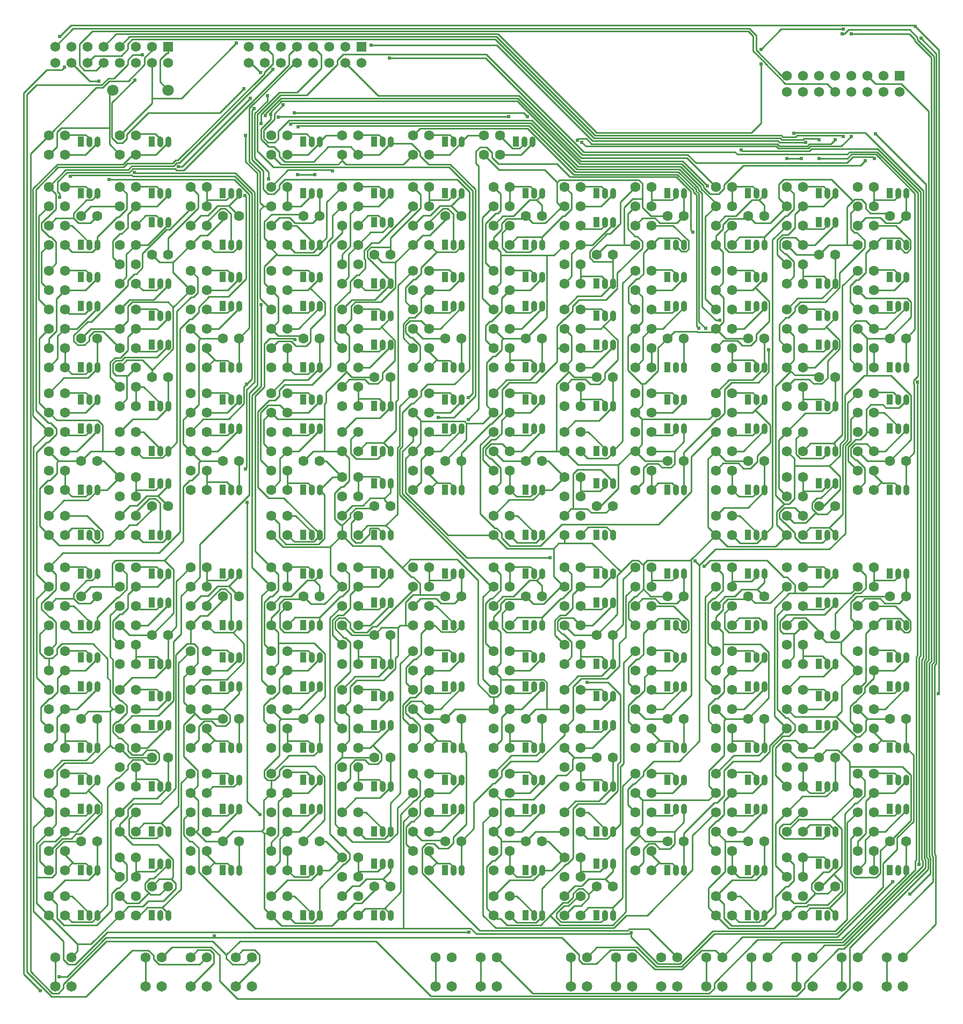
<source format=gtl>
G04 Layer: TopLayer*
G04 EasyEDA v6.4.25, 2022-01-10T22:55:27+01:00*
G04 c91b8ae12e7f4fe5aead1a40e666ea9d,bb3cfcbffc6840158e79d7648404357e,10*
G04 Gerber Generator version 0.2*
G04 Scale: 100 percent, Rotated: No, Reflected: No *
G04 Dimensions in millimeters *
G04 leading zeros omitted , absolute positions ,4 integer and 5 decimal *
%FSLAX45Y45*%
%MOMM*%

%ADD10C,0.2540*%
%ADD11C,0.6100*%
%ADD12C,1.6000*%
%ADD13C,1.6510*%
%ADD14C,1.8000*%
%ADD15C,1.5748*%
%ADD16R,1.5748X1.5748*%
%ADD18C,0.9000*%

%LPD*%
D10*
X2108200Y15468600D02*
G01*
X2308859Y15669260D01*
X8321040Y15669260D01*
X9880600Y14109700D01*
X12320524Y14109700D01*
X12470384Y14259560D01*
X12470384Y15196312D01*
X5918200Y15214600D02*
G01*
X6439154Y14693645D01*
X8658352Y14693645D01*
X9636252Y13716000D01*
X11303000Y13716000D01*
X11760200Y13258800D01*
X13995400Y11938000D02*
G01*
X13753845Y11696445D01*
X13753845Y9349486D01*
X13616940Y9212579D01*
X13177774Y13960602D02*
G01*
X12761975Y13960602D01*
X12737845Y13984731D01*
X9815068Y13984731D01*
X8306308Y15493492D01*
X6322822Y15493492D01*
X1419605Y13093445D02*
G01*
X1419605Y13142976D01*
X1385570Y13177012D01*
X1385570Y13336270D01*
X1534413Y13485113D01*
X2513838Y13485113D01*
X2569209Y13540486D01*
X3235706Y13540486D01*
X3259836Y13516355D01*
X3369818Y13516355D01*
X5029454Y15175992D01*
X5029454Y15341854D01*
X5156200Y15468600D01*
X2616454Y13767054D02*
G01*
X2564384Y13767054D01*
X2411984Y13614400D01*
X1379220Y13614400D01*
X996695Y13231876D01*
X996695Y9645904D01*
X1244600Y9398000D01*
X6629400Y13944600D02*
G01*
X6963918Y13944600D01*
X7101077Y13807694D01*
X7101077Y13743431D01*
X7230109Y13614400D01*
X7570977Y13614400D01*
X7968234Y13217144D01*
X7968234Y9961626D01*
X7627111Y9620758D01*
X7384034Y9620758D01*
X5867400Y13673836D02*
G01*
X5926836Y13614400D01*
X6832600Y13614400D01*
X6985000Y13766800D01*
X6615684Y15289021D02*
G01*
X8129777Y15289021D01*
X9652000Y13766800D01*
X11315700Y13766800D01*
X11447018Y13635481D01*
X13831316Y13635481D01*
X13923518Y13727684D01*
X14237716Y13727684D01*
X14259052Y13706347D01*
X3205734Y11359134D02*
G01*
X3205734Y10706862D01*
X2877058Y10378439D01*
X2870200Y10378439D01*
X3022600Y1117600D02*
G01*
X3183890Y1278889D01*
X3805427Y1278889D01*
X3937508Y1146810D01*
X3937508Y741426D01*
X4217924Y461010D01*
X13699490Y461010D01*
X13868400Y629920D01*
X13868400Y1270000D01*
X15103347Y2504947D01*
X15103347Y2672842D01*
X15085568Y2690368D01*
X15085568Y5768086D01*
X15115031Y5797550D01*
X15115031Y14451329D01*
X14681708Y14884400D01*
X14274800Y14884400D01*
X14147800Y15011400D01*
X4590034Y14254226D02*
G01*
X4590034Y14397481D01*
X4895595Y14703044D01*
X5312918Y14703044D01*
X5791200Y15181326D01*
X5791200Y15255239D01*
X5883656Y15347695D01*
X8139175Y15347695D01*
X9677400Y13809471D01*
X12059411Y13809471D01*
X12100306Y13768578D01*
X13828522Y13768578D01*
X13869416Y13809471D01*
X14301470Y13809471D01*
X14947900Y13163042D01*
X14947900Y10276586D01*
X14875002Y10203687D01*
X14875002Y10155174D01*
X14888718Y10141458D01*
X14888718Y9072371D01*
X14757654Y8941054D01*
X5410200Y15468600D02*
G01*
X5537200Y15341600D01*
X5537200Y15128494D01*
X5156200Y14747494D01*
X4882388Y14747494D01*
X4531359Y14396720D01*
X4531359Y13820394D01*
X4782820Y13569187D01*
X7555229Y13569187D01*
X7924800Y13199618D01*
X7924800Y10006329D01*
X7858759Y9940289D01*
X4648200Y15468600D02*
G01*
X4775200Y15341600D01*
X4775200Y15190470D01*
X4639563Y15054834D01*
X4639563Y15036545D01*
X3277615Y13674597D01*
X3242818Y13674597D01*
X3192525Y13624305D01*
X2479547Y13624305D01*
X2422143Y13566902D01*
X1391157Y13566902D01*
X1040384Y13216128D01*
X1040384Y9735820D01*
X1240028Y9535921D01*
X1271270Y9535921D01*
X1364487Y9442704D01*
X1364487Y9358629D01*
X1237742Y9232137D01*
X1212342Y9232137D01*
X1054100Y9073642D01*
X1054100Y7150100D01*
X1244600Y6959600D01*
X3127502Y14782800D02*
G01*
X2997200Y14913102D01*
X2997200Y15261589D01*
X3097529Y15361666D01*
X3124200Y15361666D01*
X13385800Y14000734D02*
G01*
X13367258Y14019276D01*
X13153643Y14019276D01*
X13135863Y14001495D01*
X12799313Y14001495D01*
X12775184Y14025626D01*
X9837674Y14025626D01*
X8279638Y15583662D01*
X2562352Y15583662D01*
X2489200Y15510255D01*
X2489200Y15427960D01*
X2386075Y15324836D01*
X1964436Y15324836D01*
X1854200Y15214600D01*
X13639800Y14757400D02*
G01*
X13512800Y14884400D01*
X12852654Y14884400D01*
X12529058Y15207995D01*
X12529058Y15220695D01*
X12348463Y15401289D01*
X12348463Y15634970D01*
X12273534Y15710154D01*
X1929129Y15710154D01*
X1727200Y15508224D01*
X1727200Y15175737D01*
X1807210Y15095728D01*
X1989327Y15095728D01*
X2108200Y15214600D01*
X4749800Y9093200D02*
G01*
X4635500Y9207500D01*
X4635500Y9588500D01*
X4749800Y9702800D01*
X4483100Y14489176D02*
G01*
X4449318Y14455394D01*
X4449318Y13682726D01*
X4622800Y13509497D01*
X4622800Y13222986D01*
X4698745Y13147039D01*
X4792472Y13147039D01*
X4877054Y13231621D01*
X4877054Y13286231D01*
X4963922Y13373100D01*
X7680197Y13373100D01*
X7874000Y13179297D01*
X7874000Y10379710D01*
X7638795Y10144505D01*
X7214108Y10144505D01*
X7112000Y10042397D01*
X7112000Y9961879D01*
X6991604Y9841737D01*
X6962902Y9841737D01*
X6820915Y9699497D01*
X6820915Y9164574D01*
X6780022Y9123679D01*
X6780022Y8405621D01*
X8226043Y6959600D01*
X8255000Y6959600D01*
X5156200Y15214600D02*
G01*
X5125720Y15214600D01*
X4408677Y14497304D01*
X4408677Y13656310D01*
X4572000Y13492987D01*
X4572000Y13012420D01*
X4630420Y12954000D01*
X4749800Y11328400D02*
G01*
X4572000Y11506200D01*
X4572000Y12895579D01*
X4630420Y12954000D01*
X2362200Y2387600D02*
G01*
X2222500Y2527300D01*
X2222500Y3263900D01*
X2362200Y3403600D01*
X11760200Y3403600D02*
G01*
X11391391Y3035045D01*
X11391391Y2489707D01*
X10675874Y1773936D01*
X10346436Y1773936D01*
X10150856Y1578355D01*
X8289036Y1578355D01*
X8091677Y1775713D01*
X8091677Y3240278D01*
X8255000Y3403600D01*
X14757400Y4419600D02*
G01*
X14875002Y4301997D01*
X14875002Y3259073D01*
X14615922Y2999994D01*
X14615922Y2814828D01*
X14398497Y2597404D01*
X14398497Y2219197D01*
X13665200Y1485900D01*
X11734800Y1485900D01*
X11217147Y968247D01*
X10825225Y968247D01*
X10517631Y1275842D01*
X9886441Y1275842D01*
X9728200Y1117600D01*
X14545309Y2303779D02*
G01*
X13676629Y1435100D01*
X12179300Y1435100D01*
X11861800Y1117600D01*
X13766800Y14052804D02*
G01*
X13754608Y14064995D01*
X13042138Y14064995D01*
X13019277Y14042389D01*
X12816331Y14042389D01*
X12792202Y14066520D01*
X9860279Y14066520D01*
X8302243Y15624555D01*
X2518156Y15624555D01*
X2362200Y15468600D01*
X9574784Y13995145D02*
G01*
X9597643Y14018005D01*
X9718293Y14018005D01*
X9799827Y13936471D01*
X12728193Y13936471D01*
X12762738Y13901928D01*
X13202158Y13901928D01*
X13236702Y13936471D01*
X13571981Y13936471D01*
X13639800Y14004289D01*
X4043934Y1155954D02*
G01*
X4259579Y1371600D01*
X6401054Y1371600D01*
X7270750Y501904D01*
X13029691Y501904D01*
X13157200Y629157D01*
X13157200Y708660D01*
X13694409Y1246123D01*
X13781024Y1246123D01*
X15062454Y2527554D01*
X15062454Y2655823D01*
X15044674Y2673604D01*
X15044674Y5785104D01*
X15074138Y5814313D01*
X15074138Y13296900D01*
X14274800Y14096237D01*
X1244600Y14071600D02*
G01*
X955547Y13782547D01*
X955547Y893826D01*
X1299463Y549655D01*
X1395476Y549655D01*
X1473200Y627379D01*
X1473200Y694436D01*
X2150363Y1371600D01*
X3828288Y1371600D01*
X4043934Y1155954D01*
X11760200Y11328400D02*
G01*
X11595100Y11493500D01*
X11595100Y12788900D01*
X11760200Y12954000D01*
X5053838Y14243812D02*
G01*
X5072125Y14262354D01*
X8838945Y14262354D01*
X9566402Y13534897D01*
X11188445Y13534897D01*
X11487150Y13236194D01*
X11487150Y13214604D01*
X11544300Y13157454D01*
X11544300Y11369039D01*
X11758675Y11154663D01*
X11821413Y11154663D01*
X12014454Y7772654D02*
G01*
X12141454Y7645400D01*
X12408661Y7645400D01*
X12522200Y7758937D01*
X12522200Y7772400D01*
X12877800Y7772400D02*
G01*
X12700000Y7594600D01*
X11938000Y7594600D01*
X11760200Y7772400D01*
X12877800Y1778000D02*
G01*
X13021056Y1921255D01*
X13194791Y1921255D01*
X13216381Y1943100D01*
X13525500Y1943100D01*
X13749781Y2167381D01*
X13749781Y2291334D01*
X13615670Y2425192D01*
X12877800Y3810000D02*
G01*
X12700000Y3987800D01*
X12700000Y4412995D01*
X12824206Y4537202D01*
X13014706Y4537202D01*
X13132054Y4419854D01*
X12877800Y3403600D02*
G01*
X12700000Y3225800D01*
X12700000Y2565400D01*
X12877800Y2387600D01*
X13615670Y2425192D02*
G01*
X13741400Y2550921D01*
X13741400Y3138423D01*
X13592302Y3287521D01*
X11861800Y1117600D02*
G01*
X11752834Y1226565D01*
X11533377Y1226565D01*
X11232134Y925576D01*
X10796524Y925576D01*
X10487152Y1234947D01*
X10099547Y1234947D01*
X9873741Y1009142D01*
X9664445Y1009142D01*
X9601200Y1072387D01*
X9601200Y1153413D01*
X9331197Y1423415D01*
X3852672Y1423415D01*
X1498854Y3099054D02*
G01*
X1346200Y2946400D01*
X1168400Y2946400D01*
X1104900Y2882900D01*
X1104900Y2628900D01*
X1244600Y2489200D01*
X1752600Y2946400D02*
G01*
X1485900Y2946400D01*
X1360093Y2820603D01*
X1360093Y2434930D01*
X1300200Y2375037D01*
X1054100Y2375154D01*
X1244600Y3098800D02*
G01*
X1054100Y2908300D01*
X1054100Y2442210D01*
X1054100Y2375154D01*
X1054100Y2453894D02*
G01*
X1054100Y2375154D01*
X1054100Y1968500D01*
X1244600Y1778000D01*
X7863840Y1510792D02*
G01*
X2171445Y1510792D01*
X1665223Y1004315D01*
X1548129Y1004315D01*
X1473200Y1079500D01*
X1473200Y1370329D01*
X1003300Y1839976D01*
X1003300Y3162300D01*
X1244600Y3403600D01*
X1244600Y4724400D02*
G01*
X1117600Y4851400D01*
X1117600Y5057647D01*
X1256029Y5196078D01*
X1281937Y5196078D01*
X1379220Y5293360D01*
X1379220Y5519420D01*
X1498854Y5639054D01*
X1244600Y6350000D02*
G01*
X1104900Y6210300D01*
X1104900Y5911342D01*
X1188212Y5828284D01*
X1244600Y5828284D01*
X1244600Y5334000D02*
G01*
X1054100Y5524500D01*
X1054100Y6769100D01*
X1244600Y6959600D01*
X1396745Y8941054D02*
G01*
X1371854Y8915908D01*
X1371854Y8742934D01*
X1264920Y8636000D01*
X1232662Y8636000D01*
X1104900Y8508237D01*
X1104900Y7912100D01*
X1244600Y7772400D01*
X1244600Y9398000D02*
G01*
X1003300Y9156700D01*
X1003300Y3644900D01*
X1244600Y3403600D01*
X1244600Y11023600D02*
G01*
X1092200Y10871200D01*
X1092200Y9855200D01*
X1244600Y9702800D01*
X3479800Y11938000D02*
G01*
X3588258Y11829542D01*
X3588258Y11587987D01*
X3521963Y11521694D01*
X3489959Y11521694D01*
X3263900Y11295379D01*
X3263900Y9232900D01*
X3124200Y9093200D01*
X3632200Y8940800D02*
G01*
X3607054Y8915654D01*
X3607054Y8742934D01*
X3500120Y8636000D01*
X3468115Y8636000D01*
X3365500Y8533637D01*
X3365500Y7673086D01*
X3065272Y7372858D01*
X1244600Y7264400D02*
G01*
X1466850Y7486904D01*
X2980690Y7486904D01*
X3314700Y7820660D01*
X3314700Y11022837D01*
X3467861Y11176000D01*
X3500120Y11176000D01*
X3606800Y11282679D01*
X3606800Y11362181D01*
X3770122Y11525250D01*
X4074413Y11525250D01*
X4352797Y11803634D01*
X4352797Y13100812D01*
X4333747Y13119607D01*
X3479800Y9093200D02*
G01*
X3365500Y9207500D01*
X3365500Y9588500D01*
X3479800Y9702800D01*
X4749800Y8788400D02*
G01*
X4584700Y8953500D01*
X4584700Y9698736D01*
X4702302Y9816337D01*
X4890515Y9816337D01*
X5004054Y9703054D01*
X6985000Y9398010D02*
G01*
X6985000Y9250410D01*
X6820890Y9086301D01*
X6820890Y8424428D01*
X7831988Y7413330D01*
X9143441Y7413330D01*
X8255000Y7772400D02*
G01*
X7538465Y7772400D01*
X6870700Y8440165D01*
X6870700Y8978900D01*
X6985000Y9093200D01*
X12877800Y8382000D02*
G01*
X12750800Y8509000D01*
X12750800Y9271000D01*
X12877800Y9398000D01*
X12940791Y10351008D02*
G01*
X12700000Y10110215D01*
X12700000Y8396478D01*
X12835381Y8260842D01*
X8255000Y11938000D02*
G01*
X8128000Y12065000D01*
X8128000Y12675615D01*
X8291575Y12839445D01*
X8327390Y12839445D01*
X8368284Y12880339D01*
X8368284Y13145516D01*
X8255000Y13258800D01*
X8255000Y12954000D02*
G01*
X8077200Y12776200D01*
X8077200Y11506200D01*
X8255000Y11328400D01*
X6985000Y14071600D02*
G01*
X7093965Y14180566D01*
X8793734Y14180566D01*
X9521190Y13453110D01*
X11154409Y13453110D01*
X11405361Y13202157D01*
X11405361Y13180568D01*
X11454129Y13132054D01*
X11454129Y11066018D01*
X11494515Y11025631D01*
X5173979Y14202663D02*
G01*
X5192775Y14221460D01*
X8816340Y14221460D01*
X9543795Y13494004D01*
X11171427Y13494004D01*
X11446256Y13219176D01*
X11446256Y13197586D01*
X11495024Y13149071D01*
X11495024Y11130026D01*
X11599418Y11025631D01*
X4938522Y14547087D02*
G01*
X4799584Y14408404D01*
X4799584Y14321028D01*
X4633213Y14154404D01*
X4633213Y14021816D01*
X4694681Y13960347D01*
X4808474Y13960347D01*
X4865624Y14017497D01*
X4865624Y14138402D01*
X5030215Y14302994D01*
X8861806Y14302994D01*
X9589008Y13575792D01*
X11205463Y13575792D01*
X11528043Y13252957D01*
X11528043Y13231368D01*
X11760200Y12999212D01*
X11760200Y12954000D01*
X4659122Y14379955D02*
G01*
X4659122Y14408657D01*
X4903470Y14653005D01*
X8641588Y14653005D01*
X9629140Y13665200D01*
X11238484Y13665200D01*
X11630913Y13272770D01*
X14757654Y10871454D02*
G01*
X14897100Y11010900D01*
X14897100Y13155929D01*
X14284452Y13768578D01*
X13895831Y13768578D01*
X13833856Y13706602D01*
X13385800Y13706602D01*
X13284200Y1117600D02*
G01*
X13473938Y1307337D01*
X13776452Y1307337D01*
X15021559Y2552700D01*
X15021559Y2638805D01*
X15004034Y2656586D01*
X15004034Y5802121D01*
X15033243Y5831331D01*
X15033243Y13198855D01*
X14117827Y14114271D01*
X13003275Y14114271D01*
X12990322Y14101318D01*
X8305800Y1117600D02*
G01*
X8879077Y544321D01*
X11654027Y544321D01*
X11734800Y625094D01*
X11734800Y705865D01*
X12418313Y1389379D01*
X13733779Y1389379D01*
X14757400Y2413000D01*
X14757400Y2489200D01*
X13995400Y3403600D02*
G01*
X13832586Y3240786D01*
X13832586Y1716786D01*
X13645134Y1529334D01*
X11715750Y1529334D01*
X11195558Y1009142D01*
X10850118Y1009142D01*
X10423652Y1435607D01*
X10423652Y1483360D01*
X12573000Y1117610D02*
G01*
X12803555Y1348165D01*
X13756741Y1348165D01*
X14904415Y2495839D01*
X14904415Y2638816D01*
X14922169Y2656570D01*
X14922169Y5856411D01*
X14933701Y5867943D01*
X14933701Y10179517D01*
X1409623Y813089D02*
G01*
X1531696Y813089D01*
X2141931Y1423324D01*
X3852697Y1423324D01*
X2597658Y14938181D02*
G01*
X2241270Y14581794D01*
X2241270Y14030792D01*
X2322677Y13949385D01*
X2403297Y13949385D01*
X2471140Y14017228D01*
X2471140Y14080652D01*
X2816326Y14425838D01*
X3941927Y14425838D01*
X4319930Y14803841D01*
X4741087Y14393885D02*
G01*
X4741087Y14432798D01*
X4917313Y14609023D01*
X8627541Y14609023D01*
X9619995Y13616569D01*
X11222304Y13616569D01*
X11568887Y13269986D01*
X11568887Y13248396D01*
X11670741Y13146542D01*
X11805894Y13146542D01*
X11887276Y13227923D01*
X11887276Y13286013D01*
X12195835Y13594572D01*
X14040180Y13594572D01*
X14114754Y13669147D01*
X4749800Y13258800D02*
G01*
X5016500Y13525500D01*
X5717793Y13525500D01*
X5717793Y13505942D01*
X6121552Y13767013D02*
G01*
X6001283Y13887282D01*
X5653125Y13887282D01*
X5418150Y13652306D01*
X4964988Y13652306D01*
X4876876Y13740419D01*
X4876876Y13807704D01*
X4795697Y13888882D01*
X4707712Y13888882D01*
X4589576Y14007017D01*
X4589576Y14168587D01*
X4741087Y14320098D01*
X4741087Y14393885D01*
X1114805Y586231D02*
G01*
X850900Y849884D01*
X850900Y14735555D01*
X1215389Y15100045D01*
X1448307Y15100045D01*
X1493265Y15145004D01*
X3733800Y1117600D02*
G01*
X3616959Y1000760D01*
X2984500Y1000760D01*
X2895345Y1089913D01*
X2895345Y1147571D01*
X2817368Y1225550D01*
X2559558Y1225550D01*
X1833879Y499871D01*
X1288542Y499871D01*
X901700Y886460D01*
X901700Y14711679D01*
X1051052Y14861286D01*
X2079243Y14861286D01*
X2184400Y14966187D01*
X2274061Y14966187D01*
X2489200Y15181579D01*
X2489200Y15255239D01*
X2570734Y15336774D01*
X2717800Y15336774D01*
X12877800Y13703300D02*
G01*
X13106400Y13703300D01*
X5168900Y13449300D02*
G01*
X5435600Y13449300D01*
X3124200Y15468610D02*
G01*
X3124200Y15361752D01*
X4749800Y5334010D02*
G01*
X4598797Y5485013D01*
X4598797Y6808607D01*
X4749800Y6959610D01*
X4749800Y6959610D02*
G01*
X4447133Y7262276D01*
X4447133Y9968062D01*
X4595215Y10116144D01*
X4595215Y11397269D01*
X4707229Y13386216D02*
G01*
X4707229Y13493658D01*
X4490313Y13710574D01*
X4490313Y14413265D01*
X4689779Y14612731D01*
X4689779Y14690354D01*
X1244600Y11328410D02*
G01*
X1088186Y11484823D01*
X1088186Y12797596D01*
X1244600Y12954010D01*
X2616352Y14071813D02*
G01*
X2635986Y14091447D01*
X2922930Y14091447D01*
X2997200Y14017177D01*
X2997200Y13970010D01*
X1498752Y13259013D02*
G01*
X1505102Y13265363D01*
X1825752Y13265363D01*
X1879600Y13211515D01*
X1879600Y13157184D01*
X1637487Y12763814D02*
G01*
X1359204Y12763814D01*
X1244600Y12649210D01*
X2006752Y12801813D02*
G01*
X1896287Y12691348D01*
X1709953Y12691348D01*
X1637487Y12763814D01*
X1637487Y12763814D02*
G01*
X1637487Y12842605D01*
X1843633Y13048752D01*
X1925294Y13048752D01*
X2006600Y13130057D01*
X2006600Y13157184D01*
X1879600Y12344410D02*
G01*
X1879600Y12383373D01*
X1613560Y12649413D01*
X1498752Y12649413D01*
X1498752Y11938213D02*
G01*
X1505102Y11944563D01*
X1825752Y11944563D01*
X1879600Y11890715D01*
X1879600Y11836384D01*
X1498752Y11633413D02*
G01*
X1825472Y11633413D01*
X2006600Y11814540D01*
X2006600Y11836384D01*
X1244600Y10718810D02*
G01*
X1244600Y10870168D01*
X1363294Y10988862D01*
X1363294Y11497955D01*
X1498752Y11633413D01*
X1498752Y11328613D02*
G01*
X1566316Y11261049D01*
X1813788Y11261049D01*
X1879600Y11326860D01*
X1879600Y11379210D01*
X1498752Y11023813D02*
G01*
X1686737Y11023813D01*
X2006600Y11343675D01*
X2006600Y11379210D01*
X1498752Y11023813D02*
G01*
X1385392Y10910453D01*
X1385392Y10554802D01*
X1244600Y10414010D01*
X1498752Y10414213D02*
G01*
X1607108Y10305856D01*
X1825752Y10305856D01*
X1879600Y10359704D01*
X1879600Y10414010D01*
X1498752Y10719013D02*
G01*
X1498752Y10414213D01*
X1244600Y10007610D02*
G01*
X1485417Y10248427D01*
X1861743Y10248427D01*
X2006600Y10393283D01*
X2006600Y10414010D01*
X2006752Y10871413D02*
G01*
X2006752Y10414162D01*
X2006600Y10414010D01*
X1498752Y10007813D02*
G01*
X1505102Y10014163D01*
X1825752Y10014163D01*
X1879600Y9960315D01*
X1879600Y9905984D01*
X2006600Y9905984D02*
G01*
X2006600Y9884064D01*
X1825548Y9703013D01*
X1498752Y9703013D01*
X1498752Y9398213D02*
G01*
X1556308Y9340656D01*
X1825752Y9340656D01*
X1879600Y9394504D01*
X1879600Y9448810D01*
X1498752Y8483813D02*
G01*
X1498752Y8788613D01*
X1498752Y8483813D02*
G01*
X1607108Y8375456D01*
X1825752Y8375456D01*
X1879600Y8429304D01*
X1879600Y8483610D01*
X1498752Y8077413D02*
G01*
X1847138Y8077413D01*
X2092959Y7831592D01*
X2092959Y7719857D01*
X2023440Y7650337D01*
X1974341Y7650337D01*
X1879600Y7745079D01*
X1879600Y7772410D01*
X2006600Y7772410D02*
G01*
X2006600Y7799918D01*
X1925193Y7881325D01*
X1607464Y7881325D01*
X1498752Y7772613D01*
X2616352Y13259013D02*
G01*
X2622702Y13265363D01*
X2943352Y13265363D01*
X2997200Y13211515D01*
X2997200Y13157184D01*
X2362200Y12039610D02*
G01*
X2254046Y12147763D01*
X2254046Y12407402D01*
X2362377Y12515733D01*
X2394127Y12515733D01*
X2489276Y12610881D01*
X2489276Y12827137D01*
X2616352Y12954213D01*
X2616352Y12954213D02*
G01*
X2946196Y12954213D01*
X3124200Y13132216D01*
X3124200Y13157184D01*
X2616352Y12649413D02*
G01*
X2775254Y12808315D01*
X2935909Y12808315D01*
X2997200Y12747025D01*
X2997200Y12700010D01*
X2616352Y11735013D02*
G01*
X2724708Y11626656D01*
X2943352Y11626656D01*
X2997200Y11680504D01*
X2997200Y11734810D01*
X2362200Y11328410D02*
G01*
X2514600Y11480810D01*
X2895218Y11480810D01*
X3124200Y11709791D01*
X3124200Y11734810D01*
X3479800Y13258810D02*
G01*
X3600373Y13138236D01*
X3600373Y12921091D01*
X3525138Y12845856D01*
X3523513Y12845856D01*
X3124352Y12446695D01*
X3124352Y12192213D01*
X3733952Y13048371D02*
G01*
X4045077Y13048371D01*
X4114800Y13118094D01*
X4114800Y13157210D01*
X3733952Y12954213D02*
G01*
X3733952Y13048371D01*
X3733952Y13048371D02*
G01*
X3733952Y13259013D01*
X4083456Y12960309D02*
G01*
X4241800Y13118652D01*
X4241800Y13157210D01*
X4241952Y12801813D02*
G01*
X4083456Y12960309D01*
X4083456Y12960309D02*
G01*
X3906951Y12960309D01*
X3755491Y12808849D01*
X3639438Y12808849D01*
X3479800Y12649210D01*
X3733952Y12344613D02*
G01*
X3851452Y12227112D01*
X4149547Y12227112D01*
X4241800Y12319365D01*
X4241800Y12344410D01*
X2616352Y11328613D02*
G01*
X2622702Y11334963D01*
X2943352Y11334963D01*
X2997200Y11281115D01*
X2997200Y11226784D01*
X2362200Y10109210D02*
G01*
X2213178Y10258231D01*
X2213178Y10493943D01*
X2284526Y10565292D01*
X2374087Y10565292D01*
X2489276Y10680481D01*
X2489276Y10896737D01*
X2616352Y11023813D01*
X2616352Y11023813D02*
G01*
X2955797Y11023813D01*
X3124200Y11192215D01*
X3124200Y11226784D01*
X2616352Y10719013D02*
G01*
X2673908Y10661456D01*
X2943352Y10661456D01*
X2997200Y10715304D01*
X2997200Y10769610D01*
X2616352Y9804613D02*
G01*
X2616352Y10109413D01*
X2616352Y10109413D02*
G01*
X2737916Y10109413D01*
X2997200Y9850130D01*
X2997200Y9804410D01*
X3124352Y10261813D02*
G01*
X3124200Y10261660D01*
X3124200Y9804410D01*
X3124200Y9804410D02*
G01*
X3124200Y9774641D01*
X2950972Y9601413D01*
X2565603Y9601413D01*
X2362200Y9398010D01*
X2616352Y9398213D02*
G01*
X2734157Y9398213D01*
X2997200Y9135170D01*
X2997200Y9093210D01*
X3124200Y9093210D02*
G01*
X3124200Y9074820D01*
X3033293Y8983913D01*
X2725851Y8983913D01*
X2616352Y9093413D01*
X3733952Y11938213D02*
G01*
X3740302Y11944563D01*
X4060952Y11944563D01*
X4114800Y11890715D01*
X4114800Y11836384D01*
X3733952Y11633413D02*
G01*
X4067505Y11633413D01*
X4241800Y11807708D01*
X4241800Y11836384D01*
X3733952Y11328613D02*
G01*
X3791508Y11271056D01*
X4060952Y11271056D01*
X4114800Y11324904D01*
X4114800Y11379210D01*
X3733952Y10414213D02*
G01*
X3854958Y10535218D01*
X3733952Y10719013D02*
G01*
X3733952Y10656199D01*
X3854958Y10535218D01*
X3854958Y10535218D02*
G01*
X3867988Y10522163D01*
X4060952Y10522163D01*
X4114800Y10468315D01*
X4114800Y10414010D01*
X2616352Y8476371D02*
G01*
X2927477Y8476371D01*
X2997200Y8546094D01*
X2997200Y8585184D01*
X2616352Y8382213D02*
G01*
X2616352Y8476371D01*
X2616352Y8476371D02*
G01*
X2616352Y8687013D01*
X2965856Y8388309D02*
G01*
X3124200Y8546652D01*
X3124200Y8585184D01*
X3124352Y8229813D02*
G01*
X2965856Y8388309D01*
X2965856Y8388309D02*
G01*
X2790570Y8388309D01*
X2639110Y8236849D01*
X2521838Y8236849D01*
X2362200Y8077210D01*
X2997200Y7772410D02*
G01*
X2997200Y8274517D01*
X2924302Y8347415D01*
X2828899Y8347415D01*
X2616352Y8134868D01*
X2616352Y8077413D01*
X3124200Y7772410D02*
G01*
X3124200Y7739745D01*
X3045866Y7661412D01*
X2727553Y7661412D01*
X2616352Y7772613D01*
X3733952Y10007813D02*
G01*
X3740302Y10014163D01*
X4060952Y10014163D01*
X4114825Y9960289D01*
X4114825Y9906010D01*
X4241825Y9906010D02*
G01*
X4241825Y9884166D01*
X4060672Y9703013D01*
X3733952Y9703013D01*
X3733952Y9398213D02*
G01*
X3791508Y9340656D01*
X4060952Y9340656D01*
X4114800Y9394504D01*
X4114800Y9448810D01*
X3733952Y9093413D02*
G01*
X3905250Y9093413D01*
X4241800Y9429963D01*
X4241800Y9448810D01*
X3733952Y8604183D02*
G01*
X4048531Y8604183D01*
X4114800Y8537915D01*
X4114800Y8483610D01*
X3733952Y8483813D02*
G01*
X3733952Y8604183D01*
X3733952Y8604183D02*
G01*
X3733952Y8788613D01*
X5511800Y12801813D02*
G01*
X5400293Y12690307D01*
X5122925Y12690307D01*
X5037810Y12775422D01*
X4876012Y12775422D01*
X4749800Y12649210D01*
X5511952Y12801813D02*
G01*
X5511800Y12801813D01*
X5511800Y12801813D02*
G01*
X5511800Y13157210D01*
X5384800Y12344410D02*
G01*
X5384800Y12410831D01*
X5146217Y12649413D01*
X5003952Y12649413D01*
X5511800Y12344410D02*
G01*
X5511800Y12323429D01*
X5412841Y12224471D01*
X5124094Y12224471D01*
X5003952Y12344613D01*
X5867400Y13258810D02*
G01*
X5628081Y13019491D01*
X5628081Y12460691D01*
X5511800Y12344410D01*
X5003952Y11938213D02*
G01*
X5010302Y11944563D01*
X5330952Y11944563D01*
X5384800Y11890715D01*
X5384800Y11836410D01*
X5003952Y11633413D02*
G01*
X5330647Y11633413D01*
X5364352Y11667119D01*
X5364352Y11667119D02*
G01*
X5511800Y11814566D01*
X5511800Y11836410D01*
X4749800Y10718810D02*
G01*
X4859654Y10828665D01*
X5061711Y10828665D01*
X5139461Y10750915D01*
X5304332Y10750915D01*
X5367096Y10813679D01*
X5367096Y11017412D01*
X5598185Y11248501D01*
X5598185Y11433286D01*
X5364352Y11667119D01*
X5003952Y11328613D02*
G01*
X5061508Y11271056D01*
X5330952Y11271056D01*
X5384800Y11324904D01*
X5384800Y11379210D01*
X5003952Y11023813D02*
G01*
X5180101Y11023813D01*
X5511800Y11355511D01*
X5511800Y11379210D01*
X5003952Y10719013D02*
G01*
X5003952Y10414213D01*
X5384800Y10414010D02*
G01*
X5384800Y10359704D01*
X5330952Y10305856D01*
X5112308Y10305856D01*
X5003952Y10414213D01*
X5511952Y10871413D02*
G01*
X5511952Y10414162D01*
X5511800Y10414010D01*
X5511800Y10414010D02*
G01*
X5511800Y10399532D01*
X5326176Y10213908D01*
X4956073Y10213908D01*
X4956073Y10213883D01*
X4749800Y10007610D01*
X5003952Y10007813D02*
G01*
X5010302Y10014163D01*
X5330952Y10014163D01*
X5384800Y9960315D01*
X5384800Y9906010D01*
X5003952Y9703013D02*
G01*
X5338241Y9703013D01*
X5511800Y9876571D01*
X5511800Y9906010D01*
X5003952Y9398213D02*
G01*
X5061508Y9340656D01*
X5330952Y9340656D01*
X5384800Y9394504D01*
X5384800Y9448810D01*
X5511800Y9448810D02*
G01*
X5511800Y9423537D01*
X5181676Y9093413D01*
X5003952Y9093413D01*
X4749800Y8483610D02*
G01*
X4889347Y8623157D01*
X4889347Y8978808D01*
X5003952Y9093413D01*
X5003952Y8593211D02*
G01*
X5329504Y8593211D01*
X5384800Y8537915D01*
X5384800Y8483610D01*
X5003952Y8483813D02*
G01*
X5003952Y8593211D01*
X5003952Y8593211D02*
G01*
X5003952Y8788613D01*
X4749800Y8077210D02*
G01*
X4876876Y7950133D01*
X4876876Y7731693D01*
X4985156Y7623413D01*
X5501233Y7623413D01*
X5591733Y7713913D01*
X5591733Y8403676D01*
X5511800Y8483610D01*
X5511952Y8941013D02*
G01*
X5613196Y8941013D01*
X5867400Y8686810D01*
X5511800Y8483610D02*
G01*
X5715000Y8686810D01*
X5867400Y8686810D01*
X5003952Y8077413D02*
G01*
X5134635Y8077413D01*
X5384800Y7827248D01*
X5384800Y7772410D01*
X5003952Y7772613D02*
G01*
X5112283Y7664282D01*
X5417058Y7664282D01*
X5511800Y7759024D01*
X5511800Y7772410D01*
X5867400Y12649210D02*
G01*
X5867400Y12537323D01*
X5680354Y12350277D01*
X5680354Y10425795D01*
X5393080Y10138521D01*
X4963286Y10138521D01*
X4877003Y10052237D01*
X4877003Y9959731D01*
X4810150Y9892878D01*
X4720920Y9892878D01*
X4542739Y9714697D01*
X4542739Y8521760D01*
X4707509Y8356991D01*
X4948656Y8356991D01*
X5511800Y7793847D01*
X5511800Y7772410D01*
X6121552Y13259013D02*
G01*
X6127902Y13265363D01*
X6448552Y13265363D01*
X6502400Y13211515D01*
X6502400Y13157210D01*
X6121552Y12954213D02*
G01*
X6448247Y12954213D01*
X6629400Y13135366D01*
X6629400Y13157210D01*
X5867400Y12039610D02*
G01*
X5867400Y12191527D01*
X5867425Y12191527D01*
X6000419Y12324521D01*
X6000419Y12833080D01*
X6121552Y12954213D01*
X6121552Y12649413D02*
G01*
X6280480Y12808341D01*
X6441109Y12808341D01*
X6502400Y12747050D01*
X6502400Y12700010D01*
X5867400Y11734810D02*
G01*
X5975553Y11842963D01*
X5975553Y12198614D01*
X6121552Y12344613D01*
X6629400Y12700010D02*
G01*
X6629400Y12666075D01*
X6504584Y12541260D01*
X6318199Y12541260D01*
X6121552Y12344613D01*
X6121552Y11735013D02*
G01*
X6229908Y11626656D01*
X6448552Y11626656D01*
X6502400Y11680504D01*
X6502400Y11734810D01*
X6629552Y12304430D02*
G01*
X6320586Y12304430D01*
X6265011Y12248855D01*
X6265011Y12149490D01*
X6629400Y11785102D01*
X6629400Y11734810D01*
X6985000Y13258810D02*
G01*
X7105573Y13138236D01*
X7105573Y12921091D01*
X7030338Y12845856D01*
X7028713Y12845856D01*
X6629552Y12446695D01*
X6629552Y12304430D01*
X6629552Y12304430D02*
G01*
X6629552Y12192213D01*
X6629400Y11734810D02*
G01*
X6629400Y11720332D01*
X6389903Y11480835D01*
X6019800Y11480835D01*
X6019800Y11480810D01*
X5867400Y11328410D01*
X7239152Y13048371D02*
G01*
X7550277Y13048371D01*
X7620000Y13118094D01*
X7620000Y13157210D01*
X7239152Y12954213D02*
G01*
X7239152Y13048371D01*
X7239152Y13048371D02*
G01*
X7239152Y13259013D01*
X7588656Y12960309D02*
G01*
X7747000Y13118652D01*
X7747000Y13157210D01*
X7747152Y12801813D02*
G01*
X7588656Y12960309D01*
X7588656Y12960309D02*
G01*
X7412151Y12960309D01*
X7260691Y12808849D01*
X7144638Y12808849D01*
X6985000Y12649210D01*
X7239152Y12649413D02*
G01*
X7239152Y12700645D01*
X7457947Y12919440D01*
X7529728Y12919440D01*
X7620000Y12829169D01*
X7620000Y12344410D01*
X6985000Y11328410D02*
G01*
X6865543Y11447866D01*
X6865543Y11669100D01*
X6996506Y11800062D01*
X7022084Y11800062D01*
X7113676Y11891655D01*
X7113676Y11984136D01*
X7356652Y12227112D01*
X7239152Y12344613D02*
G01*
X7356652Y12227112D01*
X7356652Y12227112D02*
G01*
X7654747Y12227112D01*
X7747000Y12319365D01*
X7747000Y12344410D01*
X6121552Y11328613D02*
G01*
X6127902Y11334963D01*
X6448552Y11334963D01*
X6502400Y11281115D01*
X6502400Y11226810D01*
X6121552Y10719013D02*
G01*
X6179108Y10661456D01*
X6448552Y10661456D01*
X6502400Y10715304D01*
X6502400Y10769610D01*
X6121552Y10414213D02*
G01*
X6305041Y10414213D01*
X6629400Y10738571D01*
X6629400Y10769610D01*
X6121552Y9918633D02*
G01*
X6455613Y9918633D01*
X6502400Y9871847D01*
X6502400Y9804410D01*
X6121552Y9804613D02*
G01*
X6121552Y9918633D01*
X6121552Y9918633D02*
G01*
X6121552Y10109413D01*
X6629552Y10261813D02*
G01*
X6629552Y9804562D01*
X6629400Y9804410D01*
X5867400Y9398010D02*
G01*
X6086576Y9617186D01*
X6465620Y9617186D01*
X6629400Y9780965D01*
X6629400Y9804410D01*
X6121552Y9398213D02*
G01*
X6006515Y9283176D01*
X6006515Y9054525D01*
X6087160Y8973880D01*
X6428130Y8973880D01*
X6502400Y9048150D01*
X6502400Y9093210D01*
X6121552Y9093413D02*
G01*
X6251498Y9223359D01*
X6518097Y9223359D01*
X6518097Y9223359D02*
G01*
X6629400Y9112056D01*
X6629400Y9093210D01*
X6985000Y11938010D02*
G01*
X6753682Y11706692D01*
X6753682Y9910531D01*
X6712813Y9869662D01*
X6712813Y9418076D01*
X6518097Y9223359D01*
X7239152Y11938213D02*
G01*
X7254265Y11953326D01*
X7554798Y11953326D01*
X7620000Y11888124D01*
X7620000Y11836410D01*
X7239152Y11633413D02*
G01*
X7565847Y11633413D01*
X7747000Y11814566D01*
X7747000Y11836410D01*
X7239152Y11633413D02*
G01*
X7112076Y11506337D01*
X7112076Y11298209D01*
X7009714Y11195847D01*
X6929145Y11195847D01*
X6831228Y11097930D01*
X6831228Y10872581D01*
X6985000Y10718810D01*
X7239152Y11328613D02*
G01*
X7296708Y11271056D01*
X7566152Y11271056D01*
X7620000Y11324904D01*
X7620000Y11379210D01*
X7747000Y11379210D02*
G01*
X7747000Y11355511D01*
X7415301Y11023813D01*
X7239152Y11023813D01*
X6985000Y10414010D02*
G01*
X7096201Y10525211D01*
X7096201Y10761253D01*
X6974509Y10882944D01*
X6948881Y10882944D01*
X6872097Y10959729D01*
X6872097Y11080988D01*
X6936028Y11144920D01*
X7118045Y11144920D01*
X7239152Y11023813D01*
X7239152Y10414213D02*
G01*
X7360158Y10535218D01*
X7239152Y10719013D02*
G01*
X7239152Y10656199D01*
X7360158Y10535218D01*
X7360158Y10535218D02*
G01*
X7373188Y10522163D01*
X7566152Y10522163D01*
X7620000Y10468315D01*
X7620000Y10414010D01*
X6121552Y8382213D02*
G01*
X6121552Y8687013D01*
X6121552Y8687013D02*
G01*
X6127902Y8693363D01*
X6448552Y8693363D01*
X6502400Y8639515D01*
X6502400Y8585210D01*
X6502400Y7772410D02*
G01*
X6502400Y7810179D01*
X6432041Y7880537D01*
X6318758Y7880537D01*
X6298895Y7860675D01*
X6298895Y7781935D01*
X6167729Y7650769D01*
X6078270Y7650769D01*
X6011519Y7717520D01*
X6011519Y7967380D01*
X6121552Y8077413D01*
X6629400Y7772410D02*
G01*
X6629400Y7850769D01*
X6558762Y7921406D01*
X6121552Y7772613D02*
G01*
X6270345Y7921406D01*
X6558762Y7921406D01*
X6985000Y10007610D02*
G01*
X6779996Y9802606D01*
X6779996Y9181500D01*
X6739153Y9140657D01*
X6739153Y8101797D01*
X6558762Y7921406D01*
X7239152Y10007813D02*
G01*
X7245502Y10014163D01*
X7566152Y10014163D01*
X7620000Y9960315D01*
X7620000Y9906010D01*
X7747000Y9906010D02*
G01*
X7747000Y9878908D01*
X7571104Y9703013D01*
X7239152Y9703013D01*
X7239152Y9398213D02*
G01*
X7296708Y9340656D01*
X7566152Y9340656D01*
X7620000Y9394504D01*
X7620000Y9448810D01*
X7747000Y9448810D02*
G01*
X7747000Y9425111D01*
X7415301Y9093413D01*
X7239152Y9093413D01*
X6985000Y8483610D02*
G01*
X7112076Y8610686D01*
X7112076Y8966337D01*
X7239152Y9093413D01*
X7239152Y8483813D02*
G01*
X7360158Y8604818D01*
X7239152Y8788613D02*
G01*
X7239152Y8725799D01*
X7360158Y8604818D01*
X7360158Y8604818D02*
G01*
X7373188Y8591763D01*
X7566152Y8591763D01*
X7620000Y8537915D01*
X7620000Y8483610D01*
X8509152Y12954213D02*
G01*
X8509152Y13259013D01*
X8509152Y13259013D02*
G01*
X8515502Y13265363D01*
X8836152Y13265363D01*
X8890000Y13211515D01*
X8890000Y13157210D01*
X9017152Y12801813D02*
G01*
X9017152Y12967294D01*
X8935694Y13048752D01*
X9017000Y13157210D02*
G01*
X9017000Y13130057D01*
X8935694Y13048752D01*
X8935694Y13048752D02*
G01*
X8825077Y13048752D01*
X8574760Y12798435D01*
X8404225Y12798435D01*
X8255000Y12649210D01*
X8509152Y12344613D02*
G01*
X8629827Y12465288D01*
X9017000Y12465288D01*
X9372600Y13258810D02*
G01*
X9481032Y13150377D01*
X9481032Y12908645D01*
X9373997Y12801610D01*
X9353321Y12801610D01*
X9017000Y12465288D01*
X9017000Y12465288D02*
G01*
X9017000Y12344410D01*
X8509152Y11938213D02*
G01*
X8515502Y11944563D01*
X8836152Y11944563D01*
X8890000Y11890715D01*
X8890000Y11836410D01*
X8509152Y11633413D02*
G01*
X8835847Y11633413D01*
X9017000Y11814566D01*
X9017000Y11836410D01*
X8255000Y10718810D02*
G01*
X8134477Y10839333D01*
X8134477Y11073038D01*
X8199932Y11138494D01*
X8221776Y11138494D01*
X8382076Y11298793D01*
X8382076Y11506337D01*
X8509152Y11633413D01*
X8509152Y11328613D02*
G01*
X8566708Y11271056D01*
X8836152Y11271056D01*
X8890000Y11324904D01*
X8890000Y11379210D01*
X9017000Y11379210D02*
G01*
X9017000Y11343675D01*
X8697137Y11023813D01*
X8509152Y11023813D01*
X8509152Y10528233D02*
G01*
X8843213Y10528233D01*
X8890000Y10481447D01*
X8890000Y10414010D01*
X8509152Y10414213D02*
G01*
X8509152Y10528233D01*
X8509152Y10528233D02*
G01*
X8509152Y10719013D01*
X9017152Y10871413D02*
G01*
X9017152Y10414162D01*
X9017000Y10414010D01*
X9017000Y10414010D02*
G01*
X9017000Y10399633D01*
X8831376Y10214010D01*
X8461375Y10214010D01*
X8461375Y10213985D01*
X8255000Y10007610D01*
X8509152Y10007813D02*
G01*
X8515502Y10014163D01*
X8836152Y10014163D01*
X8890000Y9960315D01*
X8890000Y9906010D01*
X8509152Y9703013D02*
G01*
X8835847Y9703013D01*
X9017000Y9884166D01*
X9017000Y9906010D01*
X8255000Y8788410D02*
G01*
X8090103Y8953306D01*
X8090103Y9142206D01*
X8220557Y9272661D01*
X8287156Y9272661D01*
X8386851Y9372356D01*
X8386851Y9580712D01*
X8509152Y9703013D01*
X8509152Y9398213D02*
G01*
X8566708Y9340656D01*
X8836152Y9340656D01*
X8890000Y9394504D01*
X8890000Y9448810D01*
X8509152Y9093413D02*
G01*
X8697137Y9093413D01*
X9017000Y9413275D01*
X9017000Y9448810D01*
X8509152Y9093413D02*
G01*
X8396884Y9205681D01*
X8214258Y9205681D01*
X8134324Y9125747D01*
X8134324Y9041444D01*
X8198104Y8977665D01*
X8219389Y8977665D01*
X8366201Y8830853D01*
X8366201Y8594811D01*
X8255000Y8483610D01*
X8255000Y8077210D02*
G01*
X8503284Y8325495D01*
X8878671Y8325495D01*
X9017000Y8463823D01*
X9017000Y8483610D01*
X9017152Y8941013D02*
G01*
X9118396Y8941013D01*
X9372600Y8686810D01*
X9372600Y8686810D02*
G01*
X9169400Y8483610D01*
X9017000Y8483610D01*
X8509152Y8077413D02*
G01*
X8632266Y8077413D01*
X8890000Y7819679D01*
X8890000Y7772410D01*
X9626752Y13259013D02*
G01*
X9633102Y13265363D01*
X9953752Y13265363D01*
X10007600Y13211515D01*
X10007600Y13157210D01*
X9626752Y12954213D02*
G01*
X9951999Y12954213D01*
X10134600Y13136813D01*
X10134600Y13157210D01*
X9626752Y12649413D02*
G01*
X9684308Y12591856D01*
X9953752Y12591856D01*
X10007600Y12645704D01*
X10007600Y12700010D01*
X9626752Y12344613D02*
G01*
X9814737Y12344613D01*
X10134600Y12664475D01*
X10134600Y12700010D01*
X9372600Y11734810D02*
G01*
X9485198Y11847408D01*
X9485198Y12203059D01*
X9626752Y12344613D01*
X9626752Y11849033D02*
G01*
X9960813Y11849033D01*
X10007600Y11802247D01*
X10007600Y11734810D01*
X9626752Y11735013D02*
G01*
X9626752Y11849033D01*
X9626752Y11849033D02*
G01*
X9626752Y12039813D01*
X10134600Y12081520D02*
G01*
X10134600Y11734810D01*
X10134752Y12192213D02*
G01*
X10134752Y12081672D01*
X10134600Y12081520D01*
X10134600Y11734810D02*
G01*
X10134600Y11720306D01*
X9948976Y11534683D01*
X9578847Y11534683D01*
X9578847Y11534658D01*
X9372600Y11328410D01*
X10490200Y13258810D02*
G01*
X10252709Y13021320D01*
X10252709Y12678978D01*
X10093426Y12519695D01*
X10047655Y12519695D01*
X9769678Y12241717D01*
X9769678Y12143699D01*
X9831857Y12081520D01*
X10134600Y12081520D01*
X10744352Y13049056D02*
G01*
X11071352Y13049056D01*
X11125200Y13102904D01*
X11125200Y13157210D01*
X10744352Y12954213D02*
G01*
X10744352Y13049056D01*
X10744352Y13049056D02*
G01*
X10744352Y13259013D01*
X11252200Y12801813D02*
G01*
X11140693Y12690307D01*
X10877295Y12690307D01*
X10806887Y12760716D01*
X10601706Y12760716D01*
X10490200Y12649210D01*
X11252200Y13157210D02*
G01*
X11252200Y12801813D01*
X11252200Y12801813D02*
G01*
X11252352Y12801813D01*
X10490200Y11328410D02*
G01*
X10380345Y11438265D01*
X10380345Y11677050D01*
X10507827Y11804533D01*
X10535208Y11804533D01*
X10617276Y11886600D01*
X10617276Y12217537D01*
X10744352Y12344613D01*
X10744352Y12344613D02*
G01*
X10854461Y12454722D01*
X11162436Y12454722D01*
X11252200Y12364958D01*
X11252200Y12344410D01*
X9626752Y11328613D02*
G01*
X9633102Y11334963D01*
X9953752Y11334963D01*
X10007600Y11281115D01*
X10007600Y11226810D01*
X9372600Y10109210D02*
G01*
X9484309Y10220919D01*
X9708388Y10220919D01*
X9785451Y10143855D01*
X9921976Y10143855D01*
X10007676Y10229555D01*
X10007676Y10322976D01*
X10209479Y10524779D01*
X10209479Y10838063D01*
X9988600Y11058966D01*
X9626752Y11023813D02*
G01*
X9953447Y11023813D01*
X9988600Y11058966D01*
X9988600Y11058966D02*
G01*
X10134600Y11204966D01*
X10134600Y11226810D01*
X10134600Y10769610D02*
G01*
X10134600Y10734024D01*
X9814788Y10414213D01*
X9626752Y10414213D01*
X9626752Y9914011D02*
G01*
X9952304Y9914011D01*
X10007600Y9858715D01*
X10007600Y9804410D01*
X9626752Y9804613D02*
G01*
X9626752Y9914011D01*
X9626752Y9914011D02*
G01*
X9626752Y10109413D01*
X10134752Y10261813D02*
G01*
X10134600Y10261660D01*
X10134600Y9804410D01*
X10134600Y9804410D02*
G01*
X10134600Y9789271D01*
X9917506Y9572177D01*
X9546742Y9572177D01*
X9546742Y9572152D01*
X9372600Y9398010D01*
X9626752Y9093413D02*
G01*
X9739553Y8980611D01*
X10047046Y8980611D01*
X10134600Y9068165D01*
X10134600Y9093210D01*
X10134600Y9093210D02*
G01*
X10291241Y9249851D01*
X10291241Y11739051D01*
X10490200Y11938010D01*
X10744352Y11938213D02*
G01*
X10759465Y11953326D01*
X11059998Y11953326D01*
X11125200Y11888124D01*
X11125200Y11836410D01*
X10744352Y11633413D02*
G01*
X11071047Y11633413D01*
X11252200Y11814566D01*
X11252200Y11836410D01*
X10744352Y11328613D02*
G01*
X10801908Y11271056D01*
X11071352Y11271056D01*
X11125200Y11324904D01*
X11125200Y11379210D01*
X10744352Y11023813D02*
G01*
X10920501Y11023813D01*
X11252200Y11355511D01*
X11252200Y11379210D01*
X10490200Y10414010D02*
G01*
X10610291Y10534101D01*
X10610291Y10889752D01*
X10744352Y11023813D01*
X10744352Y10719013D02*
G01*
X10744352Y10414213D01*
X9626752Y8382213D02*
G01*
X9626752Y8464763D01*
X9626752Y8464763D02*
G01*
X9626752Y8687013D01*
X10007600Y8585210D02*
G01*
X10007600Y8539464D01*
X9932898Y8464763D01*
X9626752Y8464763D01*
X9372600Y8077210D02*
G01*
X9480931Y8185541D01*
X9510013Y8185541D01*
X9510013Y8185541D02*
G01*
X9731552Y8185541D01*
X9796602Y8120491D01*
X10025430Y8120491D01*
X10134752Y8229813D01*
X9510013Y8185541D02*
G01*
X9510013Y8731310D01*
X9577628Y8798925D01*
X9948824Y8798925D01*
X10134600Y8613150D01*
X10134600Y8585210D01*
X9626752Y7772613D02*
G01*
X9749790Y7895650D01*
X10037952Y7895650D01*
X10134600Y7799003D01*
X10134600Y7772410D01*
X10744352Y10007813D02*
G01*
X10750702Y10014163D01*
X11071352Y10014163D01*
X11125200Y9960315D01*
X11125200Y9906010D01*
X11252200Y9906010D02*
G01*
X11252200Y9875072D01*
X11080140Y9703013D01*
X10744352Y9703013D01*
X10744352Y9398213D02*
G01*
X10801908Y9340656D01*
X11071352Y9340656D01*
X11125200Y9394504D01*
X11125200Y9448810D01*
X10744352Y8788613D02*
G01*
X10744352Y8483813D01*
X11125200Y8483610D02*
G01*
X11125200Y8533978D01*
X11067415Y8591763D01*
X10852302Y8591763D01*
X10744352Y8483813D01*
X11252352Y8941013D02*
G01*
X11252352Y8483762D01*
X11252200Y8483610D01*
X13995400Y12954010D02*
G01*
X13886103Y12844713D01*
X13886103Y12596708D01*
X13945997Y12536815D01*
X13979779Y12536815D01*
X14103832Y12412761D01*
X14103832Y12295108D01*
X13712926Y11904202D01*
X13712926Y11669557D01*
X13486358Y11442989D01*
X13089153Y11442989D01*
X13004876Y11358712D01*
X13004876Y11298209D01*
X12901599Y11194933D01*
X12867131Y11194933D01*
X12757911Y11085713D01*
X12757911Y10838698D01*
X12877800Y10718810D01*
X11252352Y8941013D02*
G01*
X11252352Y9069003D01*
X11777979Y9594631D01*
X11808891Y9594631D01*
X11901754Y9687493D01*
X11901754Y10066588D01*
X12007138Y10171973D01*
X12428194Y10171973D01*
X12595402Y10339181D01*
X12595402Y10690082D01*
X12014352Y12954213D02*
G01*
X12014352Y13259013D01*
X12014352Y13259013D02*
G01*
X12020702Y13265363D01*
X12341352Y13265363D01*
X12395200Y13211515D01*
X12395200Y13157210D01*
X12522352Y12801813D02*
G01*
X12522352Y12967294D01*
X12440894Y13048752D01*
X12522200Y13157210D02*
G01*
X12522200Y13130057D01*
X12440894Y13048752D01*
X12440894Y13048752D02*
G01*
X12330277Y13048752D01*
X12079960Y12798435D01*
X11909425Y12798435D01*
X11760200Y12649210D01*
X12014352Y12649413D02*
G01*
X11900865Y12535926D01*
X11900865Y12295108D01*
X11968734Y12227239D01*
X12336627Y12227239D01*
X12395200Y12285812D01*
X12395200Y12344410D01*
X12014352Y11938213D02*
G01*
X12020702Y11944563D01*
X12341352Y11944563D01*
X12395200Y11890715D01*
X12395200Y11836410D01*
X12014352Y11328613D02*
G01*
X12071908Y11271056D01*
X12341352Y11271056D01*
X12395200Y11324904D01*
X12395200Y11379210D01*
X12522200Y11379210D02*
G01*
X12522200Y11343675D01*
X12202337Y11023813D01*
X12014352Y11023813D01*
X12522352Y10871413D02*
G01*
X12522352Y10414162D01*
X12522200Y10414010D01*
X12522200Y10414010D02*
G01*
X12522200Y10399506D01*
X12336576Y10213883D01*
X11966447Y10213883D01*
X11966447Y10213858D01*
X11760200Y10007610D01*
X12014352Y10007813D02*
G01*
X12020702Y10014163D01*
X12341352Y10014163D01*
X12395200Y9960315D01*
X12395200Y9906010D01*
X11760200Y8788410D02*
G01*
X11871706Y8899916D01*
X12115977Y8899916D01*
X12195352Y8820541D01*
X12304572Y8820541D01*
X12413132Y8929100D01*
X12413132Y9020032D01*
X12613843Y9220743D01*
X12613843Y9506798D01*
X12379350Y9741316D01*
X12014352Y9703013D02*
G01*
X12341047Y9703013D01*
X12379350Y9741316D01*
X12379350Y9741316D02*
G01*
X12522200Y9884166D01*
X12522200Y9906010D01*
X12014352Y9398213D02*
G01*
X12071908Y9340656D01*
X12341352Y9340656D01*
X12395200Y9394504D01*
X12395200Y9448810D01*
X12014352Y9093413D02*
G01*
X12190501Y9093413D01*
X12522200Y9425111D01*
X12522200Y9448810D01*
X12014352Y8483813D02*
G01*
X12122708Y8375456D01*
X12341352Y8375456D01*
X12395200Y8429304D01*
X12395200Y8483610D01*
X12014352Y8788613D02*
G01*
X12014352Y8483813D01*
X12014352Y8077413D02*
G01*
X12137897Y8077413D01*
X12395200Y7820111D01*
X12395200Y7772410D01*
X13131952Y13259013D02*
G01*
X13138302Y13265363D01*
X13458952Y13265363D01*
X13512800Y13211515D01*
X13512800Y13157210D01*
X13131952Y12954213D02*
G01*
X13457199Y12954213D01*
X13639800Y13136813D01*
X13639800Y13157210D01*
X13131952Y12954213D02*
G01*
X13004876Y12827137D01*
X13004876Y12611313D01*
X12899034Y12505471D01*
X12809905Y12505471D01*
X12728778Y12424343D01*
X12728778Y12188631D01*
X12877800Y12039610D01*
X13131952Y12649413D02*
G01*
X13189508Y12591856D01*
X13458952Y12591856D01*
X13512800Y12645704D01*
X13512800Y12700010D01*
X13131952Y12344613D02*
G01*
X13319937Y12344613D01*
X13639800Y12664475D01*
X13639800Y12700010D01*
X12877800Y11734810D02*
G01*
X12989001Y11846011D01*
X12989001Y12082053D01*
X12867309Y12203744D01*
X12842875Y12203744D01*
X12769646Y12276973D01*
X12769646Y12407402D01*
X12824129Y12461885D01*
X13014680Y12461885D01*
X13131952Y12344613D01*
X13131952Y11849033D02*
G01*
X13466013Y11849033D01*
X13512800Y11802247D01*
X13512800Y11734810D01*
X13131952Y11735013D02*
G01*
X13131952Y11849033D01*
X13131952Y11849033D02*
G01*
X13131952Y12039813D01*
X13639952Y12192213D02*
G01*
X13639952Y11734962D01*
X13639800Y11734810D01*
X13639800Y11734810D02*
G01*
X13639800Y11709765D01*
X13429081Y11499047D01*
X13048437Y11499047D01*
X12877800Y11328410D01*
X14249552Y13049056D02*
G01*
X14576552Y13049056D01*
X14630400Y13102904D01*
X14630400Y13157210D01*
X14249552Y12954213D02*
G01*
X14249552Y13049056D01*
X14249552Y13049056D02*
G01*
X14249552Y13259013D01*
X14757400Y13157210D02*
G01*
X14757400Y12801813D01*
X14757400Y12801813D02*
G01*
X14757552Y12801813D01*
X14757400Y12801813D02*
G01*
X14645893Y12690307D01*
X14440306Y12690307D01*
X14355699Y12774914D01*
X14121104Y12774914D01*
X13995400Y12649210D01*
X14630400Y12344410D02*
G01*
X14630400Y12331125D01*
X14737968Y12223556D01*
X14775002Y12223556D01*
X14831110Y12279665D01*
X14831110Y12420610D01*
X14602307Y12649413D01*
X14249552Y12649413D01*
X14249552Y12344613D02*
G01*
X14359661Y12454722D01*
X14667636Y12454722D01*
X14757400Y12364958D01*
X14757400Y12344410D01*
X14249552Y12344613D02*
G01*
X14122476Y12217537D01*
X14122476Y11907911D01*
X14007947Y11793382D01*
X13975994Y11793382D01*
X13877493Y11694881D01*
X13877493Y11446316D01*
X13995400Y11328410D01*
X13131952Y11328613D02*
G01*
X13138302Y11334963D01*
X13458952Y11334963D01*
X13512800Y11281115D01*
X13512800Y11226810D01*
X12877800Y10109210D02*
G01*
X12996494Y10227904D01*
X13226389Y10227904D01*
X13301776Y10152517D01*
X13430681Y10152517D01*
X13520648Y10242483D01*
X13520648Y10512079D01*
X13712926Y10704357D01*
X13712926Y10842381D01*
X13501522Y11053810D01*
X13131952Y11023813D02*
G01*
X13471525Y11023813D01*
X13501522Y11053810D01*
X13501522Y11053810D02*
G01*
X13639800Y11192088D01*
X13639800Y11226810D01*
X13131952Y10719013D02*
G01*
X13189508Y10661456D01*
X13458952Y10661456D01*
X13512800Y10715304D01*
X13512800Y10769610D01*
X13131952Y9914011D02*
G01*
X13457504Y9914011D01*
X13512800Y9858715D01*
X13512800Y9804410D01*
X13131952Y9804613D02*
G01*
X13131952Y9914011D01*
X13131952Y9914011D02*
G01*
X13131952Y10109413D01*
X12877800Y9398010D02*
G01*
X13166242Y9686452D01*
X13551357Y9686452D01*
X13639800Y9774895D01*
X13639800Y9804410D01*
X13639952Y10261813D02*
G01*
X13639952Y9804562D01*
X13639800Y9804410D01*
X13131952Y9398213D02*
G01*
X13022452Y9288713D01*
X13022452Y9044746D01*
X13089458Y8977741D01*
X13436269Y8977741D01*
X13512800Y9054271D01*
X13512800Y9093210D01*
X13639800Y9093210D02*
G01*
X13639800Y9189552D01*
X13616889Y9212463D01*
X13616889Y9212463D02*
G01*
X13251002Y9212463D01*
X13131952Y9093413D01*
X14249552Y11938213D02*
G01*
X14264665Y11953326D01*
X14565198Y11953326D01*
X14630400Y11888124D01*
X14630400Y11836410D01*
X14249552Y11633413D02*
G01*
X14576247Y11633413D01*
X14757400Y11814566D01*
X14757400Y11836410D01*
X14249552Y11328613D02*
G01*
X14307108Y11271056D01*
X14576552Y11271056D01*
X14630400Y11324904D01*
X14630400Y11379210D01*
X14249552Y11023813D02*
G01*
X14425701Y11023813D01*
X14757400Y11355511D01*
X14757400Y11379210D01*
X13995400Y10414010D02*
G01*
X13875511Y10533898D01*
X13875511Y11056833D01*
X13963599Y11144920D01*
X14128445Y11144920D01*
X14249552Y11023813D01*
X14249552Y10719013D02*
G01*
X14249552Y10414213D01*
X13131952Y8466134D02*
G01*
X13434009Y8466134D01*
X13512800Y8544925D01*
X13512800Y8585210D01*
X13131952Y8382213D02*
G01*
X13131952Y8466134D01*
X13131952Y8466134D02*
G01*
X13131952Y8687013D01*
X12877800Y8077210D02*
G01*
X12993725Y7961284D01*
X13173100Y7961284D01*
X13337159Y8125343D01*
X13639952Y8229813D02*
G01*
X13510666Y8100527D01*
X13361949Y8100527D01*
X13337159Y8125343D01*
X13337159Y8125343D02*
G01*
X13277646Y8184829D01*
X13277646Y8274390D01*
X13354431Y8351174D01*
X13417194Y8351174D01*
X13639800Y8573780D01*
X13639800Y8585210D01*
X13512800Y7772410D02*
G01*
X13512800Y7721178D01*
X13442391Y7650769D01*
X13088670Y7650769D01*
X13004800Y7734640D01*
X13004800Y7806014D01*
X12849479Y7961335D01*
X12837210Y7961335D01*
X12761036Y8037509D01*
X12761036Y8120059D01*
X12839065Y8198088D01*
X13011277Y8198088D01*
X13131952Y8077413D01*
X14249552Y10007813D02*
G01*
X14258645Y10016906D01*
X14557273Y10016906D01*
X14630400Y9943779D01*
X14630400Y9906010D01*
X14249552Y9398213D02*
G01*
X14129435Y9398213D01*
X14129435Y9398213D02*
G01*
X14129435Y9752086D01*
X14200682Y9823333D01*
X14394306Y9823333D01*
X14440331Y9777308D01*
X14650567Y9777308D01*
X14757400Y9884140D01*
X14757400Y9906010D01*
X13995400Y8788410D02*
G01*
X13846378Y8937431D01*
X13846378Y9157522D01*
X13966952Y9278096D01*
X14039367Y9278096D01*
X14129435Y9368165D01*
X14129435Y9398213D01*
X14630400Y9448810D02*
G01*
X14630400Y9488434D01*
X14415820Y9703013D01*
X14249552Y9703013D01*
X14249552Y9093413D02*
G01*
X14425701Y9093413D01*
X14757400Y9425111D01*
X14757400Y9448810D01*
X13995400Y8483610D02*
G01*
X14106601Y8594811D01*
X14106601Y8830853D01*
X13984909Y8952544D01*
X13960475Y8952544D01*
X13887246Y9025773D01*
X13887246Y9140581D01*
X13951381Y9204716D01*
X14138249Y9204716D01*
X14249552Y9093413D01*
X14249552Y8483813D02*
G01*
X14370558Y8604818D01*
X14249552Y8788613D02*
G01*
X14249552Y8725799D01*
X14370558Y8604818D01*
X14370558Y8604818D02*
G01*
X14383588Y8591763D01*
X14576552Y8591763D01*
X14630400Y8537915D01*
X14630400Y8483610D01*
X1498752Y7264613D02*
G01*
X1505102Y7270963D01*
X1825752Y7270963D01*
X1879600Y7217115D01*
X1879600Y7162810D01*
X1637487Y6769414D02*
G01*
X1359204Y6769414D01*
X1244600Y6654810D01*
X2006752Y6807413D02*
G01*
X1896287Y6696948D01*
X1709953Y6696948D01*
X1637487Y6769414D01*
X1637487Y6769414D02*
G01*
X1637487Y6848205D01*
X1843633Y7054352D01*
X1925294Y7054352D01*
X2006600Y7135657D01*
X2006600Y7162810D01*
X1498752Y5943813D02*
G01*
X1505102Y5950163D01*
X1825752Y5950163D01*
X1879600Y5896315D01*
X1879600Y5842010D01*
X1498752Y5639013D02*
G01*
X1825447Y5639013D01*
X2006600Y5820166D01*
X2006600Y5842010D01*
X1498752Y5334213D02*
G01*
X1556308Y5276656D01*
X1825752Y5276656D01*
X1879600Y5330504D01*
X1879600Y5384810D01*
X1498752Y4529058D02*
G01*
X1824456Y4529058D01*
X1879600Y4473915D01*
X1879600Y4419610D01*
X1498752Y4724613D02*
G01*
X1498752Y4529058D01*
X1498752Y4529058D02*
G01*
X1498752Y4419813D01*
X1244600Y4013210D02*
G01*
X1450847Y4219458D01*
X1831492Y4219458D01*
X2006600Y4394565D01*
X2006600Y4419610D01*
X2006752Y4877013D02*
G01*
X2006752Y4419762D01*
X2006600Y4419610D01*
X1498752Y4013413D02*
G01*
X1505102Y4019763D01*
X1825752Y4019763D01*
X1879600Y3965915D01*
X1879600Y3911610D01*
X1868296Y3746510D02*
G01*
X2006600Y3884813D01*
X2006600Y3911610D01*
X1498752Y3708613D02*
G01*
X1830400Y3708613D01*
X1868296Y3746510D01*
X1868296Y3746510D02*
G01*
X2080539Y3534267D01*
X2080539Y3388624D01*
X1750034Y3058119D01*
X1670837Y3058119D01*
X1601800Y2989082D01*
X1458696Y2989082D01*
X1263624Y2794010D01*
X1244600Y2794010D01*
X1498752Y3403813D02*
G01*
X1556308Y3346256D01*
X1825752Y3346256D01*
X1879600Y3400104D01*
X1879600Y3454410D01*
X2006600Y3454410D02*
G01*
X2006600Y3430711D01*
X1674901Y3099013D01*
X1498752Y3099013D01*
X1498752Y2083013D02*
G01*
X1612595Y2083013D01*
X1879600Y1816008D01*
X1879600Y1778010D01*
X2006600Y1778010D02*
G01*
X2006600Y1747784D01*
X1928672Y1669856D01*
X1607108Y1669856D01*
X1498752Y1778213D01*
X2362200Y6654810D02*
G01*
X2211425Y6504035D01*
X2211425Y5850138D01*
X2252319Y5809244D01*
X2252319Y5280416D01*
X2370785Y5161950D01*
X2392248Y5161950D01*
X2473528Y5080670D01*
X2473528Y4967615D01*
X2338476Y4832563D01*
X2315159Y4832563D01*
X2252294Y4769698D01*
X2252294Y4671222D01*
X2351506Y4572010D01*
X2382494Y4572010D01*
X2489276Y4465228D01*
X2489276Y4377496D01*
X2558465Y4308307D01*
X2717825Y4308307D01*
X2788437Y4378919D01*
X2925800Y4378919D01*
X2984627Y4320092D01*
X2984627Y4217654D01*
X2925089Y4158117D01*
X2786176Y4158117D01*
X2717774Y4226519D01*
X2568651Y4226519D01*
X2489403Y4147271D01*
X2489403Y4088775D01*
X2338781Y3938153D01*
X2311501Y3938153D01*
X2173884Y3800535D01*
X2173884Y1945294D01*
X2006600Y1778010D01*
X2616352Y7264613D02*
G01*
X2622702Y7270963D01*
X2943352Y7270963D01*
X2997200Y7217115D01*
X2997200Y7162810D01*
X2362200Y6045210D02*
G01*
X2254046Y6153363D01*
X2254046Y6413002D01*
X2364155Y6523111D01*
X2395474Y6523111D01*
X2489276Y6616913D01*
X2489276Y6832737D01*
X2616352Y6959813D01*
X2616352Y6959813D02*
G01*
X2955925Y6959813D01*
X3124200Y7128088D01*
X3124200Y7162810D01*
X2616352Y6655013D02*
G01*
X2673908Y6597456D01*
X2943352Y6597456D01*
X2997200Y6651304D01*
X2997200Y6705610D01*
X3124200Y6705610D02*
G01*
X3124200Y6670075D01*
X2804337Y6350213D01*
X2616352Y6350213D01*
X2616352Y5854633D02*
G01*
X2950413Y5854633D01*
X2997200Y5807847D01*
X2997200Y5740410D01*
X2616352Y5740613D02*
G01*
X2616352Y5854633D01*
X2616352Y5854633D02*
G01*
X2616352Y6045413D01*
X3124200Y5740410D02*
G01*
X3124352Y5740562D01*
X3124352Y6197813D01*
X3124200Y5740410D02*
G01*
X3124200Y5725932D01*
X2925546Y5527278D01*
X2555468Y5527278D01*
X2362200Y5334010D01*
X3479800Y7264410D02*
G01*
X3256127Y7040737D01*
X3256127Y6329588D01*
X3124352Y6197813D01*
X3733952Y7053971D02*
G01*
X4045077Y7053971D01*
X4114800Y7123694D01*
X4114800Y7162810D01*
X3733952Y6959813D02*
G01*
X3733952Y7053971D01*
X3733952Y7053971D02*
G01*
X3733952Y7264613D01*
X4083456Y6965909D02*
G01*
X4241800Y7124252D01*
X4241800Y7162810D01*
X4241952Y6807413D02*
G01*
X4083456Y6965909D01*
X4083456Y6965909D02*
G01*
X3906951Y6965909D01*
X3755491Y6814449D01*
X3639438Y6814449D01*
X3479800Y6654810D01*
X3479800Y5334010D02*
G01*
X3638753Y5492963D01*
X4048480Y5492963D01*
X4324222Y5768705D01*
X4324222Y6058037D01*
X4149547Y6232712D01*
X3733952Y6350213D02*
G01*
X3851452Y6232712D01*
X4149547Y6232712D01*
X4149547Y6232712D02*
G01*
X4241800Y6324965D01*
X4241800Y6350010D01*
X2616352Y5334213D02*
G01*
X2622702Y5340563D01*
X2943352Y5340563D01*
X2997200Y5286715D01*
X2997200Y5232410D01*
X2616352Y5029413D02*
G01*
X2955925Y5029413D01*
X3124200Y5197688D01*
X3124200Y5232410D01*
X2616352Y4724613D02*
G01*
X2673908Y4667056D01*
X2943352Y4667056D01*
X2997200Y4720904D01*
X2997200Y4775210D01*
X2616352Y4419813D02*
G01*
X2799841Y4419813D01*
X3124200Y4744171D01*
X3124200Y4775210D01*
X3124352Y4267413D02*
G01*
X3124352Y3810162D01*
X3124200Y3810010D01*
X3124200Y3810010D02*
G01*
X3124200Y3797106D01*
X2949905Y3622812D01*
X2581376Y3622812D01*
X2581376Y3622786D01*
X2362200Y3403610D01*
X2616352Y3099013D02*
G01*
X2746298Y3228959D01*
X3012897Y3228959D01*
X3012897Y3228959D02*
G01*
X3124200Y3117656D01*
X3124200Y3098810D01*
X3012897Y3228959D02*
G01*
X3289579Y3505641D01*
X3289579Y5753389D01*
X3479800Y5943610D01*
X3733952Y5943813D02*
G01*
X3749065Y5958926D01*
X4049598Y5958926D01*
X4114800Y5893724D01*
X4114800Y5842010D01*
X3733952Y5639013D02*
G01*
X4060647Y5639013D01*
X4241800Y5820166D01*
X4241800Y5842010D01*
X3733952Y5334213D02*
G01*
X3791508Y5276656D01*
X4060952Y5276656D01*
X4114800Y5330504D01*
X4114800Y5384810D01*
X3733952Y4419813D02*
G01*
X3854958Y4540818D01*
X3733952Y4724613D02*
G01*
X3733952Y4661799D01*
X3854958Y4540818D01*
X3854958Y4540818D02*
G01*
X3867988Y4527763D01*
X4060952Y4527763D01*
X4114800Y4473915D01*
X4114800Y4419610D01*
X2616352Y2471734D02*
G01*
X2918409Y2471734D01*
X2997200Y2550525D01*
X2997200Y2590810D01*
X2616352Y2387813D02*
G01*
X2616352Y2471734D01*
X2616352Y2471734D02*
G01*
X2616352Y2692613D01*
X2362200Y2082810D02*
G01*
X2478125Y1966884D01*
X2657500Y1966884D01*
X2821559Y2130943D01*
X3124352Y2235413D02*
G01*
X2995066Y2106127D01*
X2846349Y2106127D01*
X2821559Y2130943D01*
X2821559Y2130943D02*
G01*
X2762046Y2190429D01*
X2762046Y2279990D01*
X2838831Y2356774D01*
X2901594Y2356774D01*
X3124200Y2579380D01*
X3124200Y2590810D01*
X2616352Y1778213D02*
G01*
X2674137Y1778213D01*
X2793466Y1897542D01*
X3037535Y1897542D01*
X3037535Y1897542D02*
G01*
X3124200Y1810877D01*
X3124200Y1778010D01*
X3037535Y1897542D02*
G01*
X3330447Y2190455D01*
X3330447Y3863858D01*
X3479800Y4013210D01*
X3733952Y4013413D02*
G01*
X3740302Y4019763D01*
X4060952Y4019763D01*
X4114800Y3965915D01*
X4114800Y3911610D01*
X4241800Y3911610D02*
G01*
X4241800Y3884508D01*
X4160774Y3803482D01*
X3828795Y3803482D01*
X3828795Y3803456D01*
X3733952Y3708613D01*
X3733952Y3403813D02*
G01*
X3791508Y3346256D01*
X4060952Y3346256D01*
X4114800Y3400104D01*
X4114800Y3454410D01*
X4241800Y3454410D02*
G01*
X4241800Y3428324D01*
X3912488Y3099013D01*
X3733952Y3099013D01*
X3733952Y2489413D02*
G01*
X3854958Y2610418D01*
X3733952Y2794213D02*
G01*
X3733952Y2731399D01*
X3854958Y2610418D01*
X3854958Y2610418D02*
G01*
X3867988Y2597363D01*
X4060952Y2597363D01*
X4114800Y2543515D01*
X4114800Y2489210D01*
X5511952Y6807413D02*
G01*
X5511952Y6972894D01*
X5430494Y7054352D01*
X5511800Y7162810D02*
G01*
X5511800Y7135657D01*
X5430494Y7054352D01*
X5430494Y7054352D02*
G01*
X5319877Y7054352D01*
X5069560Y6804035D01*
X4899025Y6804035D01*
X4749800Y6654810D01*
X5003952Y6655013D02*
G01*
X4890465Y6541526D01*
X4890465Y6300708D01*
X4958334Y6232839D01*
X5326227Y6232839D01*
X5384800Y6291412D01*
X5384800Y6350010D01*
X5003952Y6350213D02*
G01*
X5124627Y6470888D01*
X5511800Y6470888D01*
X5867400Y7264410D02*
G01*
X5975832Y7155977D01*
X5975832Y6914245D01*
X5868797Y6807210D01*
X5848121Y6807210D01*
X5511800Y6470888D01*
X5511800Y6470888D02*
G01*
X5511800Y6350010D01*
X5003952Y5943813D02*
G01*
X5010302Y5950163D01*
X5330952Y5950163D01*
X5384800Y5896315D01*
X5384800Y5842010D01*
X4749800Y4724410D02*
G01*
X4630597Y4843612D01*
X4630597Y5081051D01*
X4746980Y5197434D01*
X4779492Y5197434D01*
X4876876Y5294817D01*
X4876876Y5511937D01*
X5003952Y5639013D01*
X5003952Y5639013D02*
G01*
X5330647Y5639013D01*
X5511800Y5820166D01*
X5511800Y5842010D01*
X5003952Y5334213D02*
G01*
X5061508Y5276656D01*
X5330952Y5276656D01*
X5384800Y5330504D01*
X5384800Y5384810D01*
X5003952Y5029413D02*
G01*
X5191937Y5029413D01*
X5511800Y5349275D01*
X5511800Y5384810D01*
X5003952Y4529211D02*
G01*
X5329504Y4529211D01*
X5384800Y4473915D01*
X5384800Y4419610D01*
X5003952Y4419813D02*
G01*
X5003952Y4529211D01*
X5003952Y4529211D02*
G01*
X5003952Y4724613D01*
X4749800Y4013210D02*
G01*
X5035016Y4298426D01*
X5424271Y4298426D01*
X5511800Y4385955D01*
X5511800Y4419610D01*
X5511952Y4877013D02*
G01*
X5511952Y4419762D01*
X5511800Y4419610D01*
X5003952Y4013413D02*
G01*
X5021884Y4031345D01*
X5311190Y4031345D01*
X5384800Y3957736D01*
X5384800Y3911610D01*
X5003952Y3708613D02*
G01*
X5330647Y3708613D01*
X5511800Y3889766D01*
X5511800Y3911610D01*
X4749800Y2794010D02*
G01*
X4749800Y2928630D01*
X4862449Y3041279D01*
X4862449Y3567109D01*
X5003952Y3708613D01*
X5003952Y3403813D02*
G01*
X5061508Y3346256D01*
X5330952Y3346256D01*
X5384800Y3400104D01*
X5384800Y3454410D01*
X5003952Y2489413D02*
G01*
X5003952Y2794213D01*
X5003952Y2489413D02*
G01*
X5112308Y2381056D01*
X5330952Y2381056D01*
X5384800Y2434904D01*
X5384800Y2489210D01*
X5003952Y2083013D02*
G01*
X5117566Y2083013D01*
X5384800Y1815779D01*
X5384800Y1778010D01*
X5511800Y1778010D02*
G01*
X5511800Y1759341D01*
X5410581Y1658122D01*
X5124043Y1658122D01*
X5003952Y1778213D01*
X5867400Y6654810D02*
G01*
X5674080Y6461490D01*
X5674080Y3058779D01*
X5987973Y2744886D01*
X5987973Y2659491D01*
X5912738Y2584256D01*
X5895187Y2584256D01*
X5511800Y2200869D01*
X5511800Y1778010D01*
X6121552Y7264613D02*
G01*
X6127902Y7270963D01*
X6448552Y7270963D01*
X6502400Y7217115D01*
X6502400Y7162810D01*
X6121552Y6959813D02*
G01*
X6446799Y6959813D01*
X6629400Y7142413D01*
X6629400Y7162810D01*
X6121552Y6959813D02*
G01*
X5994476Y6832737D01*
X5994476Y6616913D01*
X5888634Y6511071D01*
X5802452Y6511071D01*
X5718378Y6426997D01*
X5718378Y6194231D01*
X5867400Y6045210D01*
X6121552Y6655013D02*
G01*
X6179108Y6597456D01*
X6448552Y6597456D01*
X6502400Y6651304D01*
X6502400Y6705610D01*
X6121552Y6350213D02*
G01*
X6309537Y6350213D01*
X6629400Y6670075D01*
X6629400Y6705610D01*
X6121552Y5854633D02*
G01*
X6455613Y5854633D01*
X6502400Y5807847D01*
X6502400Y5740410D01*
X6121552Y5740613D02*
G01*
X6121552Y5854633D01*
X6121552Y5854633D02*
G01*
X6121552Y6045413D01*
X6629552Y6197813D02*
G01*
X6629552Y5740562D01*
X6629400Y5740410D01*
X6629400Y5740410D02*
G01*
X6629400Y5725957D01*
X6443776Y5540334D01*
X6073698Y5540334D01*
X6073698Y5540308D01*
X5867400Y5334010D01*
X7239152Y7054656D02*
G01*
X7566152Y7054656D01*
X7620000Y7108504D01*
X7620000Y7162810D01*
X7239152Y6959813D02*
G01*
X7239152Y7054656D01*
X7239152Y7054656D02*
G01*
X7239152Y7264613D01*
X7747000Y7162810D02*
G01*
X7747000Y6807413D01*
X7747000Y6807413D02*
G01*
X7747152Y6807413D01*
X7747000Y6807413D02*
G01*
X7635493Y6695907D01*
X7429906Y6695907D01*
X7352055Y6773758D01*
X7103948Y6773758D01*
X6985000Y6654810D01*
X7239152Y6655013D02*
G01*
X7353198Y6655013D01*
X7620000Y6388211D01*
X7620000Y6350010D01*
X6985000Y5334010D02*
G01*
X6875145Y5443865D01*
X6875145Y5682650D01*
X7002627Y5810133D01*
X7030008Y5810133D01*
X7112076Y5892200D01*
X7112076Y6223137D01*
X7239152Y6350213D01*
X7239152Y6350213D02*
G01*
X7328052Y6350213D01*
X7328052Y6350187D01*
X7436358Y6241882D01*
X7650251Y6241882D01*
X7747000Y6338630D01*
X7747000Y6350010D01*
X6121552Y5334213D02*
G01*
X6127902Y5340563D01*
X6448552Y5340563D01*
X6502400Y5286715D01*
X6502400Y5232410D01*
X6121552Y5029413D02*
G01*
X6448247Y5029413D01*
X6629400Y5210566D01*
X6629400Y5232410D01*
X6121552Y4724613D02*
G01*
X6179108Y4667056D01*
X6448552Y4667056D01*
X6502400Y4720904D01*
X6502400Y4775210D01*
X6350711Y4460935D02*
G01*
X6489827Y4321820D01*
X6489827Y4217654D01*
X6430289Y4158117D01*
X6291376Y4158117D01*
X6222974Y4226519D01*
X6072962Y4226519D01*
X5994476Y4148033D01*
X5994476Y3937086D01*
X5867400Y3810010D01*
X6629400Y4775210D02*
G01*
X6629400Y4739624D01*
X6350711Y4460935D01*
X6350711Y4460935D02*
G01*
X6309588Y4419813D01*
X6121552Y4419813D01*
X6121552Y3919611D02*
G01*
X6447104Y3919611D01*
X6502400Y3864315D01*
X6502400Y3810010D01*
X6121552Y3810213D02*
G01*
X6121552Y3919611D01*
X6121552Y3919611D02*
G01*
X6121552Y4115013D01*
X6629552Y4267413D02*
G01*
X6629400Y4267260D01*
X6629400Y3810010D01*
X6629400Y3810010D02*
G01*
X6629400Y3794922D01*
X6460566Y3626088D01*
X6089878Y3626088D01*
X5867400Y3403610D01*
X6502400Y3098810D02*
G01*
X6502400Y3143793D01*
X6242380Y3403813D01*
X6121552Y3403813D01*
X6629400Y3098810D02*
G01*
X6629400Y3547831D01*
X6786930Y3705362D01*
X6786930Y5745540D01*
X6985000Y5943610D01*
X6629400Y3098810D02*
G01*
X6629400Y3080903D01*
X6534658Y2986161D01*
X6234404Y2986161D01*
X6121552Y3099013D01*
X7239152Y5943813D02*
G01*
X7254265Y5958926D01*
X7554798Y5958926D01*
X7620000Y5893724D01*
X7620000Y5842010D01*
X7239152Y5639013D02*
G01*
X7565847Y5639013D01*
X7747000Y5820166D01*
X7747000Y5842010D01*
X6985000Y4724410D02*
G01*
X6827799Y4881610D01*
X6827799Y5096901D01*
X6942963Y5212064D01*
X7019290Y5212064D01*
X7112000Y5304774D01*
X7112000Y5511860D01*
X7239152Y5639013D01*
X7239152Y5334213D02*
G01*
X7296708Y5276656D01*
X7566152Y5276656D01*
X7620000Y5330504D01*
X7620000Y5384810D01*
X7239152Y5029413D02*
G01*
X7415301Y5029413D01*
X7747000Y5361111D01*
X7747000Y5384810D01*
X6985000Y4419610D02*
G01*
X7096201Y4530811D01*
X7096201Y4766853D01*
X6974509Y4888544D01*
X6947128Y4888544D01*
X6868668Y4967005D01*
X6868668Y5065989D01*
X6951167Y5148488D01*
X7120077Y5148488D01*
X7239152Y5029413D01*
X7239152Y4419813D02*
G01*
X7360158Y4540818D01*
X7239152Y4724613D02*
G01*
X7239152Y4661799D01*
X7360158Y4540818D01*
X7360158Y4540818D02*
G01*
X7373188Y4527763D01*
X7566152Y4527763D01*
X7620000Y4473915D01*
X7620000Y4419610D01*
X6121552Y2470363D02*
G01*
X6427698Y2470363D01*
X6502400Y2545064D01*
X6502400Y2590810D01*
X6121552Y2387813D02*
G01*
X6121552Y2470363D01*
X6121552Y2470363D02*
G01*
X6121552Y2692613D01*
X6511925Y2353040D02*
G01*
X6629400Y2470515D01*
X6629400Y2590810D01*
X5867400Y2082810D02*
G01*
X6027038Y2242449D01*
X6143091Y2242449D01*
X6253683Y2353040D01*
X6511925Y2353040D01*
X6511925Y2353040D02*
G01*
X6629552Y2235413D01*
X6538315Y1888322D02*
G01*
X6629400Y1797237D01*
X6629400Y1778010D01*
X6121552Y1778213D02*
G01*
X6231661Y1888322D01*
X6538315Y1888322D01*
X6538315Y1888322D02*
G01*
X6793509Y2143516D01*
X6793509Y3368812D01*
X7007986Y3583289D01*
X7022033Y3583289D01*
X7098715Y3659972D01*
X7098715Y3899494D01*
X6985000Y4013210D01*
X7239152Y4013413D02*
G01*
X7245502Y4019763D01*
X7566152Y4019763D01*
X7620000Y3965915D01*
X7620000Y3911610D01*
X7747000Y3911610D02*
G01*
X7747000Y3888800D01*
X7566812Y3708613D01*
X7239152Y3708613D01*
X6985000Y2794010D02*
G01*
X6876110Y2902899D01*
X6876110Y3170717D01*
X6963409Y3258017D01*
X6992365Y3258017D01*
X7097598Y3363249D01*
X7097598Y3567059D01*
X7239152Y3708613D01*
X7239152Y3403813D02*
G01*
X7296708Y3346256D01*
X7566152Y3346256D01*
X7620000Y3400104D01*
X7620000Y3454410D01*
X7239152Y3099013D02*
G01*
X7417892Y3099013D01*
X7747000Y3428121D01*
X7747000Y3454410D01*
X7239152Y2489413D02*
G01*
X7360158Y2610418D01*
X7239152Y2794213D02*
G01*
X7239152Y2731399D01*
X7360158Y2610418D01*
X7360158Y2610418D02*
G01*
X7373188Y2597363D01*
X7566152Y2597363D01*
X7620000Y2543515D01*
X7620000Y2489210D01*
X8509152Y6959813D02*
G01*
X8509152Y7264613D01*
X8509152Y7264613D02*
G01*
X8515502Y7270963D01*
X8836152Y7270963D01*
X8890000Y7217115D01*
X8890000Y7162810D01*
X9017152Y6807413D02*
G01*
X9017152Y6972894D01*
X8935694Y7054352D01*
X9017000Y7162810D02*
G01*
X9017000Y7135657D01*
X8935694Y7054352D01*
X8935694Y7054352D02*
G01*
X8825077Y7054352D01*
X8574760Y6804035D01*
X8404225Y6804035D01*
X8255000Y6654810D01*
X8509152Y6655013D02*
G01*
X8395665Y6541526D01*
X8395665Y6300708D01*
X8463534Y6232839D01*
X8831427Y6232839D01*
X8890000Y6291412D01*
X8890000Y6350010D01*
X8509152Y6350213D02*
G01*
X8629827Y6470888D01*
X9017000Y6470888D01*
X9017000Y6470888D02*
G01*
X9017000Y6350010D01*
X9372600Y7264410D02*
G01*
X9481032Y7155977D01*
X9481032Y6914245D01*
X9339910Y6773123D01*
X9319234Y6773123D01*
X9017000Y6470888D01*
X8509152Y5943813D02*
G01*
X8515502Y5950163D01*
X8836152Y5950163D01*
X8890000Y5896315D01*
X8890000Y5842010D01*
X9017000Y5842010D02*
G01*
X9017000Y5827049D01*
X8828963Y5639013D01*
X8509152Y5639013D01*
X8509152Y5334213D02*
G01*
X8566708Y5276656D01*
X8836152Y5276656D01*
X8890000Y5330504D01*
X8890000Y5384810D01*
X8509152Y5029413D02*
G01*
X8697137Y5029413D01*
X9017000Y5349275D01*
X9017000Y5384810D01*
X8509152Y5029413D02*
G01*
X8382076Y4902337D01*
X8382076Y4546686D01*
X8255000Y4419610D01*
X8509152Y4529211D02*
G01*
X8834704Y4529211D01*
X8890000Y4473915D01*
X8890000Y4419610D01*
X8509152Y4419813D02*
G01*
X8509152Y4529211D01*
X8509152Y4529211D02*
G01*
X8509152Y4724613D01*
X8255000Y4013210D02*
G01*
X8540216Y4298426D01*
X8929471Y4298426D01*
X9017000Y4385955D01*
X9017000Y4419610D01*
X9017152Y4877013D02*
G01*
X9017152Y4419762D01*
X9017000Y4419610D01*
X8509152Y4013413D02*
G01*
X8527084Y4031345D01*
X8816390Y4031345D01*
X8890000Y3957736D01*
X8890000Y3911610D01*
X9017000Y3911610D02*
G01*
X9017000Y3896649D01*
X8828963Y3708613D01*
X8509152Y3708613D01*
X8509152Y3403813D02*
G01*
X8566708Y3346256D01*
X8836152Y3346256D01*
X8890000Y3400104D01*
X8890000Y3454410D01*
X8509152Y3099013D02*
G01*
X8697137Y3099013D01*
X9017000Y3418875D01*
X9017000Y3454410D01*
X8509152Y2083013D02*
G01*
X8622766Y2083013D01*
X8890000Y1815779D01*
X8890000Y1778010D01*
X8509152Y1778213D02*
G01*
X8621801Y1665564D01*
X8923223Y1665564D01*
X9017000Y1759341D01*
X9017000Y1778010D01*
X9017000Y1778010D02*
G01*
X9017000Y2200869D01*
X9400387Y2584256D01*
X9417938Y2584256D01*
X9514154Y2680472D01*
X9514154Y3461268D01*
X9587102Y3534216D01*
X10008488Y3534216D01*
X10211104Y3736832D01*
X10211104Y4155373D01*
X10258374Y4202643D01*
X10258374Y5254762D01*
X10064495Y5448640D01*
X9734905Y5448640D01*
X9626752Y7264613D02*
G01*
X9633102Y7270963D01*
X9953752Y7270963D01*
X10007600Y7217115D01*
X10007600Y7162810D01*
X9626752Y6959813D02*
G01*
X9951999Y6959813D01*
X10134600Y7142413D01*
X10134600Y7162810D01*
X9626752Y6959813D02*
G01*
X9499676Y6832737D01*
X9499676Y6616913D01*
X9393834Y6511071D01*
X9304705Y6511071D01*
X9223578Y6429943D01*
X9223578Y6194231D01*
X9372600Y6045210D01*
X9626752Y6655013D02*
G01*
X9684308Y6597456D01*
X9953752Y6597456D01*
X10007600Y6651304D01*
X10007600Y6705610D01*
X9626752Y6350213D02*
G01*
X9814737Y6350213D01*
X10134600Y6670075D01*
X10134600Y6705610D01*
X9372600Y5740410D02*
G01*
X9483801Y5851611D01*
X9483801Y6087653D01*
X9362109Y6209344D01*
X9337675Y6209344D01*
X9264446Y6282573D01*
X9264446Y6413002D01*
X9318929Y6467485D01*
X9509480Y6467485D01*
X9626752Y6350213D01*
X9626752Y5854633D02*
G01*
X9960813Y5854633D01*
X10007600Y5807847D01*
X10007600Y5740410D01*
X9626752Y5740613D02*
G01*
X9626752Y5854633D01*
X9626752Y5854633D02*
G01*
X9626752Y6045413D01*
X10134752Y6197813D02*
G01*
X10134752Y5740562D01*
X10134600Y5740410D01*
X10134752Y6197813D02*
G01*
X10298277Y6361338D01*
X10298277Y7072487D01*
X10490200Y7264410D01*
X10134600Y5740410D02*
G01*
X10134600Y5726744D01*
X9955987Y5548132D01*
X9586722Y5548132D01*
X9372600Y5334010D01*
X10744352Y7054656D02*
G01*
X11071352Y7054656D01*
X11125200Y7108504D01*
X11125200Y7162810D01*
X10744352Y6959813D02*
G01*
X10744352Y7054656D01*
X10744352Y7054656D02*
G01*
X10744352Y7264613D01*
X11252200Y6807413D02*
G01*
X11140693Y6695907D01*
X10877295Y6695907D01*
X10806887Y6766316D01*
X10601706Y6766316D01*
X10490200Y6654810D01*
X11252200Y7162810D02*
G01*
X11252200Y6807413D01*
X11252200Y6807413D02*
G01*
X11252352Y6807413D01*
X11125200Y6350010D02*
G01*
X11125200Y6336700D01*
X11229289Y6232611D01*
X11285651Y6232611D01*
X11329034Y6275994D01*
X11329034Y6416100D01*
X11090122Y6655013D01*
X10744352Y6655013D01*
X9626752Y5334213D02*
G01*
X9633102Y5340563D01*
X9953752Y5340563D01*
X10007600Y5286715D01*
X10007600Y5232410D01*
X9626752Y5029413D02*
G01*
X9953447Y5029413D01*
X10134600Y5210566D01*
X10134600Y5232410D01*
X9626752Y4724613D02*
G01*
X9684308Y4667056D01*
X9953752Y4667056D01*
X10007600Y4720904D01*
X10007600Y4775210D01*
X9626752Y3919611D02*
G01*
X9952304Y3919611D01*
X10007600Y3864315D01*
X10007600Y3810010D01*
X9626752Y3810213D02*
G01*
X9626752Y3919611D01*
X9626752Y3919611D02*
G01*
X9626752Y4115013D01*
X10134752Y4267413D02*
G01*
X10134600Y4267260D01*
X10134600Y3810010D01*
X10134600Y3810010D02*
G01*
X10134600Y3794033D01*
X9915702Y3575136D01*
X9544100Y3575136D01*
X9544100Y3575110D01*
X9372600Y3403610D01*
X9626752Y3099013D02*
G01*
X9739553Y2986211D01*
X10047046Y2986211D01*
X10134600Y3073765D01*
X10134600Y3098810D01*
X10134600Y3098810D02*
G01*
X10251998Y3216208D01*
X10251998Y4117985D01*
X10304525Y4170512D01*
X10304525Y5757936D01*
X10490200Y5943610D01*
X10744352Y5943813D02*
G01*
X10759465Y5958926D01*
X11059998Y5958926D01*
X11125200Y5893724D01*
X11125200Y5842010D01*
X10744352Y5639013D02*
G01*
X11071047Y5639013D01*
X11252200Y5820166D01*
X11252200Y5842010D01*
X10490200Y4724410D02*
G01*
X10380395Y4834214D01*
X10380395Y5084302D01*
X10517835Y5221742D01*
X10538536Y5221742D01*
X10635538Y5318744D01*
X10635538Y5530199D01*
X10744352Y5639013D01*
X10744352Y5334213D02*
G01*
X10801908Y5276656D01*
X11071352Y5276656D01*
X11125200Y5330504D01*
X11125200Y5384810D01*
X10744352Y4419813D02*
G01*
X10865358Y4540818D01*
X10744352Y4724613D02*
G01*
X10744352Y4661799D01*
X10865358Y4540818D01*
X10865358Y4540818D02*
G01*
X10878388Y4527763D01*
X11071352Y4527763D01*
X11125200Y4473915D01*
X11125200Y4419610D01*
X9626752Y2470363D02*
G01*
X9932898Y2470363D01*
X10007600Y2545064D01*
X10007600Y2590810D01*
X9626752Y2387813D02*
G01*
X9626752Y2470363D01*
X9626752Y2470363D02*
G01*
X9626752Y2692613D01*
X10017125Y2353040D02*
G01*
X10134600Y2470515D01*
X10134600Y2590810D01*
X9372600Y2082810D02*
G01*
X9532238Y2242449D01*
X9648291Y2242449D01*
X9758883Y2353040D01*
X10017125Y2353040D01*
X10017125Y2353040D02*
G01*
X10134752Y2235413D01*
X9626752Y1778213D02*
G01*
X9745979Y1897440D01*
X10134600Y1897440D01*
X10134600Y1897440D02*
G01*
X10134600Y1778010D01*
X10490200Y4013210D02*
G01*
X10292867Y3815877D01*
X10292867Y2055708D01*
X10134600Y1897440D01*
X10744352Y4013413D02*
G01*
X10750702Y4019763D01*
X11071352Y4019763D01*
X11125200Y3965915D01*
X11125200Y3911610D01*
X11252200Y3911610D02*
G01*
X11252200Y3880672D01*
X11080140Y3708613D01*
X10744352Y3708613D01*
X10744352Y3403813D02*
G01*
X10801908Y3346256D01*
X11071352Y3346256D01*
X11125200Y3400104D01*
X11125200Y3454410D01*
X10744352Y3099013D02*
G01*
X11107216Y3099013D01*
X11107216Y3099013D02*
G01*
X11252200Y3243996D01*
X11252200Y3454410D01*
X10490200Y2489210D02*
G01*
X10617276Y2616286D01*
X10617276Y2821061D01*
X10701731Y2905516D01*
X10799775Y2905516D01*
X10877397Y2827893D01*
X11032642Y2827893D01*
X11107216Y2902468D01*
X11107216Y3099013D01*
X10744352Y2489413D02*
G01*
X10865358Y2610418D01*
X10744352Y2794213D02*
G01*
X10744352Y2731399D01*
X10865358Y2610418D01*
X10865358Y2610418D02*
G01*
X10878388Y2597363D01*
X11071352Y2597363D01*
X11125200Y2543515D01*
X11125200Y2489210D01*
X12014352Y7042363D02*
G01*
X12320498Y7042363D01*
X12395200Y7117064D01*
X12395200Y7162810D01*
X12014352Y6959813D02*
G01*
X12014352Y7042363D01*
X12014352Y7042363D02*
G01*
X12014352Y7264613D01*
X12414377Y6915388D02*
G01*
X12166777Y6915388D01*
X12055424Y6804035D01*
X11909425Y6804035D01*
X11760200Y6654810D01*
X12522352Y6807413D02*
G01*
X12414377Y6915388D01*
X12414377Y6915388D02*
G01*
X12522200Y7023211D01*
X12522200Y7162810D01*
X12014352Y6655013D02*
G01*
X11900865Y6541526D01*
X11900865Y6300708D01*
X11968734Y6232839D01*
X12336627Y6232839D01*
X12395200Y6291412D01*
X12395200Y6350010D01*
X12014352Y6350213D02*
G01*
X12129058Y6464919D01*
X12436043Y6464919D01*
X12522200Y6378762D01*
X12522200Y6350010D01*
X12014352Y5943813D02*
G01*
X12020702Y5950163D01*
X12341352Y5950163D01*
X12395200Y5896315D01*
X12395200Y5842010D01*
X11760200Y4724410D02*
G01*
X11640997Y4843612D01*
X11640997Y5081051D01*
X11757380Y5197434D01*
X11789892Y5197434D01*
X11887276Y5294817D01*
X11887276Y5511937D01*
X12014352Y5639013D01*
X12014352Y5639013D02*
G01*
X12341047Y5639013D01*
X12522200Y5820166D01*
X12522200Y5842010D01*
X12014352Y5334213D02*
G01*
X12071908Y5276656D01*
X12341352Y5276656D01*
X12395200Y5330504D01*
X12395200Y5384810D01*
X12014352Y5029413D02*
G01*
X12202337Y5029413D01*
X12522200Y5349275D01*
X12522200Y5384810D01*
X12014352Y4529211D02*
G01*
X12339904Y4529211D01*
X12395200Y4473915D01*
X12395200Y4419610D01*
X12014352Y4419813D02*
G01*
X12014352Y4529211D01*
X12014352Y4529211D02*
G01*
X12014352Y4724613D01*
X11760200Y4013210D02*
G01*
X12045416Y4298426D01*
X12434671Y4298426D01*
X12522200Y4385955D01*
X12522200Y4419610D01*
X12522352Y4877013D02*
G01*
X12522352Y4419762D01*
X12522200Y4419610D01*
X12014352Y4013413D02*
G01*
X12032284Y4031345D01*
X12321590Y4031345D01*
X12395200Y3957736D01*
X12395200Y3911610D01*
X12014352Y3708613D02*
G01*
X12341047Y3708613D01*
X12522200Y3889766D01*
X12522200Y3911610D01*
X11760200Y2794010D02*
G01*
X11649938Y2904271D01*
X11649938Y3147578D01*
X11769623Y3267262D01*
X11786793Y3267262D01*
X11887276Y3367745D01*
X11887276Y3581537D01*
X12014352Y3708613D01*
X12014352Y3403813D02*
G01*
X12071908Y3346256D01*
X12341352Y3346256D01*
X12395200Y3400104D01*
X12395200Y3454410D01*
X12522200Y3454410D02*
G01*
X12522200Y3423345D01*
X12197867Y3099013D01*
X12014352Y3099013D01*
X12014352Y2794213D02*
G01*
X12014352Y2489413D01*
X12014352Y2489413D02*
G01*
X12126315Y2377450D01*
X12322327Y2377450D01*
X12395200Y2450322D01*
X12395200Y2489210D01*
X12522352Y2946613D02*
G01*
X12522352Y2489362D01*
X12522200Y2489210D01*
X12522200Y2489210D02*
G01*
X12522200Y2469931D01*
X12387452Y2335184D01*
X12012574Y2335184D01*
X11760200Y2082810D01*
X12877800Y2692410D02*
G01*
X12991515Y2578694D01*
X12991515Y2328631D01*
X12898094Y2235210D01*
X12865963Y2235210D01*
X12699009Y2068255D01*
X12699009Y1796145D01*
X12518643Y1615780D01*
X12005208Y1615780D01*
X11887276Y1733712D01*
X11887276Y1955733D01*
X11760200Y2082810D01*
X13131952Y7264613D02*
G01*
X13138302Y7270963D01*
X13458952Y7270963D01*
X13512800Y7217115D01*
X13512800Y7162810D01*
X13639800Y7162810D02*
G01*
X13639800Y7147849D01*
X13451763Y6959813D01*
X13131952Y6959813D01*
X13131952Y6655013D02*
G01*
X13189508Y6597456D01*
X13458952Y6597456D01*
X13512800Y6651304D01*
X13512800Y6705610D01*
X12877800Y5740410D02*
G01*
X12989001Y5851611D01*
X12989001Y6223137D01*
X13131952Y6350213D02*
G01*
X13004876Y6223137D01*
X12989001Y6223137D01*
X12989001Y6223137D02*
G01*
X12820548Y6223137D01*
X12769646Y6274038D01*
X12769646Y6413002D01*
X12872872Y6516227D01*
X13474115Y6516227D01*
X13639800Y6681911D01*
X13639800Y6705610D01*
X13131952Y5859967D02*
G01*
X13438479Y5859967D01*
X13512800Y5785647D01*
X13512800Y5740410D01*
X13131952Y5740613D02*
G01*
X13131952Y5859967D01*
X13131952Y5859967D02*
G01*
X13131952Y6045413D01*
X13639800Y5740410D02*
G01*
X13639800Y5725906D01*
X13454176Y5540283D01*
X13084047Y5540283D01*
X13084047Y5540258D01*
X12877800Y5334010D01*
X13995400Y7264410D02*
G01*
X14122476Y7137333D01*
X14122476Y6933473D01*
X14040459Y6851456D01*
X13957757Y6851456D01*
X13639952Y6533652D01*
X13639952Y6197813D01*
X14249552Y7054656D02*
G01*
X14576552Y7054656D01*
X14630400Y7108504D01*
X14630400Y7162810D01*
X14249552Y6959813D02*
G01*
X14249552Y7054656D01*
X14249552Y7054656D02*
G01*
X14249552Y7264613D01*
X14757400Y6807413D02*
G01*
X14645893Y6695907D01*
X14421586Y6695907D01*
X14351177Y6766316D01*
X14106906Y6766316D01*
X13995400Y6654810D01*
X14757400Y7162810D02*
G01*
X14757400Y6807413D01*
X14757400Y6807413D02*
G01*
X14757552Y6807413D01*
X14630400Y6350010D02*
G01*
X14630400Y6336700D01*
X14734489Y6232611D01*
X14793493Y6232611D01*
X14831847Y6270965D01*
X14831847Y6415338D01*
X14592172Y6655013D01*
X14249552Y6655013D01*
X14249552Y6350213D02*
G01*
X14359661Y6460322D01*
X14667636Y6460322D01*
X14757400Y6370558D01*
X14757400Y6350010D01*
X13995400Y5334010D02*
G01*
X14122476Y5461086D01*
X14122476Y6223137D01*
X14249552Y6350213D01*
X13131952Y5334213D02*
G01*
X13138302Y5340563D01*
X13458952Y5340563D01*
X13512800Y5286715D01*
X13512800Y5232410D01*
X13131952Y5029413D02*
G01*
X13458647Y5029413D01*
X13639800Y5210566D01*
X13639800Y5232410D01*
X13131952Y4724613D02*
G01*
X13189508Y4667056D01*
X13458952Y4667056D01*
X13512800Y4720904D01*
X13512800Y4775210D01*
X13131952Y4419813D02*
G01*
X13304596Y4419813D01*
X13639800Y4755017D01*
X13639800Y4775210D01*
X13131952Y3810213D02*
G01*
X13131952Y4115013D01*
X13131952Y3810213D02*
G01*
X13240308Y3701856D01*
X13458952Y3701856D01*
X13512800Y3755704D01*
X13512800Y3810010D01*
X12877800Y3403610D02*
G01*
X13126084Y3651895D01*
X13501471Y3651895D01*
X13639800Y3790223D01*
X13639800Y3810010D01*
X13639952Y4267413D02*
G01*
X13639952Y3810162D01*
X13639800Y3810010D01*
X13131952Y3403813D02*
G01*
X13124967Y3403813D01*
X12932232Y3211078D01*
X12818567Y3211078D01*
X12761849Y3154359D01*
X12761849Y3061167D01*
X12836525Y2986491D01*
X13445439Y2986491D01*
X13512800Y3053852D01*
X13512800Y3098810D01*
X13131952Y3099013D02*
G01*
X13241045Y3208106D01*
X13545058Y3208106D01*
X13639800Y3113364D01*
X13639800Y3098810D01*
X14249552Y5943813D02*
G01*
X14264665Y5958926D01*
X14565198Y5958926D01*
X14630400Y5893724D01*
X14630400Y5842010D01*
X14249552Y5334213D02*
G01*
X14307108Y5276656D01*
X14576552Y5276656D01*
X14630400Y5330504D01*
X14630400Y5384810D01*
X14249552Y4419813D02*
G01*
X14370558Y4540818D01*
X14249552Y4724613D02*
G01*
X14249552Y4661799D01*
X14370558Y4540818D01*
X14370558Y4540818D02*
G01*
X14383588Y4527763D01*
X14576552Y4527763D01*
X14630400Y4473915D01*
X14630400Y4419610D01*
X13131952Y2387813D02*
G01*
X13131952Y2692613D01*
X13131952Y2692613D02*
G01*
X13138302Y2698963D01*
X13458952Y2698963D01*
X13512800Y2645115D01*
X13512800Y2590810D01*
X12877800Y2082810D02*
G01*
X12993725Y1966884D01*
X13176504Y1966884D01*
X13331977Y2122357D01*
X13639952Y2235413D02*
G01*
X13526871Y2122332D01*
X13331977Y2122332D01*
X13331977Y2122357D01*
X13331977Y2122357D02*
G01*
X13267207Y2187102D01*
X13267207Y2273945D01*
X13451941Y2458679D01*
X13540740Y2458679D01*
X13639800Y2557739D01*
X13639800Y2590810D01*
X13131952Y1778213D02*
G01*
X13246328Y1892589D01*
X13545743Y1892589D01*
X13545743Y1892589D02*
G01*
X13639800Y1798533D01*
X13639800Y1778010D01*
X13995400Y4013210D02*
G01*
X14103832Y3904777D01*
X14103832Y3663045D01*
X13983208Y3542421D01*
X13959179Y3542421D01*
X13791590Y3374831D01*
X13791590Y2138436D01*
X13545743Y1892589D01*
X14249552Y4013413D02*
G01*
X14255902Y4019763D01*
X14576552Y4019763D01*
X14630400Y3965915D01*
X14630400Y3911610D01*
X14249552Y3708613D02*
G01*
X14576247Y3708613D01*
X14757400Y3889766D01*
X14757400Y3911610D01*
X13995400Y2794010D02*
G01*
X13995400Y2938917D01*
X14122476Y3065993D01*
X14122476Y3581537D01*
X14249552Y3708613D01*
X14249552Y3403813D02*
G01*
X14307108Y3346256D01*
X14576552Y3346256D01*
X14630400Y3400104D01*
X14630400Y3454410D01*
X14249552Y3099013D02*
G01*
X14425701Y3099013D01*
X14757400Y3430711D01*
X14757400Y3454410D01*
X13995400Y2489210D02*
G01*
X14116659Y2610469D01*
X14116659Y2966120D01*
X14249552Y3099013D01*
X14249552Y2794213D02*
G01*
X14249552Y2489413D01*
X5867400Y14071610D02*
G01*
X5613400Y14071610D01*
X5511800Y13970010D01*
X5003952Y13767013D02*
G01*
X5329402Y13767013D01*
X5511800Y13949410D01*
X5511800Y13970010D01*
X6121552Y14071813D02*
G01*
X6127902Y14078163D01*
X6448552Y14078163D01*
X6502400Y14024315D01*
X6502400Y13970010D01*
X7239152Y14071813D02*
G01*
X7245502Y14078163D01*
X7566152Y14078163D01*
X7620000Y14024315D01*
X7620000Y13970010D01*
X8356752Y14071813D02*
G01*
X8356752Y14059087D01*
X8553958Y13861882D01*
X8667241Y13861882D01*
X8737600Y13932240D01*
X8737600Y13970010D01*
X13545769Y7886989D02*
G01*
X13639800Y7792958D01*
X13639800Y7772410D01*
X13131952Y7772613D02*
G01*
X13246328Y7886989D01*
X13545769Y7886989D01*
X13545769Y7886989D02*
G01*
X13757884Y8099104D01*
X13757884Y9184650D01*
X13839621Y9266387D01*
X13839621Y9851831D01*
X13995400Y10007610D01*
X12877800Y12649210D02*
G01*
X12654737Y12426147D01*
X12654737Y7904947D01*
X12522200Y7772410D01*
X8509152Y7772613D02*
G01*
X8632266Y7649499D01*
X8922258Y7649499D01*
X9017000Y7744241D01*
X9017000Y7772410D01*
X2362200Y9804410D02*
G01*
X2473401Y9915611D01*
X2473401Y10287137D01*
X2616352Y10414213D02*
G01*
X2489276Y10287137D01*
X2473401Y10287137D01*
X2473401Y10287137D02*
G01*
X2304948Y10287137D01*
X2254046Y10338038D01*
X2254046Y10477002D01*
X2301468Y10524423D01*
X2391054Y10524423D01*
X2437968Y10571337D01*
X2948304Y10571337D01*
X3124200Y10747232D01*
X3124200Y10769610D01*
X14249552Y5639013D02*
G01*
X14576247Y5639013D01*
X14757400Y5820166D01*
X14757400Y5842010D01*
X13995400Y4724410D02*
G01*
X13880388Y4839421D01*
X13880388Y5067665D01*
X13950086Y5137363D01*
X13951711Y5137363D01*
X14107998Y5293649D01*
X14107998Y5376148D01*
X14249552Y5517702D01*
X14249552Y5639013D01*
X5867400Y8077210D02*
G01*
X6027038Y8236849D01*
X6196355Y8236849D01*
X6313525Y8354019D01*
X6542303Y8354019D01*
X6629400Y8585210D02*
G01*
X6629400Y8441115D01*
X6542303Y8354019D01*
X6542303Y8354019D02*
G01*
X6542303Y8317062D01*
X6629552Y8229813D01*
X11760200Y10718810D02*
G01*
X11871706Y10830316D01*
X12103201Y10830316D01*
X12177953Y10755563D01*
X12310821Y10755563D01*
X12395276Y10840018D01*
X12395276Y10932576D01*
X12600177Y11137478D01*
X12600177Y11450863D01*
X12379350Y11671716D01*
X12014352Y11633413D02*
G01*
X12341047Y11633413D01*
X12379350Y11671716D01*
X12379350Y11671716D02*
G01*
X12522200Y11814566D01*
X12522200Y11836410D01*
X4630470Y12954010D02*
G01*
X4749800Y12954010D01*
X3479647Y1117406D02*
G01*
X3591788Y1229547D01*
X3783660Y1229547D01*
X3842613Y1170594D01*
X3842613Y1023172D01*
X3479800Y660359D01*
X4190847Y1117406D02*
G01*
X4302556Y1229116D01*
X4488916Y1229116D01*
X4563541Y1154490D01*
X4563541Y1032901D01*
X4191000Y660359D01*
X8051647Y1117406D02*
G01*
X8051800Y1117254D01*
X8051800Y660410D01*
X2768447Y1117406D02*
G01*
X2768600Y1117254D01*
X2768600Y660410D01*
X7340447Y1117406D02*
G01*
X7340600Y1117254D01*
X7340600Y660410D01*
X1346047Y1117406D02*
G01*
X1346047Y660562D01*
X1346200Y660410D01*
X14452447Y1117406D02*
G01*
X14452600Y1117254D01*
X14452600Y660410D01*
X13741247Y1117406D02*
G01*
X13741400Y1117254D01*
X13741400Y660410D01*
X13030047Y1117406D02*
G01*
X13030200Y1117254D01*
X13030200Y660410D01*
X12318847Y1117406D02*
G01*
X12319000Y1117254D01*
X12319000Y660410D01*
X11607647Y1117406D02*
G01*
X11607800Y1117254D01*
X11607800Y660410D01*
X10185247Y1117406D02*
G01*
X10185400Y1117254D01*
X10185400Y660410D01*
X9474047Y1117406D02*
G01*
X9474200Y1117254D01*
X9474200Y660410D01*
X1244600Y11938010D02*
G01*
X1357248Y12050659D01*
X1357248Y12392822D01*
X1282522Y12467549D01*
X1259128Y12467549D01*
X1129080Y12597597D01*
X1129080Y12688630D01*
X1205458Y12765008D01*
X1211935Y12765008D01*
X1355902Y12908975D01*
X1355902Y13147507D01*
X1244600Y13258810D01*
X4780000Y15110419D02*
G01*
X3303219Y13633637D01*
X3259734Y13633637D01*
X3207435Y13581339D01*
X2552268Y13581339D01*
X2496947Y13526018D01*
X1511807Y13526018D01*
X1244600Y13258810D01*
X1498752Y14071813D02*
G01*
X1505102Y14078163D01*
X1825752Y14078163D01*
X1879600Y14024315D01*
X1879600Y13970010D01*
X2362200Y13258810D02*
G01*
X2470632Y13150377D01*
X2470632Y12908645D01*
X2345969Y12783982D01*
X2322982Y12783982D01*
X2006600Y12467600D01*
X2006600Y12344410D01*
X2006600Y12344410D02*
G01*
X2006600Y12309561D01*
X1929917Y12232878D01*
X1610487Y12232878D01*
X1498752Y12344613D01*
X2006600Y9448810D02*
G01*
X2006600Y9413275D01*
X1686737Y9093413D01*
X1498752Y9093413D01*
X2362200Y8686810D02*
G01*
X2159000Y8483610D01*
X2006600Y8483610D01*
X1244600Y8077210D02*
G01*
X1484426Y8317036D01*
X1860880Y8317036D01*
X2006600Y8462756D01*
X2006600Y8483610D01*
X2006752Y8941013D02*
G01*
X2107996Y8941013D01*
X2362200Y8686810D01*
X2362200Y11734810D02*
G01*
X2470353Y11842963D01*
X2470353Y12198614D01*
X2616352Y12344613D01*
X3124200Y12700010D02*
G01*
X3124200Y12666304D01*
X2802509Y12344613D01*
X2616352Y12344613D01*
X3733952Y12649413D02*
G01*
X3733952Y12700645D01*
X3952747Y12919440D01*
X4024528Y12919440D01*
X4114800Y12829169D01*
X4114800Y12344410D01*
X3733952Y11023813D02*
G01*
X3921937Y11023813D01*
X4241800Y11343675D01*
X4241800Y11379210D01*
X5003952Y13259013D02*
G01*
X5003952Y12954213D01*
X5384800Y13157210D02*
G01*
X5384800Y13118805D01*
X5220208Y12954213D01*
X5003952Y12954213D01*
X5867400Y10109210D02*
G01*
X5979109Y10220919D01*
X6222974Y10220919D01*
X6291376Y10152517D01*
X6430289Y10152517D01*
X6504355Y10226583D01*
X6504355Y10324856D01*
X6703212Y10523712D01*
X6703212Y10835751D01*
X6488150Y11050838D01*
X6121552Y11023813D02*
G01*
X6461125Y11023813D01*
X6488150Y11050838D01*
X6488150Y11050838D02*
G01*
X6629400Y11192088D01*
X6629400Y11226810D01*
X8509152Y12649413D02*
G01*
X8395665Y12535926D01*
X8395665Y12295108D01*
X8463534Y12227239D01*
X8831427Y12227239D01*
X8890000Y12285812D01*
X8890000Y12344410D01*
X8509152Y8483813D02*
G01*
X8509152Y8788613D01*
X8509152Y8483813D02*
G01*
X8617508Y8375456D01*
X8836152Y8375456D01*
X8890000Y8429304D01*
X8890000Y8483610D01*
X11125200Y12344410D02*
G01*
X11125200Y12331100D01*
X11220704Y12235596D01*
X11286286Y12235596D01*
X11327536Y12276846D01*
X11327536Y12408849D01*
X11086972Y12649413D01*
X10744352Y12649413D01*
X9626752Y10719013D02*
G01*
X9684308Y10661456D01*
X9953752Y10661456D01*
X10007600Y10715304D01*
X10007600Y10769610D01*
X10007600Y9093210D02*
G01*
X10007600Y9138193D01*
X9747580Y9398213D01*
X9626752Y9398213D01*
X11107216Y9093413D02*
G01*
X11107216Y8885819D01*
X11053038Y8831640D01*
X10914252Y8831640D01*
X10847552Y8898341D01*
X10690859Y8898341D01*
X10617276Y8824757D01*
X10617276Y8610686D01*
X10490200Y8483610D01*
X10744352Y9093413D02*
G01*
X11107216Y9093413D01*
X11107216Y9093413D02*
G01*
X11252200Y9238396D01*
X11252200Y9448810D01*
X12877800Y13258810D02*
G01*
X12986232Y13150377D01*
X12986232Y12908645D01*
X12879197Y12801610D01*
X12858521Y12801610D01*
X12522200Y12465288D01*
X12522200Y12465288D02*
G01*
X12522200Y12344410D01*
X12014352Y12344613D02*
G01*
X12135027Y12465288D01*
X12522200Y12465288D01*
X12014352Y10528233D02*
G01*
X12348413Y10528233D01*
X12395200Y10481447D01*
X12395200Y10414010D01*
X12014352Y10414213D02*
G01*
X12014352Y10528233D01*
X12014352Y10528233D02*
G01*
X12014352Y10719013D01*
X12522352Y8941013D02*
G01*
X12522352Y8483762D01*
X12522200Y8483610D01*
X12522200Y8483610D02*
G01*
X12522200Y8458845D01*
X12267641Y8204286D01*
X11887276Y8204286D01*
X11760200Y8077210D01*
X13639800Y10769610D02*
G01*
X13639800Y10733999D01*
X13320013Y10414213D01*
X13131952Y10414213D01*
X1879600Y6350010D02*
G01*
X1879600Y6414246D01*
X1638833Y6655013D01*
X1498752Y6655013D01*
X2362200Y7264410D02*
G01*
X2470632Y7155977D01*
X2470632Y6914245D01*
X2340102Y6783715D01*
X2318588Y6783715D01*
X2006600Y6471726D01*
X2006600Y6350010D01*
X2006600Y6350010D02*
G01*
X2006600Y6329359D01*
X1917445Y6240205D01*
X1608759Y6240205D01*
X1498752Y6350213D01*
X1498752Y5029413D02*
G01*
X1686737Y5029413D01*
X2006600Y5349275D01*
X2006600Y5384810D01*
X1498752Y5029413D02*
G01*
X1371676Y4902337D01*
X1371676Y4546686D01*
X1244600Y4419610D01*
X1498752Y2489413D02*
G01*
X1619757Y2610418D01*
X1498752Y2794213D02*
G01*
X1498752Y2731399D01*
X1619757Y2610418D01*
X1619757Y2610418D02*
G01*
X1632788Y2597363D01*
X1825752Y2597363D01*
X1879600Y2543515D01*
X1879600Y2489210D01*
X2006752Y2946613D02*
G01*
X2006752Y2489362D01*
X2006600Y2489210D01*
X2006600Y2489210D02*
G01*
X2006600Y2470160D01*
X1873504Y2337064D01*
X1498854Y2337064D01*
X1244600Y2082810D01*
X2362200Y2692410D02*
G01*
X2475915Y2578694D01*
X2475915Y2328631D01*
X2351659Y2204374D01*
X2319527Y2204374D01*
X2237689Y2122535D01*
X2237689Y1859010D01*
X2002612Y1623933D01*
X1481454Y1623933D01*
X1371676Y1733712D01*
X1371676Y1955733D01*
X1244600Y2082810D01*
X3733952Y6655013D02*
G01*
X3733952Y6706245D01*
X3952747Y6925040D01*
X4024528Y6925040D01*
X4114800Y6834769D01*
X4114800Y6350010D01*
X2616352Y3924233D02*
G01*
X2950413Y3924233D01*
X2997200Y3877447D01*
X2997200Y3810010D01*
X2616352Y3810213D02*
G01*
X2616352Y3924233D01*
X2616352Y3924233D02*
G01*
X2616352Y4115013D01*
X2616352Y3403813D02*
G01*
X2506979Y3294440D01*
X2506979Y3043742D01*
X2560065Y2990656D01*
X2943352Y2990656D01*
X2997200Y3044504D01*
X2997200Y3098810D01*
X4000347Y5029413D02*
G01*
X4241800Y5270865D01*
X4241800Y5384810D01*
X3479800Y4419610D02*
G01*
X3606876Y4546686D01*
X3606876Y4750546D01*
X3692245Y4835916D01*
X3815791Y4835916D01*
X3892727Y4758979D01*
X4029100Y4758979D01*
X4097350Y4827229D01*
X4097350Y4932410D01*
X4000347Y5029413D01*
X4000347Y5029413D02*
G01*
X3733952Y5029413D01*
X5003952Y6959813D02*
G01*
X5003952Y7264613D01*
X5003952Y7264613D02*
G01*
X5010302Y7270963D01*
X5330952Y7270963D01*
X5384800Y7217115D01*
X5384800Y7162810D01*
X5003952Y3099013D02*
G01*
X5191937Y3099013D01*
X5511800Y3418875D01*
X5511800Y3454410D01*
X4749800Y2489210D02*
G01*
X4890185Y2629595D01*
X4890185Y2985246D01*
X5003952Y3099013D01*
X5867400Y2692410D02*
G01*
X5664200Y2489210D01*
X5511800Y2489210D01*
X4749800Y2082810D02*
G01*
X5002682Y2335692D01*
X5377510Y2335692D01*
X5511800Y2469982D01*
X5511800Y2489210D01*
X5511952Y2946613D02*
G01*
X5613196Y2946613D01*
X5867400Y2692410D01*
X8509152Y2489413D02*
G01*
X8509152Y2794213D01*
X8509152Y2489413D02*
G01*
X8617508Y2381056D01*
X8836152Y2381056D01*
X8890000Y2434904D01*
X8890000Y2489210D01*
X9372600Y2692410D02*
G01*
X9169400Y2489210D01*
X9017000Y2489210D01*
X8255000Y2082810D02*
G01*
X8507882Y2335692D01*
X8882710Y2335692D01*
X9017000Y2469982D01*
X9017000Y2489210D01*
X9017152Y2946613D02*
G01*
X9118396Y2946613D01*
X9372600Y2692410D01*
X10490200Y5334010D02*
G01*
X10380345Y5443865D01*
X10380345Y5682650D01*
X10507827Y5810133D01*
X10535208Y5810133D01*
X10617276Y5892200D01*
X10617276Y6223137D01*
X10744352Y6350213D01*
X10744352Y6350213D02*
G01*
X10854461Y6460322D01*
X11162436Y6460322D01*
X11252200Y6370558D01*
X11252200Y6350010D01*
X9626752Y4419813D02*
G01*
X9814788Y4419813D01*
X10134600Y4739624D01*
X10134600Y4775210D01*
X10007600Y3098810D02*
G01*
X10007600Y3143793D01*
X9747580Y3403813D01*
X9626752Y3403813D01*
X10744352Y5029413D02*
G01*
X10920501Y5029413D01*
X11252200Y5361111D01*
X11252200Y5384810D01*
X9626752Y2083013D02*
G01*
X9593249Y2083013D01*
X9436760Y1926523D01*
X9368027Y1926523D01*
X9251670Y1810166D01*
X9251670Y1739986D01*
X9321800Y1669856D01*
X9953752Y1669856D01*
X10007600Y1723704D01*
X10007600Y1778010D01*
X12014352Y2083013D02*
G01*
X12144756Y2083013D01*
X12395200Y1832569D01*
X12395200Y1778010D01*
X14249552Y5029413D02*
G01*
X14425701Y5029413D01*
X14757400Y5361111D01*
X14757400Y5384810D01*
X5003952Y14071813D02*
G01*
X5021605Y14089466D01*
X5306974Y14089466D01*
X5384800Y14011640D01*
X5384800Y13970010D01*
X8102600Y14071610D02*
G01*
X7848600Y14071610D01*
X7747000Y13970010D01*
X7747000Y13970010D02*
G01*
X7747000Y13954312D01*
X7559700Y13767013D01*
X7239152Y13767013D01*
X14503400Y6807210D02*
G01*
X13982649Y6807210D01*
X13886103Y6710664D01*
X13886103Y6459306D01*
X13995400Y6350010D01*
X12877800Y6350010D02*
G01*
X12990042Y6462252D01*
X13175945Y6462252D01*
X13385800Y6252397D01*
X13385800Y6197610D01*
X12268200Y6807210D02*
G01*
X12224131Y6763141D01*
X11947067Y6763141D01*
X11872315Y6688388D01*
X11872315Y6591564D01*
X11760200Y6479448D01*
X11760200Y6350010D01*
X8763000Y6807210D02*
G01*
X8718931Y6763141D01*
X8441867Y6763141D01*
X8367115Y6688388D01*
X8367115Y6591564D01*
X8255000Y6479448D01*
X8255000Y6350010D01*
X5257800Y6807210D02*
G01*
X5213731Y6763141D01*
X4955387Y6763141D01*
X4876876Y6684629D01*
X4876876Y6593291D01*
X4749800Y6466215D01*
X4749800Y6350010D01*
X1696085Y1326525D02*
G01*
X1696085Y1213495D01*
X1600200Y1117610D01*
X1244600Y1778010D02*
G01*
X1696085Y1326525D01*
X1244600Y3708410D02*
G01*
X1358772Y3594237D01*
X1358772Y3212983D01*
X1244600Y3098810D01*
X7493000Y12801610D02*
G01*
X7493000Y12742021D01*
X7247991Y12497013D01*
X7137603Y12497013D01*
X6985000Y12344410D01*
X3987800Y12801610D02*
G01*
X3987800Y12742021D01*
X3742791Y12497013D01*
X3632403Y12497013D01*
X3479800Y12344410D01*
X1752600Y8941013D02*
G01*
X1752600Y8940810D01*
X1244600Y11633210D02*
G01*
X1129055Y11748754D01*
X1129055Y12228865D01*
X1244600Y12344410D01*
X3566134Y3098810D02*
G01*
X3479800Y3098810D01*
X2362200Y12954010D02*
G01*
X1905000Y12954010D01*
X1752600Y12801610D01*
X13995400Y5029210D02*
G01*
X14147800Y4876810D01*
X14147800Y4876810D02*
G01*
X14503400Y4876810D01*
X13995400Y3708410D02*
G01*
X13592378Y3305388D01*
X13592378Y3287405D01*
X13592378Y3287405D02*
G01*
X13066395Y3287405D01*
X12877800Y3098810D01*
X12877800Y4419610D02*
G01*
X13030200Y4267210D01*
X13385800Y4267210D01*
X13385800Y6197610D02*
G01*
X13496036Y6087374D01*
X13732763Y6087374D01*
X13732763Y6087374D02*
G01*
X13995400Y6350010D01*
X13972209Y4590933D02*
G01*
X14022476Y4590933D01*
X14122476Y4690932D01*
X14122476Y4851486D01*
X14147800Y4876810D01*
X13725042Y4343765D02*
G01*
X13972209Y4590933D01*
X13385800Y4267210D02*
G01*
X13499541Y4380951D01*
X13687856Y4380951D01*
X13725042Y4343765D01*
X13995400Y5638810D02*
G01*
X13732763Y5901446D01*
X13732763Y6087374D01*
X12877800Y5029210D02*
G01*
X13003098Y4903911D01*
X13659231Y4903911D01*
X13659231Y4903911D02*
G01*
X13972209Y4590933D01*
X13995400Y5638810D02*
G01*
X13743838Y5387248D01*
X13743838Y4988519D01*
X13659231Y4903911D01*
X13385800Y2235210D02*
G01*
X13425601Y2235210D01*
X13615670Y2425278D01*
X11903354Y2946410D02*
G01*
X12268200Y2946410D01*
X11760200Y3098810D02*
G01*
X11903354Y2955655D01*
X11903354Y2946410D01*
X10605897Y3592713D02*
G01*
X10605897Y3214507D01*
X10490200Y3098810D01*
X10605897Y3592713D02*
G01*
X10490200Y3708410D01*
X11871401Y6053236D02*
G01*
X12467031Y6053236D01*
X12595352Y5924915D01*
X12595352Y5203962D01*
X12268200Y4876810D01*
X11760200Y5638810D02*
G01*
X11871401Y5750011D01*
X11871401Y6053236D01*
X11871401Y6053236D02*
G01*
X11871401Y6238808D01*
X11760200Y6350010D01*
X10490200Y5029210D02*
G01*
X10642600Y4876810D01*
X10998200Y4876810D01*
X9372600Y3098810D02*
G01*
X8915400Y3098810D01*
X8763000Y2946410D01*
X9372600Y6350010D02*
G01*
X9525000Y6197610D01*
X9880600Y6197610D01*
X8255000Y5638810D02*
G01*
X8366201Y5750011D01*
X8366201Y6238808D01*
X8255000Y6350010D01*
X3987800Y2946410D02*
G01*
X3718534Y2946410D01*
X3566134Y3098810D01*
X5867400Y6350010D02*
G01*
X6019800Y6197610D01*
X6375400Y6197610D01*
X4749800Y5029210D02*
G01*
X4902200Y4876810D01*
X2870200Y4267210D02*
G01*
X2869996Y4267413D01*
X2514396Y4267413D01*
X2362200Y4419610D01*
X1244600Y5828167D02*
G01*
X1244600Y5638810D01*
X13995400Y11023610D02*
G01*
X14147800Y10871210D01*
X14147800Y10871210D02*
G01*
X14503400Y10871210D01*
X13385800Y8229610D02*
G01*
X13456767Y8229610D01*
X13716990Y8489833D01*
X13716990Y8694099D01*
X13552398Y8858691D01*
X13552398Y8858691D02*
G01*
X12995402Y8858691D01*
X12877800Y9093210D02*
G01*
X12995402Y8975608D01*
X12995402Y8858691D01*
X13385800Y10261610D02*
G01*
X13359384Y10288026D01*
X13003784Y10288026D01*
X12940791Y10351018D01*
X12940791Y10351018D02*
G01*
X12877800Y10414010D01*
X12995402Y8858691D02*
G01*
X12995402Y8343681D01*
X12912597Y8260877D01*
X12835483Y8260877D01*
X12835483Y8260877D02*
G01*
X12716840Y8142234D01*
X12716840Y7933369D01*
X12877800Y7772410D01*
X13995400Y12344410D02*
G01*
X13832001Y12344410D01*
X13832001Y12344410D02*
G01*
X13538200Y12344410D01*
X13385800Y12192010D01*
X12877800Y12344410D02*
G01*
X13030200Y12192010D01*
X13385800Y12192010D01*
X12268200Y8940810D02*
G01*
X11912600Y8940810D01*
X11760200Y9093210D01*
X8763000Y12801610D02*
G01*
X8718931Y12757541D01*
X8460587Y12757541D01*
X8382076Y12679029D01*
X8382076Y12587691D01*
X8255000Y12460615D01*
X8255000Y12344410D01*
X8255000Y9093210D02*
G01*
X8407400Y8940810D01*
X8763000Y8940810D01*
X10998200Y12801610D02*
G01*
X10735513Y12801610D01*
X10599953Y12937169D01*
X10599953Y13072755D01*
X10599953Y13072755D02*
G01*
X10452049Y13072755D01*
X10313974Y12934680D01*
X10313974Y12344410D01*
X10490200Y12344410D02*
G01*
X10313974Y12344410D01*
X10313974Y12344410D02*
G01*
X10033000Y12344410D01*
X9880600Y12192010D01*
X9314840Y12954010D02*
G01*
X9372600Y12954010D01*
X9314840Y12954010D02*
G01*
X9314840Y12927746D01*
X9073083Y12685989D01*
X8878620Y12685989D01*
X8763000Y12801610D01*
X5867400Y10414010D02*
G01*
X5981141Y10527751D01*
X5981141Y10909868D01*
X5867400Y11023610D01*
X6375400Y10261610D02*
G01*
X6375196Y10261813D01*
X6019596Y10261813D01*
X5938545Y10342890D01*
X5938545Y10342890D02*
G01*
X5867400Y10414010D01*
X6710629Y12070318D02*
G01*
X6710629Y11672046D01*
X6478498Y11439916D01*
X6074181Y11439916D01*
X6013399Y11379133D01*
X6013399Y11169609D01*
X5867400Y11023610D01*
X6985000Y12344410D02*
G01*
X6710908Y12070318D01*
X6710629Y12070318D01*
X6710629Y12070318D02*
G01*
X6497091Y12070318D01*
X6375400Y12192010D01*
X5257800Y8940810D02*
G01*
X5410200Y9093210D01*
X5588812Y9093210D01*
X5588812Y9594860D02*
G01*
X4857750Y9594860D01*
X4749800Y9702810D01*
X5938545Y10342890D02*
G01*
X5613145Y10017490D01*
X5613145Y9861966D01*
X5588812Y9837633D01*
X5588812Y9594860D01*
X5588812Y9594860D02*
G01*
X5588812Y9093210D01*
X2870200Y8229610D02*
G01*
X2870200Y8170021D01*
X2629077Y7928899D01*
X2518689Y7928899D01*
X2362200Y7772410D01*
X4749800Y11023610D02*
G01*
X4861001Y11134811D01*
X4861001Y11522008D01*
X4749800Y11633210D01*
X3479800Y11633210D02*
G01*
X3205708Y11907301D01*
X3205708Y12070318D01*
X2870200Y12192010D02*
G01*
X2991891Y12070318D01*
X3205708Y12070318D01*
X2870200Y10378373D02*
G01*
X2870200Y10261610D01*
X2362200Y10414010D02*
G01*
X2478379Y10530189D01*
X2718384Y10530189D01*
X2870200Y10378373D01*
X1752600Y10871210D02*
G01*
X1905000Y11023610D01*
X2362200Y11023610D01*
X5257800Y12801610D02*
G01*
X5232349Y12827060D01*
X4757013Y12827060D01*
X4639716Y12709763D01*
X4639716Y12454493D01*
X4749800Y12344410D01*
X11760200Y3708410D02*
G01*
X11644502Y3592713D01*
X10605897Y3592713D01*
X11760200Y5029210D02*
G01*
X11912600Y4876810D01*
X11912600Y4876810D02*
G01*
X12268200Y4876810D01*
X8376411Y2946410D02*
G01*
X8763000Y2946410D01*
X8255000Y3098810D02*
G01*
X8376411Y2977398D01*
X8376411Y2946410D01*
X11903354Y2946410D02*
G01*
X11903354Y2469499D01*
X11640032Y2206177D01*
X11640032Y1898177D01*
X11760200Y1778010D01*
X6985000Y5029210D02*
G01*
X7137400Y4876810D01*
X7493000Y4876810D01*
X5867400Y4267413D02*
G01*
X5867400Y4419610D01*
X5867400Y4267413D02*
G01*
X6375196Y4267413D01*
X6375400Y4267210D01*
X1244600Y3708410D02*
G01*
X1371676Y3835486D01*
X1371676Y4057710D01*
X1491538Y4177573D01*
X1928520Y4177573D01*
X2211425Y4460478D01*
X2211425Y4460478D02*
G01*
X2252294Y4419610D01*
X2362200Y4419610D01*
X2211425Y4991110D02*
G01*
X2211425Y4460478D01*
X1752600Y4876810D02*
G01*
X1866900Y4991110D01*
X2211425Y4991110D01*
X2211425Y4991110D02*
G01*
X2250922Y5030607D01*
X2250922Y5030607D02*
G01*
X2252294Y5029210D01*
X2362200Y5029210D01*
X2362200Y6959610D02*
G01*
X2248661Y6959610D01*
X2248661Y6959610D02*
G01*
X1905000Y6959610D01*
X1752600Y6807210D01*
X12877800Y12954010D02*
G01*
X12614071Y12690281D01*
X12379528Y12690281D01*
X12268200Y12801610D01*
X12877800Y10414010D02*
G01*
X12991541Y10527751D01*
X12991541Y10909868D01*
X12877800Y11023610D01*
X9340037Y6977390D02*
G01*
X9048622Y6685975D01*
X8884234Y6685975D01*
X8763000Y6807210D01*
X9340037Y6977390D02*
G01*
X9357817Y6959610D01*
X9372600Y6959610D01*
X6872350Y6350010D02*
G01*
X6985000Y6350010D01*
X1752600Y8941013D02*
G01*
X1396796Y8941013D01*
X8255000Y11633210D02*
G01*
X8366201Y11744411D01*
X8366201Y12176897D01*
X8366201Y12176897D02*
G01*
X8366201Y12233208D01*
X8255000Y12344410D01*
X9880600Y2235210D02*
G01*
X9755860Y2110470D01*
X9372600Y1778010D02*
G01*
X9525203Y1930613D01*
X9635591Y1930613D01*
X9755860Y2050882D01*
X9755860Y2110445D01*
X9755860Y2110470D01*
X10262895Y7189988D02*
G01*
X10208844Y7135936D01*
X10208844Y6525854D01*
X9880600Y6197610D01*
X9372600Y7772410D02*
G01*
X9372600Y7643428D01*
X9372600Y7643428D02*
G01*
X9809429Y7643428D01*
X10262895Y7189988D01*
X5867400Y4419610D02*
G01*
X5981141Y4533351D01*
X5981141Y4915468D01*
X5867400Y5029210D01*
X6375400Y6197610D02*
G01*
X6489700Y6311910D01*
X6749567Y6311910D01*
X6872350Y6350010D02*
G01*
X6787667Y6350010D01*
X6749567Y6311910D01*
X6375400Y2235210D02*
G01*
X6375400Y2174300D01*
X6172581Y1971481D01*
X6060871Y1971481D01*
X5867400Y1778010D01*
X1696085Y1326525D02*
G01*
X1910714Y1326525D01*
X2362200Y1778010D01*
X3176879Y2348773D02*
G01*
X2983763Y2348773D01*
X2870200Y2235210D01*
X2362200Y1778010D02*
G01*
X2502154Y1917964D01*
X2727223Y1917964D01*
X2811068Y2001809D01*
X3047974Y2001809D01*
X3244367Y2198202D01*
X3244367Y2281285D01*
X3176879Y2348773D01*
X2362200Y6350010D02*
G01*
X2514600Y6197610D01*
X2870200Y6197610D01*
X13995400Y9093210D02*
G01*
X14147800Y8940810D01*
X14503400Y8940810D01*
X9372600Y4419610D02*
G01*
X9525000Y4267210D01*
X9525000Y4267210D02*
G01*
X9880600Y4267210D01*
X8255000Y3098810D02*
G01*
X8364067Y3207877D01*
X8364067Y3599342D01*
X8364067Y3599342D02*
G01*
X8255000Y3708410D01*
X13872972Y4121845D02*
G01*
X13872972Y3830838D01*
X13995400Y3708410D01*
X13725042Y4343765D02*
G01*
X13872972Y4195836D01*
X13872972Y4121845D01*
X8763000Y4876810D02*
G01*
X8915400Y5029210D01*
X9095968Y5029210D01*
X9095968Y5029210D02*
G01*
X9095968Y5444931D01*
X9047937Y5492963D01*
X8368258Y5492963D01*
X8255000Y5638810D02*
G01*
X8368258Y5525551D01*
X8368258Y5492963D01*
X10490200Y6350010D02*
G01*
X10382046Y6458163D01*
X10382046Y6702663D01*
X10486593Y6807210D01*
X10505947Y6807210D01*
X10617276Y6918538D01*
X10998200Y6807210D02*
G01*
X10728604Y6807210D01*
X10617276Y6918538D01*
X5867400Y6959610D02*
G01*
X5593765Y6685975D01*
X5379034Y6685975D01*
X5257800Y6807210D01*
X5257800Y2946410D02*
G01*
X5592724Y3281334D01*
X5592724Y3970817D01*
X5439486Y4124055D01*
X4943220Y4124055D01*
X4876876Y4057710D01*
X4876876Y3981358D01*
X4800574Y3905056D01*
X4749800Y3905056D01*
X4749800Y3905056D02*
G01*
X4694681Y3905056D01*
X4639614Y3960124D01*
X4639614Y4058650D01*
X4876876Y4295912D01*
X4876876Y4851486D01*
X4902200Y4876810D01*
X4902200Y4876810D02*
G01*
X5257800Y4876810D01*
X5257800Y4876810D02*
G01*
X5597652Y5216662D01*
X5597652Y5895070D01*
X5427624Y6065098D01*
X4861001Y6065098D01*
X4749800Y5638810D02*
G01*
X4861001Y5750011D01*
X4861001Y6065098D01*
X4861001Y6065098D02*
G01*
X4861001Y6238808D01*
X4749800Y6350010D01*
X1244600Y5828167D02*
G01*
X1298727Y5828167D01*
X1371676Y5901115D01*
X1371676Y5979525D01*
X1447672Y6055522D01*
X1939264Y6055522D01*
X2170556Y5824230D01*
X2170556Y5519607D01*
X2211425Y5478739D01*
X2211425Y5070078D01*
X2250922Y5030607D01*
X10490200Y11633210D02*
G01*
X10599572Y11523837D01*
X10599572Y11132982D01*
X10490200Y11023610D01*
X10601401Y10152466D02*
G01*
X10601401Y9814011D01*
X10490200Y9702810D01*
X10490200Y11023610D02*
G01*
X10370870Y10904280D01*
X10370870Y10371236D01*
X10589640Y10152466D01*
X10601401Y10152466D01*
X10601401Y10152466D02*
G01*
X10647451Y10152466D01*
X10852505Y10357520D01*
X10852505Y10725515D01*
X10998200Y10871210D01*
X8366201Y12176897D02*
G01*
X9091879Y12176897D01*
X9091879Y12176897D02*
G01*
X9205086Y12176897D01*
X9372600Y12344410D01*
X6985000Y11023610D02*
G01*
X7137400Y10871210D01*
X7493000Y10871210D01*
X5867400Y7925749D02*
G01*
X5867400Y7772410D01*
X5867400Y7925749D02*
G01*
X5870981Y7925749D01*
X5994476Y8049244D01*
X5994476Y8103600D01*
X6086830Y8195955D01*
X6341745Y8195955D01*
X6375400Y8229610D01*
X5588812Y9093210D02*
G01*
X5867400Y9093210D01*
X5867400Y9093210D02*
G01*
X5981242Y8979367D01*
X5981242Y8627907D01*
X5887745Y8534410D01*
X5855588Y8534410D01*
X5748527Y8427349D01*
X5748527Y8019806D01*
X5842584Y7925749D01*
X5867400Y7925749D01*
X11760200Y3708410D02*
G01*
X11652072Y3816537D01*
X11652072Y4060708D01*
X11887276Y4295912D01*
X11887276Y4851486D01*
X11912600Y4876810D01*
X12877800Y1778010D02*
G01*
X12674701Y1574911D01*
X11963298Y1574911D01*
X11760200Y1778010D01*
X8364067Y3599342D02*
G01*
X8884183Y3599342D01*
X9266174Y3981333D01*
X9399676Y3981333D01*
X9499676Y4081332D01*
X9499676Y4241886D01*
X9525000Y4267210D01*
X9095968Y5029210D02*
G01*
X9372600Y5029210D01*
X10617276Y6918538D02*
G01*
X10617276Y7290241D01*
X10607802Y7299716D01*
X10607802Y7299716D02*
G01*
X10534980Y7372537D01*
X10445445Y7372537D01*
X10262895Y7189988D01*
X4749800Y1778010D02*
G01*
X4640605Y1887204D01*
X4640605Y3066552D01*
X4749800Y3098810D02*
G01*
X4717541Y3066552D01*
X4640605Y3066552D01*
X11760200Y7772410D02*
G01*
X11639753Y7892856D01*
X11639753Y8972763D01*
X11760200Y9093210D01*
X11760200Y11633210D02*
G01*
X11871401Y11744411D01*
X11871401Y12233208D01*
X11760200Y12344410D01*
X12268200Y10871210D02*
G01*
X11912600Y10871210D01*
X11760200Y11023610D01*
X10998200Y8940810D02*
G01*
X10642600Y8940810D01*
X10490200Y9093210D01*
X1396796Y8941013D02*
G01*
X1244600Y9093210D01*
X2200376Y14189161D02*
G01*
X1444726Y14189161D01*
X1371676Y14116110D01*
X1371676Y13893886D01*
X1244600Y13766810D01*
X2200376Y14189161D02*
G01*
X2200376Y13928633D01*
X2362200Y13766810D01*
X9372600Y7643428D02*
G01*
X9284487Y7643428D01*
X9202089Y7561031D01*
X9202089Y7561031D02*
G01*
X9202089Y7115337D01*
X9340037Y6977390D01*
X5687771Y7582545D02*
G01*
X4939665Y7582545D01*
X4749800Y7772410D01*
X5867400Y7772410D02*
G01*
X5687771Y7592781D01*
X5687771Y7582545D01*
X5687771Y7582545D02*
G01*
X5687771Y7139238D01*
X5867400Y6959610D01*
X8255000Y1778010D02*
G01*
X8143697Y1889312D01*
X8143697Y2542118D01*
X8243188Y2641610D01*
X8275345Y2641610D01*
X8376411Y2742676D01*
X8376411Y2946410D01*
X9755860Y2110470D02*
G01*
X9664750Y2201555D01*
X9592360Y2201555D01*
X9514179Y2123373D01*
X9514179Y2061778D01*
X9427057Y1974656D01*
X9352076Y1974656D01*
X9149206Y1771787D01*
X9149206Y1771787D02*
G01*
X9296298Y1624670D01*
X10133787Y1624670D01*
X10343438Y1834321D01*
X10343438Y2819460D01*
X10556493Y3032516D01*
X10998200Y2946410D02*
G01*
X10642600Y2946410D01*
X10556493Y3032516D01*
X10556493Y3032516D02*
G01*
X10490200Y3098810D01*
X6872350Y6350010D02*
G01*
X6872350Y6712036D01*
X6989648Y6829333D01*
X7096759Y6829333D01*
X7096759Y6829333D02*
G01*
X7470876Y6829333D01*
X7493000Y6807210D01*
X7493000Y2946410D02*
G01*
X7476058Y2963351D01*
X7120458Y2963351D01*
X6985000Y3098810D01*
X3987800Y6807210D02*
G01*
X3987800Y6747621D01*
X3742791Y6502613D01*
X3632403Y6502613D01*
X3479800Y6350010D01*
X13832001Y12344410D02*
G01*
X13832001Y12945247D01*
X13921308Y13034553D01*
X10598353Y9594656D02*
G01*
X10598353Y9201363D01*
X10490200Y9093210D01*
X11760200Y9702810D02*
G01*
X11652046Y9594656D01*
X10598353Y9594656D01*
X10598353Y9594656D02*
G01*
X10490200Y9702810D01*
X10224795Y8880002D02*
G01*
X10438002Y9093210D01*
X10490200Y9093210D01*
X9372600Y9093210D02*
G01*
X9585807Y8880002D01*
X10224795Y8880002D01*
X8763000Y10871210D02*
G01*
X9091879Y11200089D01*
X9091879Y12176897D01*
X9372600Y11023610D02*
G01*
X9485756Y10910453D01*
X9485756Y10527167D01*
X9372600Y10414010D01*
X9259671Y13330641D02*
G01*
X9259671Y13009178D01*
X9314840Y12954010D01*
X3205708Y12070318D02*
G01*
X3479800Y12344410D01*
X8407400Y10871210D02*
G01*
X8255000Y11023610D01*
X8763000Y10871210D02*
G01*
X8407400Y10871210D01*
X10998200Y4876810D02*
G01*
X11370945Y5249555D01*
X11370945Y7362377D01*
X11360556Y7372766D01*
X10607802Y7299716D02*
G01*
X10680852Y7372766D01*
X11360556Y7372766D01*
X11360556Y7372766D02*
G01*
X11760200Y7772410D01*
X7493000Y4876810D02*
G01*
X7645400Y5029210D01*
X8255000Y5029210D01*
X4640605Y3066552D02*
G01*
X4599736Y3107420D01*
X4749800Y3905056D02*
G01*
X4749800Y3708410D01*
X2257399Y14782810D02*
G01*
X2200376Y14725787D01*
X2200376Y14189161D01*
X9202089Y7561031D02*
G01*
X8466378Y7561031D01*
X8255000Y7772410D01*
X8763000Y8940810D02*
G01*
X8915400Y9093210D01*
X9250527Y9093210D01*
X9250527Y9093210D02*
G01*
X9372600Y9093210D01*
X9250527Y9093210D02*
G01*
X9250527Y10149418D01*
X9443872Y10342763D01*
X9880600Y10261610D02*
G01*
X9880396Y10261813D01*
X9524796Y10261813D01*
X9443872Y10342763D01*
X9443872Y10342763D02*
G01*
X9372600Y10414010D01*
X9880600Y8229610D02*
G01*
X9945624Y8229610D01*
X10224795Y8508781D01*
X10224795Y8880002D01*
X8407400Y10871210D02*
G01*
X8382203Y10846013D01*
X8382203Y10692597D01*
X8279485Y10589879D01*
X8245652Y10589879D01*
X8144256Y10488482D01*
X8144256Y9813554D01*
X8255000Y9702810D01*
X2362200Y7772410D02*
G01*
X2199259Y7609469D01*
X1407540Y7609469D01*
X1244600Y7772410D01*
X14503400Y12801610D02*
G01*
X14462556Y12842453D01*
X14192656Y12842453D01*
X14122476Y12912633D01*
X14122476Y12994853D01*
X14053007Y13064322D01*
X13951077Y13064322D01*
X13921308Y13034553D01*
X5867400Y3098810D02*
G01*
X5756529Y3209681D01*
X5756529Y4162206D01*
X5861735Y4267413D01*
X5867400Y4267413D01*
X6749567Y6311910D02*
G01*
X6749567Y5873328D01*
X6704202Y5827963D01*
X6704202Y5667080D01*
X6522491Y5485368D01*
X6101334Y5485368D01*
X5994476Y5378510D01*
X5994476Y5156286D01*
X5867400Y5029210D01*
X6985000Y3708410D02*
G01*
X6742074Y3465484D01*
X6742074Y3072394D01*
X6601993Y2932313D01*
X6033897Y2932313D01*
X5867400Y3098810D01*
X3632200Y10871210D02*
G01*
X3479800Y11023610D01*
X3987800Y10871210D02*
G01*
X3632200Y10871210D01*
X3632200Y10871210D02*
G01*
X3606876Y10845886D01*
X3606876Y9829886D01*
X3479800Y9702810D01*
X5867400Y13766810D02*
G01*
X5867400Y13673947D01*
X12268200Y6807210D02*
G01*
X12376886Y6698523D01*
X12616713Y6698523D01*
X12877800Y6959610D01*
X7096759Y6829333D02*
G01*
X7096759Y7002536D01*
X6987286Y7112010D01*
X6959752Y7112010D01*
X6817309Y7254453D01*
X6817309Y7254453D02*
G01*
X6474079Y7597683D01*
X6042126Y7597683D01*
X5867400Y7772410D01*
X8255000Y5220751D02*
G01*
X8255000Y5029210D01*
X6817309Y7254453D02*
G01*
X6948804Y7385949D01*
X7677911Y7385949D01*
X8010321Y7053539D01*
X8010321Y5420776D01*
X8210346Y5220751D01*
X8255000Y5220751D01*
X8255000Y5220751D02*
G01*
X8311641Y5220751D01*
X8368258Y5277368D01*
X8368258Y5492963D01*
X3176879Y2348773D02*
G01*
X3204692Y2376586D01*
X3204692Y2656088D01*
X2964967Y2895813D01*
X2565196Y2895813D01*
X2362200Y3098810D01*
X3479800Y6350010D02*
G01*
X3479800Y6055090D01*
X3479800Y5638810D02*
G01*
X3593541Y5752551D01*
X3593541Y5998245D01*
X3536695Y6055090D01*
X3479800Y6055090D01*
X11760200Y12344410D02*
G01*
X11760200Y12484973D01*
X11872315Y12597089D01*
X11872315Y12661376D01*
X11968479Y12757541D01*
X12224131Y12757541D01*
X12268200Y12801610D01*
X9259671Y13330641D02*
G01*
X9296171Y13367141D01*
X10544759Y13367141D01*
X10599953Y13311946D01*
X10599953Y13072755D01*
X13872972Y4121845D02*
G01*
X14696668Y4121845D01*
X14831999Y3986514D01*
X14831999Y3275009D01*
X14503400Y2946410D01*
X3479800Y3708410D02*
G01*
X3599840Y3588369D01*
X3599840Y3132515D01*
X3566134Y3098810D01*
X3479800Y3708410D02*
G01*
X3591001Y3819611D01*
X3591001Y4057279D01*
X3371646Y4276633D01*
X3371646Y4778486D01*
X3551097Y4957937D01*
X3479800Y5029210D02*
G01*
X3551097Y4957937D01*
X3551097Y4957937D02*
G01*
X3632200Y4876810D01*
X3987800Y4876810D01*
X14503400Y2946410D02*
G01*
X14357680Y2800690D01*
X14357680Y2443794D01*
X14288820Y2374935D01*
X13944600Y2374935D01*
X13884732Y2434803D01*
X13884732Y2988142D01*
X13995400Y3098810D01*
X4599736Y3107420D02*
G01*
X4632020Y3139704D01*
X4632020Y3590630D01*
X4749800Y3708410D01*
X4749800Y11633210D02*
G01*
X4639690Y11743319D01*
X4639690Y12000494D01*
X4838217Y12199020D01*
X4838217Y12199020D02*
G01*
X4749800Y12287412D01*
X4749800Y12344410D01*
X2362200Y11023610D02*
G01*
X2489276Y11150686D01*
X2489276Y11371640D01*
X2557525Y11439890D01*
X3124834Y11439890D01*
X3205657Y11359067D01*
X3479800Y11633210D02*
G01*
X3205657Y11359067D01*
X5867400Y12954010D02*
G01*
X5720054Y12806664D01*
X5720054Y12468184D01*
X5633593Y12381722D01*
X5633593Y12323912D01*
X5491988Y12182307D01*
X4854905Y12182307D01*
X4838217Y12199020D01*
X3479800Y5029210D02*
G01*
X3371341Y5137668D01*
X3371341Y5530352D01*
X3479800Y5638810D01*
X2362200Y3098810D02*
G01*
X2362200Y3213465D01*
X2489276Y3340541D01*
X2489276Y3448110D01*
X2578506Y3537341D01*
X3005277Y3537341D01*
X3248710Y3780774D01*
X3248710Y5883107D01*
X3420694Y6055090D01*
X3479800Y6055090D01*
X1752600Y8941013D02*
G01*
X1904796Y9093210D01*
X2089658Y9093210D01*
X2089658Y9093210D02*
G01*
X2362200Y9093210D01*
X2089658Y9093210D02*
G01*
X2089658Y9506722D01*
X2019503Y9576876D01*
X1370533Y9576876D01*
X1244600Y9702810D01*
X3632200Y8940810D02*
G01*
X3479800Y9093210D01*
X3987825Y8940810D02*
G01*
X3632200Y8940810D01*
X2248661Y6959610D02*
G01*
X2248661Y7322068D01*
X2299360Y7372766D01*
X3065246Y7372766D01*
X3065246Y7372766D02*
G01*
X3213150Y7224862D01*
X3213150Y6540560D01*
X2870200Y6197610D01*
X5257800Y10871210D02*
G01*
X5216931Y10912078D01*
X4861331Y10912078D01*
X4749800Y11023610D01*
X14138351Y10279821D02*
G01*
X14138351Y10861761D01*
X14147800Y10871210D01*
X4599736Y3107420D02*
G01*
X4148810Y3107420D01*
X3987800Y2946410D01*
X5867400Y1778010D02*
G01*
X5706440Y1617050D01*
X4910759Y1617050D01*
X4749800Y1778010D01*
X12877800Y12954010D02*
G01*
X12756337Y13075472D01*
X12756337Y13296630D01*
X12831521Y13371814D01*
X13584047Y13371814D01*
X13921308Y13034553D01*
X13552398Y8858691D02*
G01*
X13716990Y9023283D01*
X13716990Y9201566D01*
X13798753Y9283329D01*
X13798753Y9982514D01*
X14096060Y10279821D01*
X14138351Y10279821D01*
X13995400Y11633210D02*
G01*
X14122095Y11506514D01*
X14779929Y11506514D01*
X14840356Y11446088D01*
X14840356Y11208166D01*
X14503400Y10871210D01*
X6985000Y9702810D02*
G01*
X7105065Y9582744D01*
X7105065Y9562144D01*
X7105065Y9562144D02*
G01*
X7105065Y9213275D01*
X6985000Y9093210D01*
X14138351Y10279821D02*
G01*
X14525929Y10279821D01*
X14834412Y9971338D01*
X14834412Y9271822D01*
X14503400Y8940810D01*
X5867400Y13673947D02*
G01*
X5803468Y13610015D01*
X4906594Y13610015D01*
X4749800Y13766810D01*
X10998200Y10871210D02*
G01*
X11108385Y10981395D01*
X11455704Y10981395D01*
X11470182Y10966917D01*
X11703507Y10966917D01*
X11760200Y11023610D01*
X9149206Y1771787D02*
G01*
X9001074Y1623654D01*
X8467191Y1623654D01*
X8371636Y1719209D01*
X8313800Y1719209D01*
X8255000Y1778010D01*
X7828127Y9532833D02*
G01*
X7828127Y9275937D01*
X7493000Y8940810D01*
X7105065Y9562144D02*
G01*
X7798815Y9562144D01*
X7828127Y9532833D01*
X7828127Y9532833D02*
G01*
X8085023Y9532833D01*
X8255000Y9702810D01*
X8102600Y13766810D02*
G01*
X8344408Y13525002D01*
X9065310Y13525002D01*
X9259671Y13330641D01*
X11760200Y11023610D02*
G01*
X11773204Y11023610D01*
X11879986Y11130391D01*
X11879986Y11513423D01*
X11760200Y11633210D01*
X12522200Y1778010D02*
G01*
X12522200Y1756216D01*
X12435840Y1669856D01*
X12122708Y1669856D01*
X12014352Y1778213D01*
X12522200Y1778010D02*
G01*
X12648056Y1903867D01*
X12648056Y4436831D01*
X12812826Y4601601D01*
X12915036Y4601601D01*
X13005003Y4691567D01*
X13005003Y4776302D01*
X12889991Y4891313D01*
X12859613Y4891313D01*
X12728016Y5022910D01*
X12728016Y6505026D01*
X12877800Y6654810D01*
X11252352Y2946613D02*
G01*
X11252352Y2489362D01*
X11252200Y2489210D01*
X12877800Y4724410D02*
G01*
X12607163Y4453773D01*
X12607163Y4355652D01*
X12455550Y4204040D01*
X12034926Y4204040D01*
X11887276Y4056390D01*
X11887276Y3662791D01*
X11780494Y3556010D01*
X11739981Y3556010D01*
X11252352Y3068380D01*
X11252352Y2946613D01*
X13004876Y6850466D02*
G01*
X13886256Y6850466D01*
X13995400Y6959610D01*
X12877800Y4724410D02*
G01*
X12686106Y4916103D01*
X12686106Y6618310D01*
X12918262Y6850466D01*
X13004876Y6850466D01*
X13004876Y6850466D02*
G01*
X13004876Y6987194D01*
X12880060Y7112010D01*
X12826034Y7112010D01*
X12564745Y7373299D01*
X11666067Y7373299D01*
X11574475Y7281707D01*
X7747152Y2946613D02*
G01*
X7747152Y2489362D01*
X7747000Y2489210D01*
X10490200Y6959610D02*
G01*
X10339171Y6808581D01*
X10339171Y6162100D01*
X10242905Y6065834D01*
X10242905Y5703834D01*
X10046334Y5507263D01*
X9636379Y5507263D01*
X9514154Y5385038D01*
X9514154Y4865964D01*
X9372600Y4724410D01*
X9372600Y4724410D02*
G01*
X9372600Y4621895D01*
X8954744Y4204040D01*
X8528405Y4204040D01*
X8382076Y4057710D01*
X8382076Y3967591D01*
X8273592Y3859108D01*
X8252231Y3859108D01*
X7946161Y3553038D01*
X7946161Y3145622D01*
X7747152Y2946613D01*
X6985000Y6959610D02*
G01*
X6985000Y6903857D01*
X6413017Y6331874D01*
X6349034Y6331874D01*
X6255664Y6238504D01*
X6062903Y6238504D01*
X5994476Y6306931D01*
X5994476Y6386103D01*
X5913094Y6467485D01*
X5816676Y6467485D01*
X5759246Y6410055D01*
X5759246Y6292885D01*
X5898591Y6153541D01*
X5916625Y6153541D01*
X5994476Y6075690D01*
X5994476Y5614197D01*
X5750737Y5370459D01*
X5750737Y4841072D01*
X5867400Y4724410D01*
X4241952Y2946613D02*
G01*
X4241952Y2489362D01*
X4241800Y2489210D01*
X2362200Y4724410D02*
G01*
X2559050Y4921260D01*
X2971088Y4921260D01*
X3207816Y5157988D01*
X3207816Y6091438D01*
X3330397Y6214018D01*
X3330397Y6810207D01*
X3479800Y6959610D01*
X14757400Y8483610D02*
G01*
X14757400Y8940860D01*
X14757552Y8941013D01*
X4349927Y14071610D02*
G01*
X4349927Y13657132D01*
X4528820Y13478240D01*
X4528820Y10127980D01*
X4406265Y10005425D01*
X4406265Y8404336D01*
X3624325Y7622397D01*
X3624325Y7104136D01*
X3479800Y6959610D01*
X7747000Y8483610D02*
G01*
X7747152Y8483762D01*
X7747152Y8941013D01*
X9254464Y10718810D02*
G01*
X9372600Y10718810D01*
X10490200Y12954010D02*
G01*
X10371454Y12835265D01*
X10371454Y12592593D01*
X10486897Y12477150D01*
X10520248Y12477150D01*
X10598632Y12398766D01*
X10598632Y12291501D01*
X10207726Y11900595D01*
X10207726Y11658508D01*
X10028961Y11479743D01*
X9606508Y11479743D01*
X9499676Y11372910D01*
X9499676Y11302349D01*
X9373336Y11176010D01*
X9366758Y11176010D01*
X9254464Y11063716D01*
X9254464Y10718810D01*
X9254464Y10718810D02*
G01*
X9254464Y10503595D01*
X8922842Y10171973D01*
X8501938Y10171973D01*
X8396554Y10066588D01*
X8396554Y9690872D01*
X8227110Y9521428D01*
X8203184Y9521428D01*
X7747152Y9065397D01*
X7747152Y8941013D01*
X6985000Y12954010D02*
G01*
X6985000Y12914411D01*
X6448806Y12378217D01*
X6336563Y12378217D01*
X6216700Y12258354D01*
X6216700Y12128154D01*
X6237147Y12107707D01*
X6237147Y11974484D01*
X6131153Y11868490D01*
X6096965Y11868490D01*
X5994603Y11766128D01*
X5994603Y11616268D01*
X5750712Y11372377D01*
X5750712Y10835497D01*
X5867400Y10718810D01*
X4241800Y8483610D02*
G01*
X4241977Y8483787D01*
X4241977Y8941013D01*
X3124200Y13970010D02*
G01*
X3124200Y13955354D01*
X2935859Y13767013D01*
X2616352Y13767013D01*
X11760200Y9398010D02*
G01*
X11370589Y9008399D01*
X11370589Y8454577D01*
X10855299Y7939288D01*
X9332112Y7939288D01*
X8994749Y7601925D01*
X8508263Y7601925D01*
X8382076Y7728112D01*
X8382076Y7799537D01*
X8301050Y7880563D01*
X8277479Y7880563D01*
X8049209Y8108833D01*
X8049209Y9192219D01*
X8255000Y9398010D01*
X4573397Y3366449D02*
G01*
X4373727Y3566119D01*
X4373727Y8284194D01*
X2593975Y13481822D02*
G01*
X2600274Y13475522D01*
X4181144Y13475522D01*
X4487951Y13168716D01*
X4487951Y10181549D01*
X4365396Y10058994D01*
X4365396Y8831209D01*
X4347616Y8813429D01*
X2006600Y13970010D02*
G01*
X2006600Y13950706D01*
X1822907Y13767013D01*
X1498752Y13767013D01*
X6834403Y1570720D02*
G01*
X6834403Y3253013D01*
X6985000Y3403610D01*
X6834403Y1570720D02*
G01*
X4494377Y1570720D01*
X3606876Y2458222D01*
X3606876Y2839628D01*
X3500094Y2946410D01*
X3467963Y2946410D01*
X3371341Y3043031D01*
X3371341Y3295152D01*
X3479800Y3403610D01*
X3479800Y9398010D02*
G01*
X3676650Y9594860D01*
X4079951Y9594860D01*
X4324527Y9839436D01*
X4324527Y10107305D01*
X4362145Y10144922D01*
X1587576Y13426221D02*
G01*
X1598625Y13437270D01*
X2555620Y13437270D01*
X2569692Y13423198D01*
X4175658Y13423198D01*
X4447082Y13151774D01*
X4447082Y10229860D01*
X4362145Y10144922D01*
X13995400Y9702810D02*
G01*
X13887246Y9594656D01*
X13887246Y9256201D01*
X13805509Y9174464D01*
X13805509Y7797632D01*
X13552652Y7544775D01*
X11752605Y7544775D01*
X11501069Y7293239D01*
X10490200Y3403610D02*
G01*
X10371251Y3522558D01*
X10371251Y3763807D01*
X10454665Y3847221D01*
X10478897Y3847221D01*
X10617276Y3985600D01*
X10617276Y4039575D01*
X10782833Y4205132D01*
X11182883Y4205132D01*
X11501069Y4523318D01*
X11501069Y7293239D01*
X11501069Y7293239D02*
G01*
X11433047Y7361260D01*
X6834403Y1570720D02*
G01*
X7896225Y1570720D01*
X7983651Y1483293D01*
X10423601Y1483293D01*
X10423601Y1483293D02*
G01*
X10423601Y1504629D01*
X4043883Y1155989D02*
G01*
X4043883Y1098204D01*
X4140149Y1001938D01*
X4329328Y1001938D01*
X4445000Y1117610D01*
X1244600Y14071610D02*
G01*
X1993366Y14820376D01*
X2096185Y14820376D01*
X2198395Y14922586D01*
X2496311Y14922586D01*
X2757703Y15183977D01*
X2757703Y15293680D01*
X2870200Y15406176D01*
X2870200Y15468610D01*
X2870200Y14653676D02*
G01*
X3336772Y14653676D01*
X4205376Y15522280D01*
X2870200Y15214610D02*
G01*
X2870200Y14653676D01*
X2870200Y14653676D02*
G01*
X2870200Y14579610D01*
X2362200Y14071610D01*
X3479800Y12954010D02*
G01*
X3479800Y12916087D01*
X3149371Y12585659D01*
X3101390Y12585659D01*
X2724505Y12208774D01*
X2724505Y11982612D01*
X2629306Y11887413D01*
X2597531Y11887413D01*
X2489276Y11779158D01*
X2489276Y11705396D01*
X1915642Y11131763D01*
X1852523Y11131763D01*
X1638477Y10917717D01*
X1638477Y10825363D01*
X1701723Y10762117D01*
X1807413Y10762117D01*
X1879803Y10834507D01*
X1879803Y10898515D01*
X1960854Y10979566D01*
X2101443Y10979566D01*
X2362200Y10718810D01*
X6629400Y13944686D02*
G01*
X6629400Y13970010D01*
X6121552Y13767013D02*
G01*
X6451727Y13767013D01*
X6629400Y13944686D01*
X14757552Y2946613D02*
G01*
X14757400Y2946460D01*
X14757400Y2489210D01*
X14823059Y2116973D02*
G01*
X15144267Y2438181D01*
X15144267Y2689666D01*
X15126512Y2707421D01*
X15126512Y5751230D01*
X15155824Y5780542D01*
X15155824Y15297972D01*
X14897100Y15556697D01*
X14897100Y15583570D01*
X14811171Y15669498D01*
X13893800Y15669498D01*
X8864600Y13970010D02*
G01*
X8864600Y13944610D01*
X8687003Y13767013D01*
X8356752Y13767013D01*
X8791930Y14361728D02*
G01*
X8728583Y14425076D01*
X5112511Y14425076D01*
X9649713Y13956370D02*
G01*
X9710521Y13895562D01*
X12711277Y13895562D01*
X12745770Y13861069D01*
X13219099Y13861069D01*
X13253593Y13895562D01*
X13735608Y13895562D01*
X13893800Y14053753D01*
X4241800Y10414010D02*
G01*
X4241800Y10871260D01*
X4241952Y10871413D01*
X4241952Y10871413D02*
G01*
X4406214Y11035675D01*
X4406214Y13134807D01*
X4166260Y13374761D01*
X2195829Y13374761D01*
X14706600Y1117610D02*
G01*
X15226004Y1637014D01*
X15226004Y2723550D01*
X15208250Y2741305D01*
X15208250Y5717346D01*
X15237561Y5746658D01*
X15237561Y15356926D01*
X14996591Y15597896D01*
X13765911Y15744682D02*
G01*
X12791008Y15744682D01*
X12470485Y15424160D01*
X7747000Y10414010D02*
G01*
X7747152Y10414162D01*
X7747152Y10871413D01*
X13995400Y1117610D02*
G01*
X15185136Y2307346D01*
X15185136Y2706608D01*
X15167381Y2724363D01*
X15167381Y5734288D01*
X15196693Y5763600D01*
X15196693Y15314914D01*
X14937968Y15573639D01*
X14937968Y15611612D01*
X14817445Y15732135D01*
X13852829Y15732135D01*
X13788948Y15668254D01*
X13750137Y15668254D01*
X11252200Y10414010D02*
G01*
X11252200Y10871260D01*
X11252352Y10871413D01*
X14757400Y10414010D02*
G01*
X14757400Y10871260D01*
X14757552Y10871413D01*
X4241952Y4877013D02*
G01*
X4241952Y4419762D01*
X4241800Y4419610D01*
X3852697Y1423324D02*
G01*
X3852697Y1449664D01*
X12158624Y13835440D02*
G01*
X12173864Y13820200D01*
X13236041Y13820200D01*
X13270534Y13854694D01*
X14314982Y13854694D01*
X14992350Y13177326D01*
X14992350Y5868705D01*
X14963038Y5839393D01*
X14963038Y2579837D01*
X7747152Y4877013D02*
G01*
X7747152Y4419762D01*
X7747000Y4419610D01*
X11150600Y1117610D02*
G01*
X10704956Y1563253D01*
X10399318Y1563253D01*
X10369118Y1533052D01*
X8038541Y1533052D01*
X7127366Y2444226D01*
X7127366Y2837113D01*
X7196175Y2905922D01*
X7320584Y2905922D01*
X7397775Y2828731D01*
X7534452Y2828731D01*
X7620076Y2914355D01*
X7620076Y3012754D01*
X7822920Y3215599D01*
X7822920Y4343689D01*
X7747000Y4419610D01*
X3284016Y13575014D02*
G01*
X3343859Y13575014D01*
X4420819Y14651974D01*
X7860690Y9591456D02*
G01*
X8023834Y9754600D01*
X8023834Y13583269D01*
X7981518Y13625586D01*
X7981518Y13818092D01*
X8043163Y13879738D01*
X8150352Y13879738D01*
X8229676Y13800414D01*
X8229676Y13724265D01*
X8335619Y13618321D01*
X9252965Y13618321D01*
X9459061Y13412226D01*
X11137569Y13412226D01*
X11364544Y13185251D01*
X11364544Y12574559D01*
X11395405Y12543698D01*
X1600200Y15214610D02*
G01*
X1889861Y14924948D01*
X2036521Y14924948D01*
X11252352Y4877013D02*
G01*
X11252352Y4419762D01*
X11252200Y4419610D01*
X1346200Y15468610D02*
G01*
X1628597Y15751007D01*
X12290348Y15751007D01*
X12398451Y15642904D01*
X12398451Y15412577D01*
X12799618Y15011410D01*
X12877800Y15011410D01*
X14757400Y4419610D02*
G01*
X14757400Y4876860D01*
X14757552Y4877013D01*
X14904338Y15788802D02*
G01*
X14887778Y15805363D01*
X1597660Y15805363D01*
X1414576Y15622280D01*
X15266898Y5274828D02*
G01*
X15280004Y5287934D01*
X15280004Y15413136D01*
X14904338Y15788802D01*
X1244600Y5943610D02*
G01*
X1357248Y6056259D01*
X1357248Y6398955D01*
X1284528Y6471676D01*
X1261770Y6471676D01*
X1131696Y6601749D01*
X1131696Y6695221D01*
X1206677Y6770202D01*
X1211529Y6770202D01*
X1355902Y6914575D01*
X1355902Y7153107D01*
X1244600Y7264410D01*
X4749800Y5943610D02*
G01*
X4639665Y6053744D01*
X4639665Y6707896D01*
X4738979Y6807210D01*
X4770094Y6807210D01*
X4863515Y6900631D01*
X4863515Y7150694D01*
X4749800Y7264410D01*
X4749800Y7264410D02*
G01*
X4498898Y7515311D01*
X4498898Y9962017D01*
X4641646Y10104765D01*
X4641646Y10784875D01*
X4727981Y10871210D01*
X5102072Y10871210D01*
X5123332Y10849950D01*
X8255000Y5943610D02*
G01*
X8132165Y6066444D01*
X8132165Y6689862D01*
X8209381Y6767078D01*
X8235162Y6767078D01*
X8368715Y6900631D01*
X8368715Y7150694D01*
X8255000Y7264410D01*
X11760200Y5943610D02*
G01*
X11637365Y6066444D01*
X11637365Y6689862D01*
X11714581Y6767078D01*
X11740362Y6767078D01*
X11873915Y6900631D01*
X11873915Y7150694D01*
X11760200Y7264410D01*
X8490864Y14362643D02*
G01*
X4862372Y14362643D01*
X4858334Y14358604D01*
X8255000Y5334010D02*
G01*
X8091297Y5497713D01*
X8091297Y6795907D01*
X8255000Y6959610D01*
X11760200Y5334010D02*
G01*
X11596497Y5497713D01*
X11596497Y6795907D01*
X11760200Y6959610D01*
X4394200Y15214610D02*
G01*
X4427220Y15214610D01*
X4581042Y15060787D01*
D12*
G01*
X1346047Y1117396D03*
G01*
X1600200Y1117600D03*
G01*
X4190847Y1117396D03*
G01*
X4445000Y1117600D03*
G01*
X3479647Y1117396D03*
G01*
X3733800Y1117600D03*
G01*
X2768447Y1117396D03*
G01*
X3022600Y1117600D03*
G01*
X8051647Y1117396D03*
G01*
X8305800Y1117600D03*
G01*
X7340447Y1117396D03*
G01*
X7594600Y1117600D03*
G01*
X14452447Y1117396D03*
G01*
X14706600Y1117600D03*
G01*
X13741247Y1117396D03*
G01*
X13995400Y1117600D03*
G01*
X13030047Y1117396D03*
G01*
X13284200Y1117600D03*
G01*
X12318847Y1117396D03*
G01*
X12573000Y1117600D03*
G01*
X11607647Y1117396D03*
G01*
X11861800Y1117600D03*
G01*
X10896447Y1117396D03*
G01*
X11150600Y1117600D03*
G01*
X10185247Y1117396D03*
G01*
X10439400Y1117600D03*
G01*
X9474047Y1117396D03*
G01*
X9728200Y1117600D03*
D13*
G01*
X3479800Y660349D03*
G01*
X3733800Y660349D03*
G01*
X4191000Y660349D03*
G01*
X4445000Y660349D03*
G01*
X8051800Y660400D03*
G01*
X8305800Y660400D03*
G01*
X2768600Y660400D03*
G01*
X3022600Y660400D03*
G01*
X7340600Y660400D03*
G01*
X7594600Y660400D03*
G01*
X1346200Y660400D03*
G01*
X1600200Y660400D03*
G01*
X14452600Y660400D03*
G01*
X14706600Y660400D03*
G01*
X13741400Y660400D03*
G01*
X13995400Y660400D03*
G01*
X13030200Y660400D03*
G01*
X13284200Y660400D03*
G01*
X12319000Y660400D03*
G01*
X12573000Y660400D03*
G01*
X11607800Y660400D03*
G01*
X11861800Y660400D03*
G01*
X10896600Y660400D03*
G01*
X11150600Y660400D03*
G01*
X10185400Y660400D03*
G01*
X10439400Y660400D03*
G01*
X9474200Y660400D03*
G01*
X9728200Y660400D03*
D14*
G01*
X2257399Y14782800D03*
G01*
X3127400Y14782800D03*
D15*
G01*
X4394200Y15214600D03*
G01*
X4394200Y15468600D03*
G01*
X4648200Y15214600D03*
G01*
X4648200Y15468600D03*
G01*
X4902200Y15214600D03*
G01*
X4902200Y15468600D03*
G01*
X5156200Y15214600D03*
G01*
X5156200Y15468600D03*
G01*
X5410200Y15214600D03*
G01*
X5410200Y15468600D03*
G01*
X5664200Y15214600D03*
G01*
X5664200Y15468600D03*
G01*
X5918200Y15214600D03*
G01*
X5918200Y15468600D03*
G01*
X6172200Y15214600D03*
D16*
G01*
X6172200Y15468600D03*
D15*
G01*
X1346200Y15214600D03*
G01*
X1346200Y15468600D03*
G01*
X1600200Y15214600D03*
G01*
X1600200Y15468600D03*
G01*
X1854200Y15214600D03*
G01*
X1854200Y15468600D03*
G01*
X2108200Y15214600D03*
G01*
X2108200Y15468600D03*
G01*
X2362200Y15214600D03*
G01*
X2362200Y15468600D03*
G01*
X2616200Y15214600D03*
G01*
X2616200Y15468600D03*
G01*
X2870200Y15214600D03*
G01*
X2870200Y15468600D03*
G01*
X3124200Y15214600D03*
D16*
G01*
X3124200Y15468600D03*
D15*
G01*
X12877800Y14757400D03*
G01*
X12877800Y15011400D03*
G01*
X13131800Y14757400D03*
G01*
X13131800Y15011400D03*
G01*
X13385800Y14757400D03*
G01*
X13385800Y15011400D03*
G01*
X13639800Y14757400D03*
G01*
X13639800Y15011400D03*
G01*
X13893800Y14757400D03*
G01*
X13893800Y15011400D03*
G01*
X14147800Y14757400D03*
G01*
X14147800Y15011400D03*
G01*
X14401800Y14757400D03*
G01*
X14401800Y15011400D03*
G01*
X14655800Y14757400D03*
D16*
G01*
X14655800Y15011400D03*
G36*
X1707598Y14049999D02*
G01*
X1797601Y14049999D01*
X1797601Y13890000D01*
X1707598Y13890000D01*
G37*
G36*
X2825198Y14049999D02*
G01*
X2915201Y14049999D01*
X2915201Y13890000D01*
X2825198Y13890000D01*
G37*
G36*
X1707598Y13237199D02*
G01*
X1797601Y13237199D01*
X1797601Y13077200D01*
X1707598Y13077200D01*
G37*
G36*
X1707598Y12424399D02*
G01*
X1797601Y12424399D01*
X1797601Y12264400D01*
X1707598Y12264400D01*
G37*
G36*
X1707598Y11916399D02*
G01*
X1797601Y11916399D01*
X1797601Y11756400D01*
X1707598Y11756400D01*
G37*
G36*
X1707598Y11459199D02*
G01*
X1797601Y11459199D01*
X1797601Y11299200D01*
X1707598Y11299200D01*
G37*
G36*
X1707598Y10493999D02*
G01*
X1797601Y10493999D01*
X1797601Y10334000D01*
X1707598Y10334000D01*
G37*
G36*
X1707598Y9985999D02*
G01*
X1797601Y9985999D01*
X1797601Y9826000D01*
X1707598Y9826000D01*
G37*
G36*
X1707598Y9528799D02*
G01*
X1797601Y9528799D01*
X1797601Y9368800D01*
X1707598Y9368800D01*
G37*
G36*
X1707598Y8563599D02*
G01*
X1797601Y8563599D01*
X1797601Y8403600D01*
X1707598Y8403600D01*
G37*
G36*
X1707598Y7852399D02*
G01*
X1797601Y7852399D01*
X1797601Y7692400D01*
X1707598Y7692400D01*
G37*
G36*
X2825198Y13237199D02*
G01*
X2915201Y13237199D01*
X2915201Y13077200D01*
X2825198Y13077200D01*
G37*
G36*
X2825198Y12779999D02*
G01*
X2915201Y12779999D01*
X2915201Y12620000D01*
X2825198Y12620000D01*
G37*
G36*
X2825198Y11814799D02*
G01*
X2915201Y11814799D01*
X2915201Y11654800D01*
X2825198Y11654800D01*
G37*
G36*
X3942798Y13237199D02*
G01*
X4032801Y13237199D01*
X4032801Y13077200D01*
X3942798Y13077200D01*
G37*
G36*
X3942798Y12424399D02*
G01*
X4032801Y12424399D01*
X4032801Y12264400D01*
X3942798Y12264400D01*
G37*
G36*
X2825198Y11306799D02*
G01*
X2915201Y11306799D01*
X2915201Y11146800D01*
X2825198Y11146800D01*
G37*
G36*
X2825198Y10849599D02*
G01*
X2915201Y10849599D01*
X2915201Y10689600D01*
X2825198Y10689600D01*
G37*
G36*
X2825198Y9884399D02*
G01*
X2915201Y9884399D01*
X2915201Y9724400D01*
X2825198Y9724400D01*
G37*
G36*
X2825198Y9173199D02*
G01*
X2915201Y9173199D01*
X2915201Y9013200D01*
X2825198Y9013200D01*
G37*
G36*
X3942798Y11916399D02*
G01*
X4032801Y11916399D01*
X4032801Y11756400D01*
X3942798Y11756400D01*
G37*
G36*
X3942798Y11459199D02*
G01*
X4032801Y11459199D01*
X4032801Y11299200D01*
X3942798Y11299200D01*
G37*
G36*
X3942798Y10493999D02*
G01*
X4032801Y10493999D01*
X4032801Y10334000D01*
X3942798Y10334000D01*
G37*
G36*
X2825198Y8665199D02*
G01*
X2915201Y8665199D01*
X2915201Y8505200D01*
X2825198Y8505200D01*
G37*
G36*
X2825198Y7852399D02*
G01*
X2915201Y7852399D01*
X2915201Y7692400D01*
X2825198Y7692400D01*
G37*
G36*
X3942798Y9985999D02*
G01*
X4032801Y9985999D01*
X4032801Y9826000D01*
X3942798Y9826000D01*
G37*
G36*
X3942798Y9528799D02*
G01*
X4032801Y9528799D01*
X4032801Y9368800D01*
X3942798Y9368800D01*
G37*
G36*
X3942798Y8563599D02*
G01*
X4032801Y8563599D01*
X4032801Y8403600D01*
X3942798Y8403600D01*
G37*
G36*
X5212798Y13237199D02*
G01*
X5302801Y13237199D01*
X5302801Y13077200D01*
X5212798Y13077200D01*
G37*
G36*
X5212798Y12424399D02*
G01*
X5302801Y12424399D01*
X5302801Y12264400D01*
X5212798Y12264400D01*
G37*
G36*
X5212798Y11916399D02*
G01*
X5302801Y11916399D01*
X5302801Y11756400D01*
X5212798Y11756400D01*
G37*
G36*
X5212798Y11459199D02*
G01*
X5302801Y11459199D01*
X5302801Y11299200D01*
X5212798Y11299200D01*
G37*
G36*
X5212798Y10493999D02*
G01*
X5302801Y10493999D01*
X5302801Y10334000D01*
X5212798Y10334000D01*
G37*
G36*
X5212798Y9985999D02*
G01*
X5302801Y9985999D01*
X5302801Y9826000D01*
X5212798Y9826000D01*
G37*
G36*
X5212798Y9528799D02*
G01*
X5302801Y9528799D01*
X5302801Y9368800D01*
X5212798Y9368800D01*
G37*
G36*
X5212798Y8563599D02*
G01*
X5302801Y8563599D01*
X5302801Y8403600D01*
X5212798Y8403600D01*
G37*
G36*
X5212798Y7852399D02*
G01*
X5302801Y7852399D01*
X5302801Y7692400D01*
X5212798Y7692400D01*
G37*
G36*
X6330398Y13237199D02*
G01*
X6420401Y13237199D01*
X6420401Y13077200D01*
X6330398Y13077200D01*
G37*
G36*
X6330398Y12779999D02*
G01*
X6420401Y12779999D01*
X6420401Y12620000D01*
X6330398Y12620000D01*
G37*
G36*
X6330398Y11814799D02*
G01*
X6420401Y11814799D01*
X6420401Y11654800D01*
X6330398Y11654800D01*
G37*
G36*
X7447998Y13237199D02*
G01*
X7538001Y13237199D01*
X7538001Y13077200D01*
X7447998Y13077200D01*
G37*
G36*
X7447998Y12424399D02*
G01*
X7538001Y12424399D01*
X7538001Y12264400D01*
X7447998Y12264400D01*
G37*
G36*
X6330398Y11306799D02*
G01*
X6420401Y11306799D01*
X6420401Y11146800D01*
X6330398Y11146800D01*
G37*
G36*
X6330398Y10849599D02*
G01*
X6420401Y10849599D01*
X6420401Y10689600D01*
X6330398Y10689600D01*
G37*
G36*
X6330398Y9884399D02*
G01*
X6420401Y9884399D01*
X6420401Y9724400D01*
X6330398Y9724400D01*
G37*
G36*
X6330398Y9173199D02*
G01*
X6420401Y9173199D01*
X6420401Y9013200D01*
X6330398Y9013200D01*
G37*
G36*
X7447998Y11916399D02*
G01*
X7538001Y11916399D01*
X7538001Y11756400D01*
X7447998Y11756400D01*
G37*
G36*
X7447998Y11459199D02*
G01*
X7538001Y11459199D01*
X7538001Y11299200D01*
X7447998Y11299200D01*
G37*
G36*
X7447998Y10493999D02*
G01*
X7538001Y10493999D01*
X7538001Y10334000D01*
X7447998Y10334000D01*
G37*
G36*
X6330398Y8665199D02*
G01*
X6420401Y8665199D01*
X6420401Y8505200D01*
X6330398Y8505200D01*
G37*
G36*
X6330398Y7852399D02*
G01*
X6420401Y7852399D01*
X6420401Y7692400D01*
X6330398Y7692400D01*
G37*
G36*
X7447998Y9985999D02*
G01*
X7538001Y9985999D01*
X7538001Y9826000D01*
X7447998Y9826000D01*
G37*
G36*
X7447998Y9528799D02*
G01*
X7538001Y9528799D01*
X7538001Y9368800D01*
X7447998Y9368800D01*
G37*
G36*
X7447998Y8563599D02*
G01*
X7538001Y8563599D01*
X7538001Y8403600D01*
X7447998Y8403600D01*
G37*
G36*
X8717998Y13237199D02*
G01*
X8808001Y13237199D01*
X8808001Y13077200D01*
X8717998Y13077200D01*
G37*
G36*
X8717998Y12424399D02*
G01*
X8808001Y12424399D01*
X8808001Y12264400D01*
X8717998Y12264400D01*
G37*
G36*
X8717998Y11916399D02*
G01*
X8808001Y11916399D01*
X8808001Y11756400D01*
X8717998Y11756400D01*
G37*
G36*
X8717998Y11459199D02*
G01*
X8808001Y11459199D01*
X8808001Y11299200D01*
X8717998Y11299200D01*
G37*
G36*
X8717998Y10493999D02*
G01*
X8808001Y10493999D01*
X8808001Y10334000D01*
X8717998Y10334000D01*
G37*
G36*
X8717998Y9985999D02*
G01*
X8808001Y9985999D01*
X8808001Y9826000D01*
X8717998Y9826000D01*
G37*
G36*
X8717998Y9528799D02*
G01*
X8808001Y9528799D01*
X8808001Y9368800D01*
X8717998Y9368800D01*
G37*
G36*
X8717998Y8563599D02*
G01*
X8808001Y8563599D01*
X8808001Y8403600D01*
X8717998Y8403600D01*
G37*
G36*
X8717998Y7852399D02*
G01*
X8808001Y7852399D01*
X8808001Y7692400D01*
X8717998Y7692400D01*
G37*
G36*
X9835598Y13237199D02*
G01*
X9925601Y13237199D01*
X9925601Y13077200D01*
X9835598Y13077200D01*
G37*
G36*
X9835598Y12779999D02*
G01*
X9925601Y12779999D01*
X9925601Y12620000D01*
X9835598Y12620000D01*
G37*
G36*
X9835598Y11814799D02*
G01*
X9925601Y11814799D01*
X9925601Y11654800D01*
X9835598Y11654800D01*
G37*
G36*
X10953198Y13237199D02*
G01*
X11043201Y13237199D01*
X11043201Y13077200D01*
X10953198Y13077200D01*
G37*
G36*
X10953198Y12424399D02*
G01*
X11043201Y12424399D01*
X11043201Y12264400D01*
X10953198Y12264400D01*
G37*
G36*
X9835598Y11306799D02*
G01*
X9925601Y11306799D01*
X9925601Y11146800D01*
X9835598Y11146800D01*
G37*
G36*
X9835598Y10849599D02*
G01*
X9925601Y10849599D01*
X9925601Y10689600D01*
X9835598Y10689600D01*
G37*
G36*
X9835598Y9884399D02*
G01*
X9925601Y9884399D01*
X9925601Y9724400D01*
X9835598Y9724400D01*
G37*
G36*
X9835598Y9173199D02*
G01*
X9925601Y9173199D01*
X9925601Y9013200D01*
X9835598Y9013200D01*
G37*
G36*
X10953198Y11916399D02*
G01*
X11043201Y11916399D01*
X11043201Y11756400D01*
X10953198Y11756400D01*
G37*
G36*
X10953198Y11459199D02*
G01*
X11043201Y11459199D01*
X11043201Y11299200D01*
X10953198Y11299200D01*
G37*
G36*
X10953198Y10493999D02*
G01*
X11043201Y10493999D01*
X11043201Y10334000D01*
X10953198Y10334000D01*
G37*
G36*
X9835598Y8665199D02*
G01*
X9925601Y8665199D01*
X9925601Y8505200D01*
X9835598Y8505200D01*
G37*
G36*
X9835598Y7852399D02*
G01*
X9925601Y7852399D01*
X9925601Y7692400D01*
X9835598Y7692400D01*
G37*
G36*
X10953198Y9985999D02*
G01*
X11043201Y9985999D01*
X11043201Y9826000D01*
X10953198Y9826000D01*
G37*
G36*
X10953198Y9528799D02*
G01*
X11043201Y9528799D01*
X11043201Y9368800D01*
X10953198Y9368800D01*
G37*
G36*
X10953198Y8563599D02*
G01*
X11043201Y8563599D01*
X11043201Y8403600D01*
X10953198Y8403600D01*
G37*
G36*
X12223198Y13237199D02*
G01*
X12313201Y13237199D01*
X12313201Y13077200D01*
X12223198Y13077200D01*
G37*
G36*
X12223198Y12424399D02*
G01*
X12313201Y12424399D01*
X12313201Y12264400D01*
X12223198Y12264400D01*
G37*
G36*
X12223198Y11916399D02*
G01*
X12313201Y11916399D01*
X12313201Y11756400D01*
X12223198Y11756400D01*
G37*
G36*
X12223198Y11459199D02*
G01*
X12313201Y11459199D01*
X12313201Y11299200D01*
X12223198Y11299200D01*
G37*
G36*
X12223198Y10493999D02*
G01*
X12313201Y10493999D01*
X12313201Y10334000D01*
X12223198Y10334000D01*
G37*
G36*
X12223198Y9985999D02*
G01*
X12313201Y9985999D01*
X12313201Y9826000D01*
X12223198Y9826000D01*
G37*
G36*
X12223198Y9528799D02*
G01*
X12313201Y9528799D01*
X12313201Y9368800D01*
X12223198Y9368800D01*
G37*
G36*
X12223198Y8563599D02*
G01*
X12313201Y8563599D01*
X12313201Y8403600D01*
X12223198Y8403600D01*
G37*
G36*
X12223198Y7852399D02*
G01*
X12313201Y7852399D01*
X12313201Y7692400D01*
X12223198Y7692400D01*
G37*
G36*
X13340798Y13237199D02*
G01*
X13430801Y13237199D01*
X13430801Y13077200D01*
X13340798Y13077200D01*
G37*
G36*
X13340798Y12779999D02*
G01*
X13430801Y12779999D01*
X13430801Y12620000D01*
X13340798Y12620000D01*
G37*
G36*
X13340798Y11814799D02*
G01*
X13430801Y11814799D01*
X13430801Y11654800D01*
X13340798Y11654800D01*
G37*
G36*
X14458398Y13237199D02*
G01*
X14548401Y13237199D01*
X14548401Y13077200D01*
X14458398Y13077200D01*
G37*
G36*
X14458398Y12424399D02*
G01*
X14548401Y12424399D01*
X14548401Y12264400D01*
X14458398Y12264400D01*
G37*
G36*
X13340798Y11306799D02*
G01*
X13430801Y11306799D01*
X13430801Y11146800D01*
X13340798Y11146800D01*
G37*
G36*
X13340798Y10849599D02*
G01*
X13430801Y10849599D01*
X13430801Y10689600D01*
X13340798Y10689600D01*
G37*
G36*
X13340798Y9884399D02*
G01*
X13430801Y9884399D01*
X13430801Y9724400D01*
X13340798Y9724400D01*
G37*
G36*
X13340798Y9173199D02*
G01*
X13430801Y9173199D01*
X13430801Y9013200D01*
X13340798Y9013200D01*
G37*
G36*
X14458398Y11916399D02*
G01*
X14548401Y11916399D01*
X14548401Y11756400D01*
X14458398Y11756400D01*
G37*
G36*
X14458398Y11459199D02*
G01*
X14548401Y11459199D01*
X14548401Y11299200D01*
X14458398Y11299200D01*
G37*
G36*
X14458398Y10493999D02*
G01*
X14548401Y10493999D01*
X14548401Y10334000D01*
X14458398Y10334000D01*
G37*
G36*
X13340798Y8665199D02*
G01*
X13430801Y8665199D01*
X13430801Y8505200D01*
X13340798Y8505200D01*
G37*
G36*
X13340798Y7852399D02*
G01*
X13430801Y7852399D01*
X13430801Y7692400D01*
X13340798Y7692400D01*
G37*
G36*
X14458398Y9985999D02*
G01*
X14548401Y9985999D01*
X14548401Y9826000D01*
X14458398Y9826000D01*
G37*
G36*
X14458398Y9528799D02*
G01*
X14548401Y9528799D01*
X14548401Y9368800D01*
X14458398Y9368800D01*
G37*
G36*
X14458398Y8563599D02*
G01*
X14548401Y8563599D01*
X14548401Y8403600D01*
X14458398Y8403600D01*
G37*
G36*
X1707598Y7242799D02*
G01*
X1797601Y7242799D01*
X1797601Y7082800D01*
X1707598Y7082800D01*
G37*
G36*
X1707598Y6429999D02*
G01*
X1797601Y6429999D01*
X1797601Y6270000D01*
X1707598Y6270000D01*
G37*
G36*
X1707598Y5921999D02*
G01*
X1797601Y5921999D01*
X1797601Y5762000D01*
X1707598Y5762000D01*
G37*
G36*
X1707598Y5464799D02*
G01*
X1797601Y5464799D01*
X1797601Y5304800D01*
X1707598Y5304800D01*
G37*
G36*
X1707598Y4499599D02*
G01*
X1797601Y4499599D01*
X1797601Y4339600D01*
X1707598Y4339600D01*
G37*
G36*
X1707598Y3991599D02*
G01*
X1797601Y3991599D01*
X1797601Y3831600D01*
X1707598Y3831600D01*
G37*
G36*
X1707598Y3534399D02*
G01*
X1797601Y3534399D01*
X1797601Y3374400D01*
X1707598Y3374400D01*
G37*
G36*
X1707598Y2569199D02*
G01*
X1797601Y2569199D01*
X1797601Y2409200D01*
X1707598Y2409200D01*
G37*
G36*
X1707598Y1857999D02*
G01*
X1797601Y1857999D01*
X1797601Y1698000D01*
X1707598Y1698000D01*
G37*
G36*
X2825198Y7242799D02*
G01*
X2915201Y7242799D01*
X2915201Y7082800D01*
X2825198Y7082800D01*
G37*
G36*
X2825198Y6785599D02*
G01*
X2915201Y6785599D01*
X2915201Y6625600D01*
X2825198Y6625600D01*
G37*
G36*
X2825198Y5820399D02*
G01*
X2915201Y5820399D01*
X2915201Y5660400D01*
X2825198Y5660400D01*
G37*
G36*
X3942798Y7242799D02*
G01*
X4032801Y7242799D01*
X4032801Y7082800D01*
X3942798Y7082800D01*
G37*
G36*
X3942798Y6429999D02*
G01*
X4032801Y6429999D01*
X4032801Y6270000D01*
X3942798Y6270000D01*
G37*
G36*
X2825198Y5312399D02*
G01*
X2915201Y5312399D01*
X2915201Y5152400D01*
X2825198Y5152400D01*
G37*
G36*
X2825198Y4855199D02*
G01*
X2915201Y4855199D01*
X2915201Y4695200D01*
X2825198Y4695200D01*
G37*
G36*
X2825198Y3889999D02*
G01*
X2915201Y3889999D01*
X2915201Y3730000D01*
X2825198Y3730000D01*
G37*
G36*
X2825198Y3178799D02*
G01*
X2915201Y3178799D01*
X2915201Y3018800D01*
X2825198Y3018800D01*
G37*
G36*
X3942798Y5921999D02*
G01*
X4032801Y5921999D01*
X4032801Y5762000D01*
X3942798Y5762000D01*
G37*
G36*
X3942798Y5464799D02*
G01*
X4032801Y5464799D01*
X4032801Y5304800D01*
X3942798Y5304800D01*
G37*
G36*
X3942798Y4499599D02*
G01*
X4032801Y4499599D01*
X4032801Y4339600D01*
X3942798Y4339600D01*
G37*
G36*
X2825198Y2670799D02*
G01*
X2915201Y2670799D01*
X2915201Y2510800D01*
X2825198Y2510800D01*
G37*
G36*
X2825198Y1857999D02*
G01*
X2915201Y1857999D01*
X2915201Y1698000D01*
X2825198Y1698000D01*
G37*
G36*
X3942798Y3991599D02*
G01*
X4032801Y3991599D01*
X4032801Y3831600D01*
X3942798Y3831600D01*
G37*
G36*
X3942798Y3534399D02*
G01*
X4032801Y3534399D01*
X4032801Y3374400D01*
X3942798Y3374400D01*
G37*
G36*
X3942798Y2569199D02*
G01*
X4032801Y2569199D01*
X4032801Y2409200D01*
X3942798Y2409200D01*
G37*
G36*
X5212798Y7242799D02*
G01*
X5302801Y7242799D01*
X5302801Y7082800D01*
X5212798Y7082800D01*
G37*
G36*
X5212798Y6429999D02*
G01*
X5302801Y6429999D01*
X5302801Y6270000D01*
X5212798Y6270000D01*
G37*
G36*
X5212798Y5921999D02*
G01*
X5302801Y5921999D01*
X5302801Y5762000D01*
X5212798Y5762000D01*
G37*
G36*
X5212798Y5464799D02*
G01*
X5302801Y5464799D01*
X5302801Y5304800D01*
X5212798Y5304800D01*
G37*
G36*
X5212798Y4499599D02*
G01*
X5302801Y4499599D01*
X5302801Y4339600D01*
X5212798Y4339600D01*
G37*
G36*
X5212798Y3991599D02*
G01*
X5302801Y3991599D01*
X5302801Y3831600D01*
X5212798Y3831600D01*
G37*
G36*
X5212798Y3534399D02*
G01*
X5302801Y3534399D01*
X5302801Y3374400D01*
X5212798Y3374400D01*
G37*
G36*
X5212798Y2569199D02*
G01*
X5302801Y2569199D01*
X5302801Y2409200D01*
X5212798Y2409200D01*
G37*
G36*
X5212798Y1857999D02*
G01*
X5302801Y1857999D01*
X5302801Y1698000D01*
X5212798Y1698000D01*
G37*
G36*
X6330398Y7242799D02*
G01*
X6420401Y7242799D01*
X6420401Y7082800D01*
X6330398Y7082800D01*
G37*
G36*
X6330398Y6785599D02*
G01*
X6420401Y6785599D01*
X6420401Y6625600D01*
X6330398Y6625600D01*
G37*
G36*
X6330398Y5820399D02*
G01*
X6420401Y5820399D01*
X6420401Y5660400D01*
X6330398Y5660400D01*
G37*
G36*
X7447998Y7242799D02*
G01*
X7538001Y7242799D01*
X7538001Y7082800D01*
X7447998Y7082800D01*
G37*
G36*
X7447998Y6429999D02*
G01*
X7538001Y6429999D01*
X7538001Y6270000D01*
X7447998Y6270000D01*
G37*
G36*
X6330398Y5312399D02*
G01*
X6420401Y5312399D01*
X6420401Y5152400D01*
X6330398Y5152400D01*
G37*
G36*
X6330398Y4855199D02*
G01*
X6420401Y4855199D01*
X6420401Y4695200D01*
X6330398Y4695200D01*
G37*
G36*
X6330398Y3889999D02*
G01*
X6420401Y3889999D01*
X6420401Y3730000D01*
X6330398Y3730000D01*
G37*
G36*
X6330398Y3178799D02*
G01*
X6420401Y3178799D01*
X6420401Y3018800D01*
X6330398Y3018800D01*
G37*
G36*
X7447998Y5921999D02*
G01*
X7538001Y5921999D01*
X7538001Y5762000D01*
X7447998Y5762000D01*
G37*
G36*
X7447998Y5464799D02*
G01*
X7538001Y5464799D01*
X7538001Y5304800D01*
X7447998Y5304800D01*
G37*
G36*
X7447998Y4499599D02*
G01*
X7538001Y4499599D01*
X7538001Y4339600D01*
X7447998Y4339600D01*
G37*
G36*
X6330398Y2670799D02*
G01*
X6420401Y2670799D01*
X6420401Y2510800D01*
X6330398Y2510800D01*
G37*
G36*
X6330398Y1857999D02*
G01*
X6420401Y1857999D01*
X6420401Y1698000D01*
X6330398Y1698000D01*
G37*
G36*
X7447998Y3991599D02*
G01*
X7538001Y3991599D01*
X7538001Y3831600D01*
X7447998Y3831600D01*
G37*
G36*
X7447998Y3534399D02*
G01*
X7538001Y3534399D01*
X7538001Y3374400D01*
X7447998Y3374400D01*
G37*
G36*
X7447998Y2569199D02*
G01*
X7538001Y2569199D01*
X7538001Y2409200D01*
X7447998Y2409200D01*
G37*
G36*
X8717998Y7242799D02*
G01*
X8808001Y7242799D01*
X8808001Y7082800D01*
X8717998Y7082800D01*
G37*
G36*
X8717998Y6429999D02*
G01*
X8808001Y6429999D01*
X8808001Y6270000D01*
X8717998Y6270000D01*
G37*
G36*
X8717998Y5921999D02*
G01*
X8808001Y5921999D01*
X8808001Y5762000D01*
X8717998Y5762000D01*
G37*
G36*
X8717998Y5464799D02*
G01*
X8808001Y5464799D01*
X8808001Y5304800D01*
X8717998Y5304800D01*
G37*
G36*
X8717998Y4499599D02*
G01*
X8808001Y4499599D01*
X8808001Y4339600D01*
X8717998Y4339600D01*
G37*
G36*
X8717998Y3991599D02*
G01*
X8808001Y3991599D01*
X8808001Y3831600D01*
X8717998Y3831600D01*
G37*
G36*
X8717998Y3534399D02*
G01*
X8808001Y3534399D01*
X8808001Y3374400D01*
X8717998Y3374400D01*
G37*
G36*
X8717998Y2569199D02*
G01*
X8808001Y2569199D01*
X8808001Y2409200D01*
X8717998Y2409200D01*
G37*
G36*
X8717998Y1857999D02*
G01*
X8808001Y1857999D01*
X8808001Y1698000D01*
X8717998Y1698000D01*
G37*
G36*
X9835598Y7242799D02*
G01*
X9925601Y7242799D01*
X9925601Y7082800D01*
X9835598Y7082800D01*
G37*
G36*
X9835598Y6785599D02*
G01*
X9925601Y6785599D01*
X9925601Y6625600D01*
X9835598Y6625600D01*
G37*
G36*
X9835598Y5820399D02*
G01*
X9925601Y5820399D01*
X9925601Y5660400D01*
X9835598Y5660400D01*
G37*
G36*
X10953198Y7242799D02*
G01*
X11043201Y7242799D01*
X11043201Y7082800D01*
X10953198Y7082800D01*
G37*
G36*
X10953198Y6429999D02*
G01*
X11043201Y6429999D01*
X11043201Y6270000D01*
X10953198Y6270000D01*
G37*
G36*
X9835598Y5312399D02*
G01*
X9925601Y5312399D01*
X9925601Y5152400D01*
X9835598Y5152400D01*
G37*
G36*
X9835598Y4855199D02*
G01*
X9925601Y4855199D01*
X9925601Y4695200D01*
X9835598Y4695200D01*
G37*
G36*
X9835598Y3889999D02*
G01*
X9925601Y3889999D01*
X9925601Y3730000D01*
X9835598Y3730000D01*
G37*
G36*
X9835598Y3178799D02*
G01*
X9925601Y3178799D01*
X9925601Y3018800D01*
X9835598Y3018800D01*
G37*
G36*
X10953198Y5921999D02*
G01*
X11043201Y5921999D01*
X11043201Y5762000D01*
X10953198Y5762000D01*
G37*
G36*
X10953198Y5464799D02*
G01*
X11043201Y5464799D01*
X11043201Y5304800D01*
X10953198Y5304800D01*
G37*
G36*
X10953198Y4499599D02*
G01*
X11043201Y4499599D01*
X11043201Y4339600D01*
X10953198Y4339600D01*
G37*
G36*
X9835598Y2670799D02*
G01*
X9925601Y2670799D01*
X9925601Y2510800D01*
X9835598Y2510800D01*
G37*
G36*
X9835598Y1857999D02*
G01*
X9925601Y1857999D01*
X9925601Y1698000D01*
X9835598Y1698000D01*
G37*
G36*
X10953198Y3991599D02*
G01*
X11043201Y3991599D01*
X11043201Y3831600D01*
X10953198Y3831600D01*
G37*
G36*
X10953198Y3534399D02*
G01*
X11043201Y3534399D01*
X11043201Y3374400D01*
X10953198Y3374400D01*
G37*
G36*
X10953198Y2569199D02*
G01*
X11043201Y2569199D01*
X11043201Y2409200D01*
X10953198Y2409200D01*
G37*
G36*
X12223198Y7242799D02*
G01*
X12313201Y7242799D01*
X12313201Y7082800D01*
X12223198Y7082800D01*
G37*
G36*
X12223198Y6429999D02*
G01*
X12313201Y6429999D01*
X12313201Y6270000D01*
X12223198Y6270000D01*
G37*
G36*
X12223198Y5921999D02*
G01*
X12313201Y5921999D01*
X12313201Y5762000D01*
X12223198Y5762000D01*
G37*
G36*
X12223198Y5464799D02*
G01*
X12313201Y5464799D01*
X12313201Y5304800D01*
X12223198Y5304800D01*
G37*
G36*
X12223198Y4499599D02*
G01*
X12313201Y4499599D01*
X12313201Y4339600D01*
X12223198Y4339600D01*
G37*
G36*
X12223198Y3991599D02*
G01*
X12313201Y3991599D01*
X12313201Y3831600D01*
X12223198Y3831600D01*
G37*
G36*
X12223198Y3534399D02*
G01*
X12313201Y3534399D01*
X12313201Y3374400D01*
X12223198Y3374400D01*
G37*
G36*
X12223198Y2569199D02*
G01*
X12313201Y2569199D01*
X12313201Y2409200D01*
X12223198Y2409200D01*
G37*
G36*
X12223198Y1857999D02*
G01*
X12313201Y1857999D01*
X12313201Y1698000D01*
X12223198Y1698000D01*
G37*
G36*
X13340798Y7242799D02*
G01*
X13430801Y7242799D01*
X13430801Y7082800D01*
X13340798Y7082800D01*
G37*
G36*
X13340798Y6785599D02*
G01*
X13430801Y6785599D01*
X13430801Y6625600D01*
X13340798Y6625600D01*
G37*
G36*
X13340798Y5820399D02*
G01*
X13430801Y5820399D01*
X13430801Y5660400D01*
X13340798Y5660400D01*
G37*
G36*
X14458398Y7242799D02*
G01*
X14548401Y7242799D01*
X14548401Y7082800D01*
X14458398Y7082800D01*
G37*
G36*
X14458398Y6429999D02*
G01*
X14548401Y6429999D01*
X14548401Y6270000D01*
X14458398Y6270000D01*
G37*
G36*
X13340798Y5312399D02*
G01*
X13430801Y5312399D01*
X13430801Y5152400D01*
X13340798Y5152400D01*
G37*
G36*
X13340798Y4855199D02*
G01*
X13430801Y4855199D01*
X13430801Y4695200D01*
X13340798Y4695200D01*
G37*
G36*
X13340798Y3889999D02*
G01*
X13430801Y3889999D01*
X13430801Y3730000D01*
X13340798Y3730000D01*
G37*
G36*
X13340798Y3178799D02*
G01*
X13430801Y3178799D01*
X13430801Y3018800D01*
X13340798Y3018800D01*
G37*
G36*
X14458398Y5921999D02*
G01*
X14548401Y5921999D01*
X14548401Y5762000D01*
X14458398Y5762000D01*
G37*
G36*
X14458398Y5464799D02*
G01*
X14548401Y5464799D01*
X14548401Y5304800D01*
X14458398Y5304800D01*
G37*
G36*
X14458398Y4499599D02*
G01*
X14548401Y4499599D01*
X14548401Y4339600D01*
X14458398Y4339600D01*
G37*
G36*
X13340798Y2670799D02*
G01*
X13430801Y2670799D01*
X13430801Y2510800D01*
X13340798Y2510800D01*
G37*
G36*
X13340798Y1857999D02*
G01*
X13430801Y1857999D01*
X13430801Y1698000D01*
X13340798Y1698000D01*
G37*
G36*
X14458398Y3991599D02*
G01*
X14548401Y3991599D01*
X14548401Y3831600D01*
X14458398Y3831600D01*
G37*
G36*
X14458398Y3534399D02*
G01*
X14548401Y3534399D01*
X14548401Y3374400D01*
X14458398Y3374400D01*
G37*
G36*
X14458398Y2569199D02*
G01*
X14548401Y2569199D01*
X14548401Y2409200D01*
X14458398Y2409200D01*
G37*
G36*
X5212798Y14049999D02*
G01*
X5302801Y14049999D01*
X5302801Y13890000D01*
X5212798Y13890000D01*
G37*
G36*
X6330398Y14049999D02*
G01*
X6420401Y14049999D01*
X6420401Y13890000D01*
X6330398Y13890000D01*
G37*
G36*
X7447998Y14049999D02*
G01*
X7538001Y14049999D01*
X7538001Y13890000D01*
X7447998Y13890000D01*
G37*
G36*
X8565598Y14049999D02*
G01*
X8655601Y14049999D01*
X8655601Y13890000D01*
X8565598Y13890000D01*
G37*
D12*
G01*
X1498752Y14071803D03*
G01*
X1244600Y14071600D03*
G01*
X1498752Y13767003D03*
G01*
X1244600Y13766800D03*
G01*
X2616352Y14071803D03*
G01*
X2362200Y14071600D03*
G01*
X2616352Y13767003D03*
G01*
X2362200Y13766800D03*
G01*
X1498752Y13259003D03*
G01*
X1244600Y13258800D03*
G01*
X1498752Y12954203D03*
G01*
X1244600Y12954000D03*
G01*
X2006752Y12801803D03*
G01*
X1752600Y12801600D03*
G01*
X1498752Y12649403D03*
G01*
X1244600Y12649200D03*
G01*
X1498752Y12344603D03*
G01*
X1244600Y12344400D03*
G01*
X1498752Y11938203D03*
G01*
X1244600Y11938000D03*
G01*
X1498752Y11633403D03*
G01*
X1244600Y11633200D03*
G01*
X1498752Y11328603D03*
G01*
X1244600Y11328400D03*
G01*
X1498752Y11023803D03*
G01*
X1244600Y11023600D03*
G01*
X1498752Y10719003D03*
G01*
X1244600Y10718800D03*
G01*
X1498752Y10414203D03*
G01*
X1244600Y10414000D03*
G01*
X2006752Y10871403D03*
G01*
X1752600Y10871200D03*
G01*
X1498752Y10007803D03*
G01*
X1244600Y10007600D03*
G01*
X1498752Y9703003D03*
G01*
X1244600Y9702800D03*
G01*
X1498752Y9398203D03*
G01*
X1244600Y9398000D03*
G01*
X1498752Y9093403D03*
G01*
X1244600Y9093200D03*
G01*
X1498752Y8788603D03*
G01*
X1244600Y8788400D03*
G01*
X1498752Y8483803D03*
G01*
X1244600Y8483600D03*
G01*
X2006752Y8941003D03*
G01*
X1752600Y8940800D03*
G01*
X1498752Y8077403D03*
G01*
X1244600Y8077200D03*
G01*
X1498752Y7772603D03*
G01*
X1244600Y7772400D03*
G01*
X2616352Y13259003D03*
G01*
X2362200Y13258800D03*
G01*
X2616352Y12954203D03*
G01*
X2362200Y12954000D03*
G01*
X2616352Y12649403D03*
G01*
X2362200Y12649200D03*
G01*
X2616352Y12344603D03*
G01*
X2362200Y12344400D03*
G01*
X2616352Y12039803D03*
G01*
X2362200Y12039600D03*
G01*
X2616352Y11735003D03*
G01*
X2362200Y11734800D03*
G01*
X3124352Y12192203D03*
G01*
X2870200Y12192000D03*
G01*
X3733952Y13259003D03*
G01*
X3479800Y13258800D03*
G01*
X3733952Y12954203D03*
G01*
X3479800Y12954000D03*
G01*
X4241952Y12801803D03*
G01*
X3987800Y12801600D03*
G01*
X3733952Y12649403D03*
G01*
X3479800Y12649200D03*
G01*
X3733952Y12344603D03*
G01*
X3479800Y12344400D03*
G01*
X2616352Y11328603D03*
G01*
X2362200Y11328400D03*
G01*
X2616352Y11023803D03*
G01*
X2362200Y11023600D03*
G01*
X2616352Y10719003D03*
G01*
X2362200Y10718800D03*
G01*
X2616352Y10414203D03*
G01*
X2362200Y10414000D03*
G01*
X2616352Y10109403D03*
G01*
X2362200Y10109200D03*
G01*
X2616352Y9804603D03*
G01*
X2362200Y9804400D03*
G01*
X3124352Y10261803D03*
G01*
X2870200Y10261600D03*
G01*
X2616352Y9398203D03*
G01*
X2362200Y9398000D03*
G01*
X2616352Y9093403D03*
G01*
X2362200Y9093200D03*
G01*
X3733952Y11938203D03*
G01*
X3479800Y11938000D03*
G01*
X3733952Y11633403D03*
G01*
X3479800Y11633200D03*
G01*
X3733952Y11328603D03*
G01*
X3479800Y11328400D03*
G01*
X3733952Y11023803D03*
G01*
X3479800Y11023600D03*
G01*
X3733952Y10719003D03*
G01*
X3479800Y10718800D03*
G01*
X3733952Y10414203D03*
G01*
X3479800Y10414000D03*
G01*
X4241952Y10871403D03*
G01*
X3987800Y10871200D03*
G01*
X2616352Y8687003D03*
G01*
X2362200Y8686800D03*
G01*
X2616352Y8382203D03*
G01*
X2362200Y8382000D03*
G01*
X3124352Y8229803D03*
G01*
X2870200Y8229600D03*
G01*
X2616352Y8077403D03*
G01*
X2362200Y8077200D03*
G01*
X2616352Y7772603D03*
G01*
X2362200Y7772400D03*
G01*
X3733952Y10007803D03*
G01*
X3479800Y10007600D03*
G01*
X3733952Y9703003D03*
G01*
X3479800Y9702800D03*
G01*
X3733952Y9398203D03*
G01*
X3479800Y9398000D03*
G01*
X3733952Y9093403D03*
G01*
X3479800Y9093200D03*
G01*
X3733952Y8788603D03*
G01*
X3479800Y8788400D03*
G01*
X3733952Y8483803D03*
G01*
X3479800Y8483600D03*
G01*
X4241977Y8941003D03*
G01*
X3987825Y8940800D03*
G01*
X5003952Y13259003D03*
G01*
X4749800Y13258800D03*
G01*
X5003952Y12954203D03*
G01*
X4749800Y12954000D03*
G01*
X5511952Y12801803D03*
G01*
X5257800Y12801600D03*
G01*
X5003952Y12649403D03*
G01*
X4749800Y12649200D03*
G01*
X5003952Y12344603D03*
G01*
X4749800Y12344400D03*
G01*
X5003952Y11938203D03*
G01*
X4749800Y11938000D03*
G01*
X5003952Y11633403D03*
G01*
X4749800Y11633200D03*
G01*
X5003952Y11328603D03*
G01*
X4749800Y11328400D03*
G01*
X5003952Y11023803D03*
G01*
X4749800Y11023600D03*
G01*
X5003952Y10719003D03*
G01*
X4749800Y10718800D03*
G01*
X5003952Y10414203D03*
G01*
X4749800Y10414000D03*
G01*
X5511952Y10871403D03*
G01*
X5257800Y10871200D03*
G01*
X5003952Y10007803D03*
G01*
X4749800Y10007600D03*
G01*
X5003952Y9703003D03*
G01*
X4749800Y9702800D03*
G01*
X5003952Y9398203D03*
G01*
X4749800Y9398000D03*
G01*
X5003952Y9093403D03*
G01*
X4749800Y9093200D03*
G01*
X5003952Y8788603D03*
G01*
X4749800Y8788400D03*
G01*
X5003952Y8483803D03*
G01*
X4749800Y8483600D03*
G01*
X5511952Y8941003D03*
G01*
X5257800Y8940800D03*
G01*
X5003952Y8077403D03*
G01*
X4749800Y8077200D03*
G01*
X5003952Y7772603D03*
G01*
X4749800Y7772400D03*
G01*
X6121552Y13259003D03*
G01*
X5867400Y13258800D03*
G01*
X6121552Y12954203D03*
G01*
X5867400Y12954000D03*
G01*
X6121552Y12649403D03*
G01*
X5867400Y12649200D03*
G01*
X6121552Y12344603D03*
G01*
X5867400Y12344400D03*
G01*
X6121552Y12039803D03*
G01*
X5867400Y12039600D03*
G01*
X6121552Y11735003D03*
G01*
X5867400Y11734800D03*
G01*
X6629552Y12192203D03*
G01*
X6375400Y12192000D03*
G01*
X7239152Y13259003D03*
G01*
X6985000Y13258800D03*
G01*
X7239152Y12954203D03*
G01*
X6985000Y12954000D03*
G01*
X7747152Y12801803D03*
G01*
X7493000Y12801600D03*
G01*
X7239152Y12649403D03*
G01*
X6985000Y12649200D03*
G01*
X7239152Y12344603D03*
G01*
X6985000Y12344400D03*
G01*
X6121552Y11328603D03*
G01*
X5867400Y11328400D03*
G01*
X6121552Y11023803D03*
G01*
X5867400Y11023600D03*
G01*
X6121552Y10719003D03*
G01*
X5867400Y10718800D03*
G01*
X6121552Y10414203D03*
G01*
X5867400Y10414000D03*
G01*
X6121552Y10109403D03*
G01*
X5867400Y10109200D03*
G01*
X6121552Y9804603D03*
G01*
X5867400Y9804400D03*
G01*
X6629552Y10261803D03*
G01*
X6375400Y10261600D03*
G01*
X6121552Y9398203D03*
G01*
X5867400Y9398000D03*
G01*
X6121552Y9093403D03*
G01*
X5867400Y9093200D03*
G01*
X7239152Y11938203D03*
G01*
X6985000Y11938000D03*
G01*
X7239152Y11633403D03*
G01*
X6985000Y11633200D03*
G01*
X7239152Y11328603D03*
G01*
X6985000Y11328400D03*
G01*
X7239152Y11023803D03*
G01*
X6985000Y11023600D03*
G01*
X7239152Y10719003D03*
G01*
X6985000Y10718800D03*
G01*
X7239152Y10414203D03*
G01*
X6985000Y10414000D03*
G01*
X7747152Y10871403D03*
G01*
X7493000Y10871200D03*
G01*
X6121552Y8687003D03*
G01*
X5867400Y8686800D03*
G01*
X6121552Y8382203D03*
G01*
X5867400Y8382000D03*
G01*
X6629552Y8229803D03*
G01*
X6375400Y8229600D03*
G01*
X6121552Y8077403D03*
G01*
X5867400Y8077200D03*
G01*
X6121552Y7772603D03*
G01*
X5867400Y7772400D03*
G01*
X7239152Y10007803D03*
G01*
X6985000Y10007600D03*
G01*
X7239152Y9703003D03*
G01*
X6985000Y9702800D03*
G01*
X7239152Y9398203D03*
G01*
X6985000Y9398000D03*
G01*
X7239152Y9093403D03*
G01*
X6985000Y9093200D03*
G01*
X7239152Y8788603D03*
G01*
X6985000Y8788400D03*
G01*
X7239152Y8483803D03*
G01*
X6985000Y8483600D03*
G01*
X7747152Y8941003D03*
G01*
X7493000Y8940800D03*
G01*
X8509152Y13259003D03*
G01*
X8255000Y13258800D03*
G01*
X8509152Y12954203D03*
G01*
X8255000Y12954000D03*
G01*
X9017152Y12801803D03*
G01*
X8763000Y12801600D03*
G01*
X8509152Y12649403D03*
G01*
X8255000Y12649200D03*
G01*
X8509152Y12344603D03*
G01*
X8255000Y12344400D03*
G01*
X8509152Y11938203D03*
G01*
X8255000Y11938000D03*
G01*
X8509152Y11633403D03*
G01*
X8255000Y11633200D03*
G01*
X8509152Y11328603D03*
G01*
X8255000Y11328400D03*
G01*
X8509152Y11023803D03*
G01*
X8255000Y11023600D03*
G01*
X8509152Y10719003D03*
G01*
X8255000Y10718800D03*
G01*
X8509152Y10414203D03*
G01*
X8255000Y10414000D03*
G01*
X9017152Y10871403D03*
G01*
X8763000Y10871200D03*
G01*
X8509152Y10007803D03*
G01*
X8255000Y10007600D03*
G01*
X8509152Y9703003D03*
G01*
X8255000Y9702800D03*
G01*
X8509152Y9398203D03*
G01*
X8255000Y9398000D03*
G01*
X8509152Y9093403D03*
G01*
X8255000Y9093200D03*
G01*
X8509152Y8788603D03*
G01*
X8255000Y8788400D03*
G01*
X8509152Y8483803D03*
G01*
X8255000Y8483600D03*
G01*
X9017152Y8941003D03*
G01*
X8763000Y8940800D03*
G01*
X8509152Y8077403D03*
G01*
X8255000Y8077200D03*
G01*
X8509152Y7772603D03*
G01*
X8255000Y7772400D03*
G01*
X9626752Y13259003D03*
G01*
X9372600Y13258800D03*
G01*
X9626752Y12954203D03*
G01*
X9372600Y12954000D03*
G01*
X9626752Y12649403D03*
G01*
X9372600Y12649200D03*
G01*
X9626752Y12344603D03*
G01*
X9372600Y12344400D03*
G01*
X9626752Y12039803D03*
G01*
X9372600Y12039600D03*
G01*
X9626752Y11735003D03*
G01*
X9372600Y11734800D03*
G01*
X10134752Y12192203D03*
G01*
X9880600Y12192000D03*
G01*
X10744352Y13259003D03*
G01*
X10490200Y13258800D03*
G01*
X10744352Y12954203D03*
G01*
X10490200Y12954000D03*
G01*
X11252352Y12801803D03*
G01*
X10998200Y12801600D03*
G01*
X10744352Y12649403D03*
G01*
X10490200Y12649200D03*
G01*
X10744352Y12344603D03*
G01*
X10490200Y12344400D03*
G01*
X9626752Y11328603D03*
G01*
X9372600Y11328400D03*
G01*
X9626752Y11023803D03*
G01*
X9372600Y11023600D03*
G01*
X9626752Y10719003D03*
G01*
X9372600Y10718800D03*
G01*
X9626752Y10414203D03*
G01*
X9372600Y10414000D03*
G01*
X9626752Y10109403D03*
G01*
X9372600Y10109200D03*
G01*
X9626752Y9804603D03*
G01*
X9372600Y9804400D03*
G01*
X10134752Y10261803D03*
G01*
X9880600Y10261600D03*
G01*
X9626752Y9398203D03*
G01*
X9372600Y9398000D03*
G01*
X9626752Y9093403D03*
G01*
X9372600Y9093200D03*
G01*
X10744352Y11938203D03*
G01*
X10490200Y11938000D03*
G01*
X10744352Y11633403D03*
G01*
X10490200Y11633200D03*
G01*
X10744352Y11328603D03*
G01*
X10490200Y11328400D03*
G01*
X10744352Y11023803D03*
G01*
X10490200Y11023600D03*
G01*
X10744352Y10719003D03*
G01*
X10490200Y10718800D03*
G01*
X10744352Y10414203D03*
G01*
X10490200Y10414000D03*
G01*
X11252352Y10871403D03*
G01*
X10998200Y10871200D03*
G01*
X9626752Y8687003D03*
G01*
X9372600Y8686800D03*
G01*
X9626752Y8382203D03*
G01*
X9372600Y8382000D03*
G01*
X10134752Y8229803D03*
G01*
X9880600Y8229600D03*
G01*
X9626752Y8077403D03*
G01*
X9372600Y8077200D03*
G01*
X9626752Y7772603D03*
G01*
X9372600Y7772400D03*
G01*
X10744352Y10007803D03*
G01*
X10490200Y10007600D03*
G01*
X10744352Y9703003D03*
G01*
X10490200Y9702800D03*
G01*
X10744352Y9398203D03*
G01*
X10490200Y9398000D03*
G01*
X10744352Y9093403D03*
G01*
X10490200Y9093200D03*
G01*
X10744352Y8788603D03*
G01*
X10490200Y8788400D03*
G01*
X10744352Y8483803D03*
G01*
X10490200Y8483600D03*
G01*
X11252352Y8941003D03*
G01*
X10998200Y8940800D03*
G01*
X12014352Y13259003D03*
G01*
X11760200Y13258800D03*
G01*
X12014352Y12954203D03*
G01*
X11760200Y12954000D03*
G01*
X12522352Y12801803D03*
G01*
X12268200Y12801600D03*
G01*
X12014352Y12649403D03*
G01*
X11760200Y12649200D03*
G01*
X12014352Y12344603D03*
G01*
X11760200Y12344400D03*
G01*
X12014352Y11938203D03*
G01*
X11760200Y11938000D03*
G01*
X12014352Y11633403D03*
G01*
X11760200Y11633200D03*
G01*
X12014352Y11328603D03*
G01*
X11760200Y11328400D03*
G01*
X12014352Y11023803D03*
G01*
X11760200Y11023600D03*
G01*
X12014352Y10719003D03*
G01*
X11760200Y10718800D03*
G01*
X12014352Y10414203D03*
G01*
X11760200Y10414000D03*
G01*
X12522352Y10871403D03*
G01*
X12268200Y10871200D03*
G01*
X12014352Y10007803D03*
G01*
X11760200Y10007600D03*
G01*
X12014352Y9703003D03*
G01*
X11760200Y9702800D03*
G01*
X12014352Y9398203D03*
G01*
X11760200Y9398000D03*
G01*
X12014352Y9093403D03*
G01*
X11760200Y9093200D03*
G01*
X12014352Y8788603D03*
G01*
X11760200Y8788400D03*
G01*
X12014352Y8483803D03*
G01*
X11760200Y8483600D03*
G01*
X12522352Y8941003D03*
G01*
X12268200Y8940800D03*
G01*
X12014352Y8077403D03*
G01*
X11760200Y8077200D03*
G01*
X12014352Y7772603D03*
G01*
X11760200Y7772400D03*
G01*
X13131952Y13259003D03*
G01*
X12877800Y13258800D03*
G01*
X13131952Y12954203D03*
G01*
X12877800Y12954000D03*
G01*
X13131952Y12649403D03*
G01*
X12877800Y12649200D03*
G01*
X13131952Y12344603D03*
G01*
X12877800Y12344400D03*
G01*
X13131952Y12039803D03*
G01*
X12877800Y12039600D03*
G01*
X13131952Y11735003D03*
G01*
X12877800Y11734800D03*
G01*
X13639952Y12192203D03*
G01*
X13385800Y12192000D03*
G01*
X14249552Y13259003D03*
G01*
X13995400Y13258800D03*
G01*
X14249552Y12954203D03*
G01*
X13995400Y12954000D03*
G01*
X14757552Y12801803D03*
G01*
X14503400Y12801600D03*
G01*
X14249552Y12649403D03*
G01*
X13995400Y12649200D03*
G01*
X14249552Y12344603D03*
G01*
X13995400Y12344400D03*
G01*
X13131952Y11328603D03*
G01*
X12877800Y11328400D03*
G01*
X13131952Y11023803D03*
G01*
X12877800Y11023600D03*
G01*
X13131952Y10719003D03*
G01*
X12877800Y10718800D03*
G01*
X13131952Y10414203D03*
G01*
X12877800Y10414000D03*
G01*
X13131952Y10109403D03*
G01*
X12877800Y10109200D03*
G01*
X13131952Y9804603D03*
G01*
X12877800Y9804400D03*
G01*
X13639952Y10261803D03*
G01*
X13385800Y10261600D03*
G01*
X13131952Y9398203D03*
G01*
X12877800Y9398000D03*
G01*
X13131952Y9093403D03*
G01*
X12877800Y9093200D03*
G01*
X14249552Y11938203D03*
G01*
X13995400Y11938000D03*
G01*
X14249552Y11633403D03*
G01*
X13995400Y11633200D03*
G01*
X14249552Y11328603D03*
G01*
X13995400Y11328400D03*
G01*
X14249552Y11023803D03*
G01*
X13995400Y11023600D03*
G01*
X14249552Y10719003D03*
G01*
X13995400Y10718800D03*
G01*
X14249552Y10414203D03*
G01*
X13995400Y10414000D03*
G01*
X14757552Y10871403D03*
G01*
X14503400Y10871200D03*
G01*
X13131952Y8687003D03*
G01*
X12877800Y8686800D03*
G01*
X13131952Y8382203D03*
G01*
X12877800Y8382000D03*
G01*
X13639952Y8229803D03*
G01*
X13385800Y8229600D03*
G01*
X13131952Y8077403D03*
G01*
X12877800Y8077200D03*
G01*
X13131952Y7772603D03*
G01*
X12877800Y7772400D03*
G01*
X14249552Y10007803D03*
G01*
X13995400Y10007600D03*
G01*
X14249552Y9703003D03*
G01*
X13995400Y9702800D03*
G01*
X14249552Y9398203D03*
G01*
X13995400Y9398000D03*
G01*
X14249552Y9093403D03*
G01*
X13995400Y9093200D03*
G01*
X14249552Y8788603D03*
G01*
X13995400Y8788400D03*
G01*
X14249552Y8483803D03*
G01*
X13995400Y8483600D03*
G01*
X14757552Y8941003D03*
G01*
X14503400Y8940800D03*
G01*
X1498752Y7264603D03*
G01*
X1244600Y7264400D03*
G01*
X1498752Y6959803D03*
G01*
X1244600Y6959600D03*
G01*
X2006752Y6807403D03*
G01*
X1752600Y6807200D03*
G01*
X1498752Y6655003D03*
G01*
X1244600Y6654800D03*
G01*
X1498752Y6350203D03*
G01*
X1244600Y6350000D03*
G01*
X1498752Y5943803D03*
G01*
X1244600Y5943600D03*
G01*
X1498752Y5639003D03*
G01*
X1244600Y5638800D03*
G01*
X1498752Y5334203D03*
G01*
X1244600Y5334000D03*
G01*
X1498752Y5029403D03*
G01*
X1244600Y5029200D03*
G01*
X1498752Y4724603D03*
G01*
X1244600Y4724400D03*
G01*
X1498752Y4419803D03*
G01*
X1244600Y4419600D03*
G01*
X2006752Y4877003D03*
G01*
X1752600Y4876800D03*
G01*
X1498752Y4013403D03*
G01*
X1244600Y4013200D03*
G01*
X1498752Y3708603D03*
G01*
X1244600Y3708400D03*
G01*
X1498752Y3403803D03*
G01*
X1244600Y3403600D03*
G01*
X1498752Y3099003D03*
G01*
X1244600Y3098800D03*
G01*
X1498752Y2794203D03*
G01*
X1244600Y2794000D03*
G01*
X1498752Y2489403D03*
G01*
X1244600Y2489200D03*
G01*
X2006752Y2946603D03*
G01*
X1752600Y2946400D03*
G01*
X1498752Y2083003D03*
G01*
X1244600Y2082800D03*
G01*
X1498752Y1778203D03*
G01*
X1244600Y1778000D03*
G01*
X2616352Y7264603D03*
G01*
X2362200Y7264400D03*
G01*
X2616352Y6959803D03*
G01*
X2362200Y6959600D03*
G01*
X2616352Y6655003D03*
G01*
X2362200Y6654800D03*
G01*
X2616352Y6350203D03*
G01*
X2362200Y6350000D03*
G01*
X2616352Y6045403D03*
G01*
X2362200Y6045200D03*
G01*
X2616352Y5740603D03*
G01*
X2362200Y5740400D03*
G01*
X3124352Y6197803D03*
G01*
X2870200Y6197600D03*
G01*
X3733952Y7264603D03*
G01*
X3479800Y7264400D03*
G01*
X3733952Y6959803D03*
G01*
X3479800Y6959600D03*
G01*
X4241952Y6807403D03*
G01*
X3987800Y6807200D03*
G01*
X3733952Y6655003D03*
G01*
X3479800Y6654800D03*
G01*
X3733952Y6350203D03*
G01*
X3479800Y6350000D03*
G01*
X2616352Y5334203D03*
G01*
X2362200Y5334000D03*
G01*
X2616352Y5029403D03*
G01*
X2362200Y5029200D03*
G01*
X2616352Y4724603D03*
G01*
X2362200Y4724400D03*
G01*
X2616352Y4419803D03*
G01*
X2362200Y4419600D03*
G01*
X2616352Y4115003D03*
G01*
X2362200Y4114800D03*
G01*
X2616352Y3810203D03*
G01*
X2362200Y3810000D03*
G01*
X3124352Y4267403D03*
G01*
X2870200Y4267200D03*
G01*
X2616352Y3403803D03*
G01*
X2362200Y3403600D03*
G01*
X2616352Y3099003D03*
G01*
X2362200Y3098800D03*
G01*
X3733952Y5943803D03*
G01*
X3479800Y5943600D03*
G01*
X3733952Y5639003D03*
G01*
X3479800Y5638800D03*
G01*
X3733952Y5334203D03*
G01*
X3479800Y5334000D03*
G01*
X3733952Y5029403D03*
G01*
X3479800Y5029200D03*
G01*
X3733952Y4724603D03*
G01*
X3479800Y4724400D03*
G01*
X3733952Y4419803D03*
G01*
X3479800Y4419600D03*
G01*
X4241952Y4877003D03*
G01*
X3987800Y4876800D03*
G01*
X2616352Y2692603D03*
G01*
X2362200Y2692400D03*
G01*
X2616352Y2387803D03*
G01*
X2362200Y2387600D03*
G01*
X3124352Y2235403D03*
G01*
X2870200Y2235200D03*
G01*
X2616352Y2083003D03*
G01*
X2362200Y2082800D03*
G01*
X2616352Y1778203D03*
G01*
X2362200Y1778000D03*
G01*
X3733952Y4013403D03*
G01*
X3479800Y4013200D03*
G01*
X3733952Y3708603D03*
G01*
X3479800Y3708400D03*
G01*
X3733952Y3403803D03*
G01*
X3479800Y3403600D03*
G01*
X3733952Y3099003D03*
G01*
X3479800Y3098800D03*
G01*
X3733952Y2794203D03*
G01*
X3479800Y2794000D03*
G01*
X3733952Y2489403D03*
G01*
X3479800Y2489200D03*
G01*
X4241952Y2946603D03*
G01*
X3987800Y2946400D03*
G01*
X5003952Y7264603D03*
G01*
X4749800Y7264400D03*
G01*
X5003952Y6959803D03*
G01*
X4749800Y6959600D03*
G01*
X5511952Y6807403D03*
G01*
X5257800Y6807200D03*
G01*
X5003952Y6655003D03*
G01*
X4749800Y6654800D03*
G01*
X5003952Y6350203D03*
G01*
X4749800Y6350000D03*
G01*
X5003952Y5943803D03*
G01*
X4749800Y5943600D03*
G01*
X5003952Y5639003D03*
G01*
X4749800Y5638800D03*
G01*
X5003952Y5334203D03*
G01*
X4749800Y5334000D03*
G01*
X5003952Y5029403D03*
G01*
X4749800Y5029200D03*
G01*
X5003952Y4724603D03*
G01*
X4749800Y4724400D03*
G01*
X5003952Y4419803D03*
G01*
X4749800Y4419600D03*
G01*
X5511952Y4877003D03*
G01*
X5257800Y4876800D03*
G01*
X5003952Y4013403D03*
G01*
X4749800Y4013200D03*
G01*
X5003952Y3708603D03*
G01*
X4749800Y3708400D03*
G01*
X5003952Y3403803D03*
G01*
X4749800Y3403600D03*
G01*
X5003952Y3099003D03*
G01*
X4749800Y3098800D03*
G01*
X5003952Y2794203D03*
G01*
X4749800Y2794000D03*
G01*
X5003952Y2489403D03*
G01*
X4749800Y2489200D03*
G01*
X5511952Y2946603D03*
G01*
X5257800Y2946400D03*
G01*
X5003952Y2083003D03*
G01*
X4749800Y2082800D03*
G01*
X5003952Y1778203D03*
G01*
X4749800Y1778000D03*
G01*
X6121552Y7264603D03*
G01*
X5867400Y7264400D03*
G01*
X6121552Y6959803D03*
G01*
X5867400Y6959600D03*
G01*
X6121552Y6655003D03*
G01*
X5867400Y6654800D03*
G01*
X6121552Y6350203D03*
G01*
X5867400Y6350000D03*
G01*
X6121552Y6045403D03*
G01*
X5867400Y6045200D03*
G01*
X6121552Y5740603D03*
G01*
X5867400Y5740400D03*
G01*
X6629552Y6197803D03*
G01*
X6375400Y6197600D03*
G01*
X7239152Y7264603D03*
G01*
X6985000Y7264400D03*
G01*
X7239152Y6959803D03*
G01*
X6985000Y6959600D03*
G01*
X7747152Y6807403D03*
G01*
X7493000Y6807200D03*
G01*
X7239152Y6655003D03*
G01*
X6985000Y6654800D03*
G01*
X7239152Y6350203D03*
G01*
X6985000Y6350000D03*
G01*
X6121552Y5334203D03*
G01*
X5867400Y5334000D03*
G01*
X6121552Y5029403D03*
G01*
X5867400Y5029200D03*
G01*
X6121552Y4724603D03*
G01*
X5867400Y4724400D03*
G01*
X6121552Y4419803D03*
G01*
X5867400Y4419600D03*
G01*
X6121552Y4115003D03*
G01*
X5867400Y4114800D03*
G01*
X6121552Y3810203D03*
G01*
X5867400Y3810000D03*
G01*
X6629552Y4267403D03*
G01*
X6375400Y4267200D03*
G01*
X6121552Y3403803D03*
G01*
X5867400Y3403600D03*
G01*
X6121552Y3099003D03*
G01*
X5867400Y3098800D03*
G01*
X7239152Y5943803D03*
G01*
X6985000Y5943600D03*
G01*
X7239152Y5639003D03*
G01*
X6985000Y5638800D03*
G01*
X7239152Y5334203D03*
G01*
X6985000Y5334000D03*
G01*
X7239152Y5029403D03*
G01*
X6985000Y5029200D03*
G01*
X7239152Y4724603D03*
G01*
X6985000Y4724400D03*
G01*
X7239152Y4419803D03*
G01*
X6985000Y4419600D03*
G01*
X7747152Y4877003D03*
G01*
X7493000Y4876800D03*
G01*
X6121552Y2692603D03*
G01*
X5867400Y2692400D03*
G01*
X6121552Y2387803D03*
G01*
X5867400Y2387600D03*
G01*
X6629552Y2235403D03*
G01*
X6375400Y2235200D03*
G01*
X6121552Y2083003D03*
G01*
X5867400Y2082800D03*
G01*
X6121552Y1778203D03*
G01*
X5867400Y1778000D03*
G01*
X7239152Y4013403D03*
G01*
X6985000Y4013200D03*
G01*
X7239152Y3708603D03*
G01*
X6985000Y3708400D03*
G01*
X7239152Y3403803D03*
G01*
X6985000Y3403600D03*
G01*
X7239152Y3099003D03*
G01*
X6985000Y3098800D03*
G01*
X7239152Y2794203D03*
G01*
X6985000Y2794000D03*
G01*
X7239152Y2489403D03*
G01*
X6985000Y2489200D03*
G01*
X7747152Y2946603D03*
G01*
X7493000Y2946400D03*
G01*
X8509152Y7264603D03*
G01*
X8255000Y7264400D03*
G01*
X8509152Y6959803D03*
G01*
X8255000Y6959600D03*
G01*
X9017152Y6807403D03*
G01*
X8763000Y6807200D03*
G01*
X8509152Y6655003D03*
G01*
X8255000Y6654800D03*
G01*
X8509152Y6350203D03*
G01*
X8255000Y6350000D03*
G01*
X8509152Y5943803D03*
G01*
X8255000Y5943600D03*
G01*
X8509152Y5639003D03*
G01*
X8255000Y5638800D03*
G01*
X8509152Y5334203D03*
G01*
X8255000Y5334000D03*
G01*
X8509152Y5029403D03*
G01*
X8255000Y5029200D03*
G01*
X8509152Y4724603D03*
G01*
X8255000Y4724400D03*
G01*
X8509152Y4419803D03*
G01*
X8255000Y4419600D03*
G01*
X9017152Y4877003D03*
G01*
X8763000Y4876800D03*
G01*
X8509152Y4013403D03*
G01*
X8255000Y4013200D03*
G01*
X8509152Y3708603D03*
G01*
X8255000Y3708400D03*
G01*
X8509152Y3403803D03*
G01*
X8255000Y3403600D03*
G01*
X8509152Y3099003D03*
G01*
X8255000Y3098800D03*
G01*
X8509152Y2794203D03*
G01*
X8255000Y2794000D03*
G01*
X8509152Y2489403D03*
G01*
X8255000Y2489200D03*
G01*
X9017152Y2946603D03*
G01*
X8763000Y2946400D03*
G01*
X8509152Y2083003D03*
G01*
X8255000Y2082800D03*
G01*
X8509152Y1778203D03*
G01*
X8255000Y1778000D03*
G01*
X9626752Y7264603D03*
G01*
X9372600Y7264400D03*
G01*
X9626752Y6959803D03*
G01*
X9372600Y6959600D03*
G01*
X9626752Y6655003D03*
G01*
X9372600Y6654800D03*
G01*
X9626752Y6350203D03*
G01*
X9372600Y6350000D03*
G01*
X9626752Y6045403D03*
G01*
X9372600Y6045200D03*
G01*
X9626752Y5740603D03*
G01*
X9372600Y5740400D03*
G01*
X10134752Y6197803D03*
G01*
X9880600Y6197600D03*
G01*
X10744352Y7264603D03*
G01*
X10490200Y7264400D03*
G01*
X10744352Y6959803D03*
G01*
X10490200Y6959600D03*
G01*
X11252352Y6807403D03*
G01*
X10998200Y6807200D03*
G01*
X10744352Y6655003D03*
G01*
X10490200Y6654800D03*
G01*
X10744352Y6350203D03*
G01*
X10490200Y6350000D03*
G01*
X9626752Y5334203D03*
G01*
X9372600Y5334000D03*
G01*
X9626752Y5029403D03*
G01*
X9372600Y5029200D03*
G01*
X9626752Y4724603D03*
G01*
X9372600Y4724400D03*
G01*
X9626752Y4419803D03*
G01*
X9372600Y4419600D03*
G01*
X9626752Y4115003D03*
G01*
X9372600Y4114800D03*
G01*
X9626752Y3810203D03*
G01*
X9372600Y3810000D03*
G01*
X10134752Y4267403D03*
G01*
X9880600Y4267200D03*
G01*
X9626752Y3403803D03*
G01*
X9372600Y3403600D03*
G01*
X9626752Y3099003D03*
G01*
X9372600Y3098800D03*
G01*
X10744352Y5943803D03*
G01*
X10490200Y5943600D03*
G01*
X10744352Y5639003D03*
G01*
X10490200Y5638800D03*
G01*
X10744352Y5334203D03*
G01*
X10490200Y5334000D03*
G01*
X10744352Y5029403D03*
G01*
X10490200Y5029200D03*
G01*
X10744352Y4724603D03*
G01*
X10490200Y4724400D03*
G01*
X10744352Y4419803D03*
G01*
X10490200Y4419600D03*
G01*
X11252352Y4877003D03*
G01*
X10998200Y4876800D03*
G01*
X9626752Y2692603D03*
G01*
X9372600Y2692400D03*
G01*
X9626752Y2387803D03*
G01*
X9372600Y2387600D03*
G01*
X10134752Y2235403D03*
G01*
X9880600Y2235200D03*
G01*
X9626752Y2083003D03*
G01*
X9372600Y2082800D03*
G01*
X9626752Y1778203D03*
G01*
X9372600Y1778000D03*
G01*
X10744352Y4013403D03*
G01*
X10490200Y4013200D03*
G01*
X10744352Y3708603D03*
G01*
X10490200Y3708400D03*
G01*
X10744352Y3403803D03*
G01*
X10490200Y3403600D03*
G01*
X10744352Y3099003D03*
G01*
X10490200Y3098800D03*
G01*
X10744352Y2794203D03*
G01*
X10490200Y2794000D03*
G01*
X10744352Y2489403D03*
G01*
X10490200Y2489200D03*
G01*
X11252352Y2946603D03*
G01*
X10998200Y2946400D03*
G01*
X12014352Y7264603D03*
G01*
X11760200Y7264400D03*
G01*
X12014352Y6959803D03*
G01*
X11760200Y6959600D03*
G01*
X12522352Y6807403D03*
G01*
X12268200Y6807200D03*
G01*
X12014352Y6655003D03*
G01*
X11760200Y6654800D03*
G01*
X12014352Y6350203D03*
G01*
X11760200Y6350000D03*
G01*
X12014352Y5943803D03*
G01*
X11760200Y5943600D03*
G01*
X12014352Y5639003D03*
G01*
X11760200Y5638800D03*
G01*
X12014352Y5334203D03*
G01*
X11760200Y5334000D03*
G01*
X12014352Y5029403D03*
G01*
X11760200Y5029200D03*
G01*
X12014352Y4724603D03*
G01*
X11760200Y4724400D03*
G01*
X12014352Y4419803D03*
G01*
X11760200Y4419600D03*
G01*
X12522352Y4877003D03*
G01*
X12268200Y4876800D03*
G01*
X12014352Y4013403D03*
G01*
X11760200Y4013200D03*
G01*
X12014352Y3708603D03*
G01*
X11760200Y3708400D03*
G01*
X12014352Y3403803D03*
G01*
X11760200Y3403600D03*
G01*
X12014352Y3099003D03*
G01*
X11760200Y3098800D03*
G01*
X12014352Y2794203D03*
G01*
X11760200Y2794000D03*
G01*
X12014352Y2489403D03*
G01*
X11760200Y2489200D03*
G01*
X12522352Y2946603D03*
G01*
X12268200Y2946400D03*
G01*
X12014352Y2083003D03*
G01*
X11760200Y2082800D03*
G01*
X12014352Y1778203D03*
G01*
X11760200Y1778000D03*
G01*
X13131952Y7264603D03*
G01*
X12877800Y7264400D03*
G01*
X13131952Y6959803D03*
G01*
X12877800Y6959600D03*
G01*
X13131952Y6655003D03*
G01*
X12877800Y6654800D03*
G01*
X13131952Y6350203D03*
G01*
X12877800Y6350000D03*
G01*
X13131952Y6045403D03*
G01*
X12877800Y6045200D03*
G01*
X13131952Y5740603D03*
G01*
X12877800Y5740400D03*
G01*
X13639952Y6197803D03*
G01*
X13385800Y6197600D03*
G01*
X14249552Y7264603D03*
G01*
X13995400Y7264400D03*
G01*
X14249552Y6959803D03*
G01*
X13995400Y6959600D03*
G01*
X14757552Y6807403D03*
G01*
X14503400Y6807200D03*
G01*
X14249552Y6655003D03*
G01*
X13995400Y6654800D03*
G01*
X14249552Y6350203D03*
G01*
X13995400Y6350000D03*
G01*
X13131952Y5334203D03*
G01*
X12877800Y5334000D03*
G01*
X13131952Y5029403D03*
G01*
X12877800Y5029200D03*
G01*
X13131952Y4724603D03*
G01*
X12877800Y4724400D03*
G01*
X13131952Y4419803D03*
G01*
X12877800Y4419600D03*
G01*
X13131952Y4115003D03*
G01*
X12877800Y4114800D03*
G01*
X13131952Y3810203D03*
G01*
X12877800Y3810000D03*
G01*
X13639952Y4267403D03*
G01*
X13385800Y4267200D03*
G01*
X13131952Y3403803D03*
G01*
X12877800Y3403600D03*
G01*
X13131952Y3099003D03*
G01*
X12877800Y3098800D03*
G01*
X14249552Y5943803D03*
G01*
X13995400Y5943600D03*
G01*
X14249552Y5639003D03*
G01*
X13995400Y5638800D03*
G01*
X14249552Y5334203D03*
G01*
X13995400Y5334000D03*
G01*
X14249552Y5029403D03*
G01*
X13995400Y5029200D03*
G01*
X14249552Y4724603D03*
G01*
X13995400Y4724400D03*
G01*
X14249552Y4419803D03*
G01*
X13995400Y4419600D03*
G01*
X14757552Y4877003D03*
G01*
X14503400Y4876800D03*
G01*
X13131952Y2692603D03*
G01*
X12877800Y2692400D03*
G01*
X13131952Y2387803D03*
G01*
X12877800Y2387600D03*
G01*
X13639952Y2235403D03*
G01*
X13385800Y2235200D03*
G01*
X13131952Y2083003D03*
G01*
X12877800Y2082800D03*
G01*
X13131952Y1778203D03*
G01*
X12877800Y1778000D03*
G01*
X14249552Y4013403D03*
G01*
X13995400Y4013200D03*
G01*
X14249552Y3708603D03*
G01*
X13995400Y3708400D03*
G01*
X14249552Y3403803D03*
G01*
X13995400Y3403600D03*
G01*
X14249552Y3099003D03*
G01*
X13995400Y3098800D03*
G01*
X14249552Y2794203D03*
G01*
X13995400Y2794000D03*
G01*
X14249552Y2489403D03*
G01*
X13995400Y2489200D03*
G01*
X14757552Y2946603D03*
G01*
X14503400Y2946400D03*
G01*
X5003952Y14071803D03*
G01*
X4749800Y14071600D03*
G01*
X5003952Y13767003D03*
G01*
X4749800Y13766800D03*
G01*
X6121552Y14071803D03*
G01*
X5867400Y14071600D03*
G01*
X6121552Y13767003D03*
G01*
X5867400Y13766800D03*
G01*
X7239152Y14071803D03*
G01*
X6985000Y14071600D03*
G01*
X7239152Y13767003D03*
G01*
X6985000Y13766800D03*
G01*
X8356752Y14071803D03*
G01*
X8102600Y14071600D03*
G01*
X8356752Y13767003D03*
G01*
X8102600Y13766800D03*
D11*
G01*
X11821363Y11154699D03*
G01*
X5053863Y14243847D03*
G01*
X4581042Y15060787D03*
G01*
X4483227Y14489135D03*
G01*
X4938420Y14547199D03*
G01*
X8490864Y14362643D03*
G01*
X4858334Y14358604D03*
G01*
X11599290Y11025642D03*
G01*
X5174030Y14202674D03*
G01*
X7858709Y9940173D03*
G01*
X5123332Y10849950D03*
G01*
X4333824Y13119643D03*
G01*
X5717692Y13505825D03*
G01*
X1414576Y15622280D03*
G01*
X14904338Y15788802D03*
G01*
X15266898Y5274828D03*
G01*
X4420819Y14651974D03*
G01*
X3284016Y13575014D03*
G01*
X2036521Y14924948D03*
G01*
X4659071Y14379889D03*
G01*
X11630964Y13272678D03*
G01*
X11395405Y12543698D03*
G01*
X7860690Y9591456D03*
G01*
X14963038Y2579837D03*
G01*
X14545436Y2303815D03*
G01*
X12158624Y13835440D03*
G01*
X1409623Y813089D03*
G01*
X1114679Y586115D03*
G01*
X1493316Y15145090D03*
G01*
X3852697Y1449664D03*
G01*
X13385800Y14000769D03*
G01*
X14933701Y10179517D03*
G01*
X13385800Y13706713D03*
G01*
X6322898Y15493502D03*
G01*
X13177850Y13960561D03*
G01*
X12990398Y14101226D03*
G01*
X13639800Y14004249D03*
G01*
X9574809Y13995079D03*
G01*
X13750137Y15668254D03*
G01*
X12470485Y15424160D03*
G01*
X12470485Y15196322D03*
G01*
X14996591Y15597896D03*
G01*
X13765911Y15744682D03*
G01*
X2195829Y13374761D03*
G01*
X8791930Y14361728D03*
G01*
X5112511Y14425076D03*
G01*
X13893800Y14053753D03*
G01*
X9649713Y13956370D03*
G01*
X13766876Y14052763D03*
G01*
X14823059Y2116973D03*
G01*
X13893800Y15669498D03*
G01*
X14114754Y13669147D03*
G01*
X4319930Y14803841D03*
G01*
X4741087Y14393885D03*
G01*
X2597658Y14938181D03*
G01*
X7383957Y9620768D03*
G01*
X14259102Y13706281D03*
G01*
X6615556Y15289032D03*
G01*
X4205376Y15522280D03*
G01*
X2717749Y15336657D03*
G01*
X14274800Y14096298D03*
G01*
X9143441Y7413330D03*
G01*
X1587576Y13426221D03*
G01*
X4362145Y10144922D03*
G01*
X11433047Y7361260D03*
G01*
X10423601Y1504629D03*
G01*
X7863916Y1510751D03*
G01*
X2593975Y13481822D03*
G01*
X4373727Y8284194D03*
G01*
X4573397Y3366449D03*
G01*
X4347616Y8813429D03*
G01*
X4590110Y14254337D03*
G01*
X4349927Y14071610D03*
G01*
X11494465Y11025540D03*
G01*
X11574475Y7281707D03*
G01*
X4780000Y15110419D03*
G01*
X9734905Y5448640D03*
G01*
X12595402Y10690082D03*
G01*
X1419682Y13093481D03*
G01*
X4707229Y13386216D03*
G01*
X4595215Y11397269D03*
G01*
X4689779Y14690354D03*
G01*
X5168900Y13449300D03*
G01*
X5435600Y13449300D03*
G01*
X12877800Y13703300D03*
G01*
X13106400Y13703300D03*
D18*
X1879600Y14004998D02*
G01*
X1879600Y13934998D01*
X2006600Y14004998D02*
G01*
X2006600Y13934998D01*
X2997200Y14004998D02*
G01*
X2997200Y13934998D01*
X3124200Y14004998D02*
G01*
X3124200Y13934998D01*
X1879600Y13192173D02*
G01*
X1879600Y13122173D01*
X2006600Y13192173D02*
G01*
X2006600Y13122173D01*
X1879600Y12379398D02*
G01*
X1879600Y12309398D01*
X2006600Y12379398D02*
G01*
X2006600Y12309398D01*
X1879600Y11871373D02*
G01*
X1879600Y11801373D01*
X2006600Y11871373D02*
G01*
X2006600Y11801373D01*
X1879600Y11414198D02*
G01*
X1879600Y11344198D01*
X2006600Y11414198D02*
G01*
X2006600Y11344198D01*
X1879600Y10448998D02*
G01*
X1879600Y10378998D01*
X2006600Y10448998D02*
G01*
X2006600Y10378998D01*
X1879600Y9940973D02*
G01*
X1879600Y9870973D01*
X2006600Y9940973D02*
G01*
X2006600Y9870973D01*
X1879600Y9483798D02*
G01*
X1879600Y9413798D01*
X2006600Y9483798D02*
G01*
X2006600Y9413798D01*
X1879600Y8518598D02*
G01*
X1879600Y8448598D01*
X2006600Y8518598D02*
G01*
X2006600Y8448598D01*
X1879600Y7807398D02*
G01*
X1879600Y7737398D01*
X2006600Y7807398D02*
G01*
X2006600Y7737398D01*
X2997200Y13192173D02*
G01*
X2997200Y13122173D01*
X3124200Y13192173D02*
G01*
X3124200Y13122173D01*
X2997200Y12734998D02*
G01*
X2997200Y12664998D01*
X3124200Y12734998D02*
G01*
X3124200Y12664998D01*
X2997200Y11769798D02*
G01*
X2997200Y11699798D01*
X3124200Y11769798D02*
G01*
X3124200Y11699798D01*
X4114800Y13192198D02*
G01*
X4114800Y13122198D01*
X4241800Y13192198D02*
G01*
X4241800Y13122198D01*
X4114800Y12379398D02*
G01*
X4114800Y12309398D01*
X4241800Y12379398D02*
G01*
X4241800Y12309398D01*
X2997200Y11261773D02*
G01*
X2997200Y11191773D01*
X3124200Y11261773D02*
G01*
X3124200Y11191773D01*
X2997200Y10804598D02*
G01*
X2997200Y10734598D01*
X3124200Y10804598D02*
G01*
X3124200Y10734598D01*
X2997200Y9839398D02*
G01*
X2997200Y9769398D01*
X3124200Y9839398D02*
G01*
X3124200Y9769398D01*
X2997200Y9128198D02*
G01*
X2997200Y9058198D01*
X3124200Y9128198D02*
G01*
X3124200Y9058198D01*
X4114800Y11871373D02*
G01*
X4114800Y11801373D01*
X4241800Y11871373D02*
G01*
X4241800Y11801373D01*
X4114800Y11414198D02*
G01*
X4114800Y11344198D01*
X4241800Y11414198D02*
G01*
X4241800Y11344198D01*
X4114800Y10448998D02*
G01*
X4114800Y10378998D01*
X4241800Y10448998D02*
G01*
X4241800Y10378998D01*
X2997200Y8620173D02*
G01*
X2997200Y8550173D01*
X3124200Y8620173D02*
G01*
X3124200Y8550173D01*
X2997200Y7807398D02*
G01*
X2997200Y7737398D01*
X3124200Y7807398D02*
G01*
X3124200Y7737398D01*
X4114825Y9940998D02*
G01*
X4114825Y9870998D01*
X4241825Y9940998D02*
G01*
X4241825Y9870998D01*
X4114800Y9483798D02*
G01*
X4114800Y9413798D01*
X4241800Y9483798D02*
G01*
X4241800Y9413798D01*
X4114800Y8518598D02*
G01*
X4114800Y8448598D01*
X4241800Y8518598D02*
G01*
X4241800Y8448598D01*
X5384800Y13192198D02*
G01*
X5384800Y13122198D01*
X5511800Y13192198D02*
G01*
X5511800Y13122198D01*
X5384800Y12379398D02*
G01*
X5384800Y12309398D01*
X5511800Y12379398D02*
G01*
X5511800Y12309398D01*
X5384800Y11871398D02*
G01*
X5384800Y11801398D01*
X5511800Y11871398D02*
G01*
X5511800Y11801398D01*
X5384800Y11414198D02*
G01*
X5384800Y11344198D01*
X5511800Y11414198D02*
G01*
X5511800Y11344198D01*
X5384800Y10448998D02*
G01*
X5384800Y10378998D01*
X5511800Y10448998D02*
G01*
X5511800Y10378998D01*
X5384800Y9940998D02*
G01*
X5384800Y9870998D01*
X5511800Y9940998D02*
G01*
X5511800Y9870998D01*
X5384800Y9483798D02*
G01*
X5384800Y9413798D01*
X5511800Y9483798D02*
G01*
X5511800Y9413798D01*
X5384800Y8518598D02*
G01*
X5384800Y8448598D01*
X5511800Y8518598D02*
G01*
X5511800Y8448598D01*
X5384800Y7807398D02*
G01*
X5384800Y7737398D01*
X5511800Y7807398D02*
G01*
X5511800Y7737398D01*
X6502400Y13192198D02*
G01*
X6502400Y13122198D01*
X6629400Y13192198D02*
G01*
X6629400Y13122198D01*
X6502400Y12734998D02*
G01*
X6502400Y12664998D01*
X6629400Y12734998D02*
G01*
X6629400Y12664998D01*
X6502400Y11769798D02*
G01*
X6502400Y11699798D01*
X6629400Y11769798D02*
G01*
X6629400Y11699798D01*
X7620000Y13192198D02*
G01*
X7620000Y13122198D01*
X7747000Y13192198D02*
G01*
X7747000Y13122198D01*
X7620000Y12379398D02*
G01*
X7620000Y12309398D01*
X7747000Y12379398D02*
G01*
X7747000Y12309398D01*
X6502400Y11261798D02*
G01*
X6502400Y11191798D01*
X6629400Y11261798D02*
G01*
X6629400Y11191798D01*
X6502400Y10804598D02*
G01*
X6502400Y10734598D01*
X6629400Y10804598D02*
G01*
X6629400Y10734598D01*
X6502400Y9839398D02*
G01*
X6502400Y9769398D01*
X6629400Y9839398D02*
G01*
X6629400Y9769398D01*
X6502400Y9128198D02*
G01*
X6502400Y9058198D01*
X6629400Y9128198D02*
G01*
X6629400Y9058198D01*
X7620000Y11871398D02*
G01*
X7620000Y11801398D01*
X7747000Y11871398D02*
G01*
X7747000Y11801398D01*
X7620000Y11414198D02*
G01*
X7620000Y11344198D01*
X7747000Y11414198D02*
G01*
X7747000Y11344198D01*
X7620000Y10448998D02*
G01*
X7620000Y10378998D01*
X7747000Y10448998D02*
G01*
X7747000Y10378998D01*
X6502400Y8620198D02*
G01*
X6502400Y8550198D01*
X6629400Y8620198D02*
G01*
X6629400Y8550198D01*
X6502400Y7807398D02*
G01*
X6502400Y7737398D01*
X6629400Y7807398D02*
G01*
X6629400Y7737398D01*
X7620000Y9940998D02*
G01*
X7620000Y9870998D01*
X7747000Y9940998D02*
G01*
X7747000Y9870998D01*
X7620000Y9483798D02*
G01*
X7620000Y9413798D01*
X7747000Y9483798D02*
G01*
X7747000Y9413798D01*
X7620000Y8518598D02*
G01*
X7620000Y8448598D01*
X7747000Y8518598D02*
G01*
X7747000Y8448598D01*
X8890000Y13192198D02*
G01*
X8890000Y13122198D01*
X9017000Y13192198D02*
G01*
X9017000Y13122198D01*
X8890000Y12379398D02*
G01*
X8890000Y12309398D01*
X9017000Y12379398D02*
G01*
X9017000Y12309398D01*
X8890000Y11871398D02*
G01*
X8890000Y11801398D01*
X9017000Y11871398D02*
G01*
X9017000Y11801398D01*
X8890000Y11414198D02*
G01*
X8890000Y11344198D01*
X9017000Y11414198D02*
G01*
X9017000Y11344198D01*
X8890000Y10448998D02*
G01*
X8890000Y10378998D01*
X9017000Y10448998D02*
G01*
X9017000Y10378998D01*
X8890000Y9940998D02*
G01*
X8890000Y9870998D01*
X9017000Y9940998D02*
G01*
X9017000Y9870998D01*
X8890000Y9483798D02*
G01*
X8890000Y9413798D01*
X9017000Y9483798D02*
G01*
X9017000Y9413798D01*
X8890000Y8518598D02*
G01*
X8890000Y8448598D01*
X9017000Y8518598D02*
G01*
X9017000Y8448598D01*
X8890000Y7807398D02*
G01*
X8890000Y7737398D01*
X9017000Y7807398D02*
G01*
X9017000Y7737398D01*
X10007600Y13192198D02*
G01*
X10007600Y13122198D01*
X10134600Y13192198D02*
G01*
X10134600Y13122198D01*
X10007600Y12734998D02*
G01*
X10007600Y12664998D01*
X10134600Y12734998D02*
G01*
X10134600Y12664998D01*
X10007600Y11769798D02*
G01*
X10007600Y11699798D01*
X10134600Y11769798D02*
G01*
X10134600Y11699798D01*
X11125200Y13192198D02*
G01*
X11125200Y13122198D01*
X11252200Y13192198D02*
G01*
X11252200Y13122198D01*
X11125200Y12379398D02*
G01*
X11125200Y12309398D01*
X11252200Y12379398D02*
G01*
X11252200Y12309398D01*
X10007600Y11261798D02*
G01*
X10007600Y11191798D01*
X10134600Y11261798D02*
G01*
X10134600Y11191798D01*
X10007600Y10804598D02*
G01*
X10007600Y10734598D01*
X10134600Y10804598D02*
G01*
X10134600Y10734598D01*
X10007600Y9839398D02*
G01*
X10007600Y9769398D01*
X10134600Y9839398D02*
G01*
X10134600Y9769398D01*
X10007600Y9128198D02*
G01*
X10007600Y9058198D01*
X10134600Y9128198D02*
G01*
X10134600Y9058198D01*
X11125200Y11871398D02*
G01*
X11125200Y11801398D01*
X11252200Y11871398D02*
G01*
X11252200Y11801398D01*
X11125200Y11414198D02*
G01*
X11125200Y11344198D01*
X11252200Y11414198D02*
G01*
X11252200Y11344198D01*
X11125200Y10448998D02*
G01*
X11125200Y10378998D01*
X11252200Y10448998D02*
G01*
X11252200Y10378998D01*
X10007600Y8620198D02*
G01*
X10007600Y8550198D01*
X10134600Y8620198D02*
G01*
X10134600Y8550198D01*
X10007600Y7807398D02*
G01*
X10007600Y7737398D01*
X10134600Y7807398D02*
G01*
X10134600Y7737398D01*
X11125200Y9940998D02*
G01*
X11125200Y9870998D01*
X11252200Y9940998D02*
G01*
X11252200Y9870998D01*
X11125200Y9483798D02*
G01*
X11125200Y9413798D01*
X11252200Y9483798D02*
G01*
X11252200Y9413798D01*
X11125200Y8518598D02*
G01*
X11125200Y8448598D01*
X11252200Y8518598D02*
G01*
X11252200Y8448598D01*
X12395200Y13192198D02*
G01*
X12395200Y13122198D01*
X12522200Y13192198D02*
G01*
X12522200Y13122198D01*
X12395200Y12379398D02*
G01*
X12395200Y12309398D01*
X12522200Y12379398D02*
G01*
X12522200Y12309398D01*
X12395200Y11871398D02*
G01*
X12395200Y11801398D01*
X12522200Y11871398D02*
G01*
X12522200Y11801398D01*
X12395200Y11414198D02*
G01*
X12395200Y11344198D01*
X12522200Y11414198D02*
G01*
X12522200Y11344198D01*
X12395200Y10448998D02*
G01*
X12395200Y10378998D01*
X12522200Y10448998D02*
G01*
X12522200Y10378998D01*
X12395200Y9940998D02*
G01*
X12395200Y9870998D01*
X12522200Y9940998D02*
G01*
X12522200Y9870998D01*
X12395200Y9483798D02*
G01*
X12395200Y9413798D01*
X12522200Y9483798D02*
G01*
X12522200Y9413798D01*
X12395200Y8518598D02*
G01*
X12395200Y8448598D01*
X12522200Y8518598D02*
G01*
X12522200Y8448598D01*
X12395200Y7807398D02*
G01*
X12395200Y7737398D01*
X12522200Y7807398D02*
G01*
X12522200Y7737398D01*
X13512800Y13192198D02*
G01*
X13512800Y13122198D01*
X13639800Y13192198D02*
G01*
X13639800Y13122198D01*
X13512800Y12734998D02*
G01*
X13512800Y12664998D01*
X13639800Y12734998D02*
G01*
X13639800Y12664998D01*
X13512800Y11769798D02*
G01*
X13512800Y11699798D01*
X13639800Y11769798D02*
G01*
X13639800Y11699798D01*
X14630400Y13192198D02*
G01*
X14630400Y13122198D01*
X14757400Y13192198D02*
G01*
X14757400Y13122198D01*
X14630400Y12379398D02*
G01*
X14630400Y12309398D01*
X14757400Y12379398D02*
G01*
X14757400Y12309398D01*
X13512800Y11261798D02*
G01*
X13512800Y11191798D01*
X13639800Y11261798D02*
G01*
X13639800Y11191798D01*
X13512800Y10804598D02*
G01*
X13512800Y10734598D01*
X13639800Y10804598D02*
G01*
X13639800Y10734598D01*
X13512800Y9839398D02*
G01*
X13512800Y9769398D01*
X13639800Y9839398D02*
G01*
X13639800Y9769398D01*
X13512800Y9128198D02*
G01*
X13512800Y9058198D01*
X13639800Y9128198D02*
G01*
X13639800Y9058198D01*
X14630400Y11871398D02*
G01*
X14630400Y11801398D01*
X14757400Y11871398D02*
G01*
X14757400Y11801398D01*
X14630400Y11414198D02*
G01*
X14630400Y11344198D01*
X14757400Y11414198D02*
G01*
X14757400Y11344198D01*
X14630400Y10448998D02*
G01*
X14630400Y10378998D01*
X14757400Y10448998D02*
G01*
X14757400Y10378998D01*
X13512800Y8620198D02*
G01*
X13512800Y8550198D01*
X13639800Y8620198D02*
G01*
X13639800Y8550198D01*
X13512800Y7807398D02*
G01*
X13512800Y7737398D01*
X13639800Y7807398D02*
G01*
X13639800Y7737398D01*
X14630400Y9940998D02*
G01*
X14630400Y9870998D01*
X14757400Y9940998D02*
G01*
X14757400Y9870998D01*
X14630400Y9483798D02*
G01*
X14630400Y9413798D01*
X14757400Y9483798D02*
G01*
X14757400Y9413798D01*
X14630400Y8518598D02*
G01*
X14630400Y8448598D01*
X14757400Y8518598D02*
G01*
X14757400Y8448598D01*
X1879600Y7197798D02*
G01*
X1879600Y7127798D01*
X2006600Y7197798D02*
G01*
X2006600Y7127798D01*
X1879600Y6384998D02*
G01*
X1879600Y6314998D01*
X2006600Y6384998D02*
G01*
X2006600Y6314998D01*
X1879600Y5876998D02*
G01*
X1879600Y5806998D01*
X2006600Y5876998D02*
G01*
X2006600Y5806998D01*
X1879600Y5419798D02*
G01*
X1879600Y5349798D01*
X2006600Y5419798D02*
G01*
X2006600Y5349798D01*
X1879600Y4454598D02*
G01*
X1879600Y4384598D01*
X2006600Y4454598D02*
G01*
X2006600Y4384598D01*
X1879600Y3946598D02*
G01*
X1879600Y3876598D01*
X2006600Y3946598D02*
G01*
X2006600Y3876598D01*
X1879600Y3489398D02*
G01*
X1879600Y3419398D01*
X2006600Y3489398D02*
G01*
X2006600Y3419398D01*
X1879600Y2524198D02*
G01*
X1879600Y2454198D01*
X2006600Y2524198D02*
G01*
X2006600Y2454198D01*
X1879600Y1812998D02*
G01*
X1879600Y1742998D01*
X2006600Y1812998D02*
G01*
X2006600Y1742998D01*
X2997200Y7197798D02*
G01*
X2997200Y7127798D01*
X3124200Y7197798D02*
G01*
X3124200Y7127798D01*
X2997200Y6740598D02*
G01*
X2997200Y6670598D01*
X3124200Y6740598D02*
G01*
X3124200Y6670598D01*
X2997200Y5775398D02*
G01*
X2997200Y5705398D01*
X3124200Y5775398D02*
G01*
X3124200Y5705398D01*
X4114800Y7197798D02*
G01*
X4114800Y7127798D01*
X4241800Y7197798D02*
G01*
X4241800Y7127798D01*
X4114800Y6384998D02*
G01*
X4114800Y6314998D01*
X4241800Y6384998D02*
G01*
X4241800Y6314998D01*
X2997200Y5267398D02*
G01*
X2997200Y5197398D01*
X3124200Y5267398D02*
G01*
X3124200Y5197398D01*
X2997200Y4810198D02*
G01*
X2997200Y4740198D01*
X3124200Y4810198D02*
G01*
X3124200Y4740198D01*
X2997200Y3844998D02*
G01*
X2997200Y3774998D01*
X3124200Y3844998D02*
G01*
X3124200Y3774998D01*
X2997200Y3133798D02*
G01*
X2997200Y3063798D01*
X3124200Y3133798D02*
G01*
X3124200Y3063798D01*
X4114800Y5876998D02*
G01*
X4114800Y5806998D01*
X4241800Y5876998D02*
G01*
X4241800Y5806998D01*
X4114800Y5419798D02*
G01*
X4114800Y5349798D01*
X4241800Y5419798D02*
G01*
X4241800Y5349798D01*
X4114800Y4454598D02*
G01*
X4114800Y4384598D01*
X4241800Y4454598D02*
G01*
X4241800Y4384598D01*
X2997200Y2625798D02*
G01*
X2997200Y2555798D01*
X3124200Y2625798D02*
G01*
X3124200Y2555798D01*
X2997200Y1812998D02*
G01*
X2997200Y1742998D01*
X3124200Y1812998D02*
G01*
X3124200Y1742998D01*
X4114800Y3946598D02*
G01*
X4114800Y3876598D01*
X4241800Y3946598D02*
G01*
X4241800Y3876598D01*
X4114800Y3489398D02*
G01*
X4114800Y3419398D01*
X4241800Y3489398D02*
G01*
X4241800Y3419398D01*
X4114800Y2524198D02*
G01*
X4114800Y2454198D01*
X4241800Y2524198D02*
G01*
X4241800Y2454198D01*
X5384800Y7197798D02*
G01*
X5384800Y7127798D01*
X5511800Y7197798D02*
G01*
X5511800Y7127798D01*
X5384800Y6384998D02*
G01*
X5384800Y6314998D01*
X5511800Y6384998D02*
G01*
X5511800Y6314998D01*
X5384800Y5876998D02*
G01*
X5384800Y5806998D01*
X5511800Y5876998D02*
G01*
X5511800Y5806998D01*
X5384800Y5419798D02*
G01*
X5384800Y5349798D01*
X5511800Y5419798D02*
G01*
X5511800Y5349798D01*
X5384800Y4454598D02*
G01*
X5384800Y4384598D01*
X5511800Y4454598D02*
G01*
X5511800Y4384598D01*
X5384800Y3946598D02*
G01*
X5384800Y3876598D01*
X5511800Y3946598D02*
G01*
X5511800Y3876598D01*
X5384800Y3489398D02*
G01*
X5384800Y3419398D01*
X5511800Y3489398D02*
G01*
X5511800Y3419398D01*
X5384800Y2524198D02*
G01*
X5384800Y2454198D01*
X5511800Y2524198D02*
G01*
X5511800Y2454198D01*
X5384800Y1812998D02*
G01*
X5384800Y1742998D01*
X5511800Y1812998D02*
G01*
X5511800Y1742998D01*
X6502400Y7197798D02*
G01*
X6502400Y7127798D01*
X6629400Y7197798D02*
G01*
X6629400Y7127798D01*
X6502400Y6740598D02*
G01*
X6502400Y6670598D01*
X6629400Y6740598D02*
G01*
X6629400Y6670598D01*
X6502400Y5775398D02*
G01*
X6502400Y5705398D01*
X6629400Y5775398D02*
G01*
X6629400Y5705398D01*
X7620000Y7197798D02*
G01*
X7620000Y7127798D01*
X7747000Y7197798D02*
G01*
X7747000Y7127798D01*
X7620000Y6384998D02*
G01*
X7620000Y6314998D01*
X7747000Y6384998D02*
G01*
X7747000Y6314998D01*
X6502400Y5267398D02*
G01*
X6502400Y5197398D01*
X6629400Y5267398D02*
G01*
X6629400Y5197398D01*
X6502400Y4810198D02*
G01*
X6502400Y4740198D01*
X6629400Y4810198D02*
G01*
X6629400Y4740198D01*
X6502400Y3844998D02*
G01*
X6502400Y3774998D01*
X6629400Y3844998D02*
G01*
X6629400Y3774998D01*
X6502400Y3133798D02*
G01*
X6502400Y3063798D01*
X6629400Y3133798D02*
G01*
X6629400Y3063798D01*
X7620000Y5876998D02*
G01*
X7620000Y5806998D01*
X7747000Y5876998D02*
G01*
X7747000Y5806998D01*
X7620000Y5419798D02*
G01*
X7620000Y5349798D01*
X7747000Y5419798D02*
G01*
X7747000Y5349798D01*
X7620000Y4454598D02*
G01*
X7620000Y4384598D01*
X7747000Y4454598D02*
G01*
X7747000Y4384598D01*
X6502400Y2625798D02*
G01*
X6502400Y2555798D01*
X6629400Y2625798D02*
G01*
X6629400Y2555798D01*
X6502400Y1812998D02*
G01*
X6502400Y1742998D01*
X6629400Y1812998D02*
G01*
X6629400Y1742998D01*
X7620000Y3946598D02*
G01*
X7620000Y3876598D01*
X7747000Y3946598D02*
G01*
X7747000Y3876598D01*
X7620000Y3489398D02*
G01*
X7620000Y3419398D01*
X7747000Y3489398D02*
G01*
X7747000Y3419398D01*
X7620000Y2524198D02*
G01*
X7620000Y2454198D01*
X7747000Y2524198D02*
G01*
X7747000Y2454198D01*
X8890000Y7197798D02*
G01*
X8890000Y7127798D01*
X9017000Y7197798D02*
G01*
X9017000Y7127798D01*
X8890000Y6384998D02*
G01*
X8890000Y6314998D01*
X9017000Y6384998D02*
G01*
X9017000Y6314998D01*
X8890000Y5876998D02*
G01*
X8890000Y5806998D01*
X9017000Y5876998D02*
G01*
X9017000Y5806998D01*
X8890000Y5419798D02*
G01*
X8890000Y5349798D01*
X9017000Y5419798D02*
G01*
X9017000Y5349798D01*
X8890000Y4454598D02*
G01*
X8890000Y4384598D01*
X9017000Y4454598D02*
G01*
X9017000Y4384598D01*
X8890000Y3946598D02*
G01*
X8890000Y3876598D01*
X9017000Y3946598D02*
G01*
X9017000Y3876598D01*
X8890000Y3489398D02*
G01*
X8890000Y3419398D01*
X9017000Y3489398D02*
G01*
X9017000Y3419398D01*
X8890000Y2524198D02*
G01*
X8890000Y2454198D01*
X9017000Y2524198D02*
G01*
X9017000Y2454198D01*
X8890000Y1812998D02*
G01*
X8890000Y1742998D01*
X9017000Y1812998D02*
G01*
X9017000Y1742998D01*
X10007600Y7197798D02*
G01*
X10007600Y7127798D01*
X10134600Y7197798D02*
G01*
X10134600Y7127798D01*
X10007600Y6740598D02*
G01*
X10007600Y6670598D01*
X10134600Y6740598D02*
G01*
X10134600Y6670598D01*
X10007600Y5775398D02*
G01*
X10007600Y5705398D01*
X10134600Y5775398D02*
G01*
X10134600Y5705398D01*
X11125200Y7197798D02*
G01*
X11125200Y7127798D01*
X11252200Y7197798D02*
G01*
X11252200Y7127798D01*
X11125200Y6384998D02*
G01*
X11125200Y6314998D01*
X11252200Y6384998D02*
G01*
X11252200Y6314998D01*
X10007600Y5267398D02*
G01*
X10007600Y5197398D01*
X10134600Y5267398D02*
G01*
X10134600Y5197398D01*
X10007600Y4810198D02*
G01*
X10007600Y4740198D01*
X10134600Y4810198D02*
G01*
X10134600Y4740198D01*
X10007600Y3844998D02*
G01*
X10007600Y3774998D01*
X10134600Y3844998D02*
G01*
X10134600Y3774998D01*
X10007600Y3133798D02*
G01*
X10007600Y3063798D01*
X10134600Y3133798D02*
G01*
X10134600Y3063798D01*
X11125200Y5876998D02*
G01*
X11125200Y5806998D01*
X11252200Y5876998D02*
G01*
X11252200Y5806998D01*
X11125200Y5419798D02*
G01*
X11125200Y5349798D01*
X11252200Y5419798D02*
G01*
X11252200Y5349798D01*
X11125200Y4454598D02*
G01*
X11125200Y4384598D01*
X11252200Y4454598D02*
G01*
X11252200Y4384598D01*
X10007600Y2625798D02*
G01*
X10007600Y2555798D01*
X10134600Y2625798D02*
G01*
X10134600Y2555798D01*
X10007600Y1812998D02*
G01*
X10007600Y1742998D01*
X10134600Y1812998D02*
G01*
X10134600Y1742998D01*
X11125200Y3946598D02*
G01*
X11125200Y3876598D01*
X11252200Y3946598D02*
G01*
X11252200Y3876598D01*
X11125200Y3489398D02*
G01*
X11125200Y3419398D01*
X11252200Y3489398D02*
G01*
X11252200Y3419398D01*
X11125200Y2524198D02*
G01*
X11125200Y2454198D01*
X11252200Y2524198D02*
G01*
X11252200Y2454198D01*
X12395200Y7197798D02*
G01*
X12395200Y7127798D01*
X12522200Y7197798D02*
G01*
X12522200Y7127798D01*
X12395200Y6384998D02*
G01*
X12395200Y6314998D01*
X12522200Y6384998D02*
G01*
X12522200Y6314998D01*
X12395200Y5876998D02*
G01*
X12395200Y5806998D01*
X12522200Y5876998D02*
G01*
X12522200Y5806998D01*
X12395200Y5419798D02*
G01*
X12395200Y5349798D01*
X12522200Y5419798D02*
G01*
X12522200Y5349798D01*
X12395200Y4454598D02*
G01*
X12395200Y4384598D01*
X12522200Y4454598D02*
G01*
X12522200Y4384598D01*
X12395200Y3946598D02*
G01*
X12395200Y3876598D01*
X12522200Y3946598D02*
G01*
X12522200Y3876598D01*
X12395200Y3489398D02*
G01*
X12395200Y3419398D01*
X12522200Y3489398D02*
G01*
X12522200Y3419398D01*
X12395200Y2524198D02*
G01*
X12395200Y2454198D01*
X12522200Y2524198D02*
G01*
X12522200Y2454198D01*
X12395200Y1812998D02*
G01*
X12395200Y1742998D01*
X12522200Y1812998D02*
G01*
X12522200Y1742998D01*
X13512800Y7197798D02*
G01*
X13512800Y7127798D01*
X13639800Y7197798D02*
G01*
X13639800Y7127798D01*
X13512800Y6740598D02*
G01*
X13512800Y6670598D01*
X13639800Y6740598D02*
G01*
X13639800Y6670598D01*
X13512800Y5775398D02*
G01*
X13512800Y5705398D01*
X13639800Y5775398D02*
G01*
X13639800Y5705398D01*
X14630400Y7197798D02*
G01*
X14630400Y7127798D01*
X14757400Y7197798D02*
G01*
X14757400Y7127798D01*
X14630400Y6384998D02*
G01*
X14630400Y6314998D01*
X14757400Y6384998D02*
G01*
X14757400Y6314998D01*
X13512800Y5267398D02*
G01*
X13512800Y5197398D01*
X13639800Y5267398D02*
G01*
X13639800Y5197398D01*
X13512800Y4810198D02*
G01*
X13512800Y4740198D01*
X13639800Y4810198D02*
G01*
X13639800Y4740198D01*
X13512800Y3844998D02*
G01*
X13512800Y3774998D01*
X13639800Y3844998D02*
G01*
X13639800Y3774998D01*
X13512800Y3133798D02*
G01*
X13512800Y3063798D01*
X13639800Y3133798D02*
G01*
X13639800Y3063798D01*
X14630400Y5876998D02*
G01*
X14630400Y5806998D01*
X14757400Y5876998D02*
G01*
X14757400Y5806998D01*
X14630400Y5419798D02*
G01*
X14630400Y5349798D01*
X14757400Y5419798D02*
G01*
X14757400Y5349798D01*
X14630400Y4454598D02*
G01*
X14630400Y4384598D01*
X14757400Y4454598D02*
G01*
X14757400Y4384598D01*
X13512800Y2625798D02*
G01*
X13512800Y2555798D01*
X13639800Y2625798D02*
G01*
X13639800Y2555798D01*
X13512800Y1812998D02*
G01*
X13512800Y1742998D01*
X13639800Y1812998D02*
G01*
X13639800Y1742998D01*
X14630400Y3946598D02*
G01*
X14630400Y3876598D01*
X14757400Y3946598D02*
G01*
X14757400Y3876598D01*
X14630400Y3489398D02*
G01*
X14630400Y3419398D01*
X14757400Y3489398D02*
G01*
X14757400Y3419398D01*
X14630400Y2524198D02*
G01*
X14630400Y2454198D01*
X14757400Y2524198D02*
G01*
X14757400Y2454198D01*
X5384800Y14004998D02*
G01*
X5384800Y13934998D01*
X5511800Y14004998D02*
G01*
X5511800Y13934998D01*
X6502400Y14004998D02*
G01*
X6502400Y13934998D01*
X6629400Y14004998D02*
G01*
X6629400Y13934998D01*
X7620000Y14004998D02*
G01*
X7620000Y13934998D01*
X7747000Y14004998D02*
G01*
X7747000Y13934998D01*
X8737600Y14004998D02*
G01*
X8737600Y13934998D01*
X8864600Y14004998D02*
G01*
X8864600Y13934998D01*
M02*

</source>
